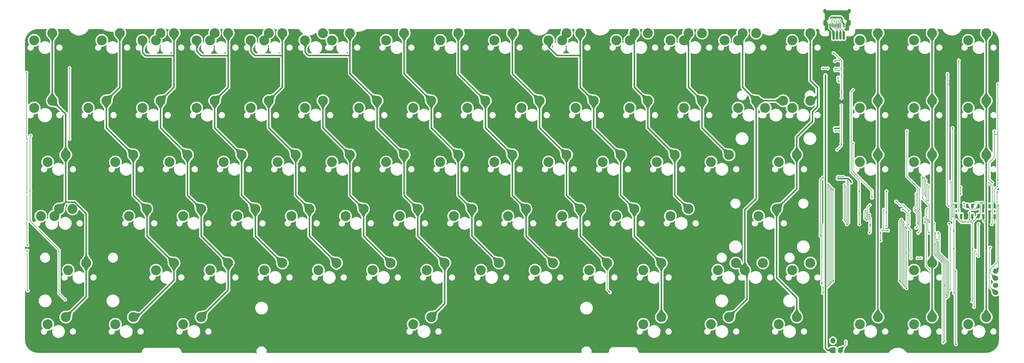
<source format=gbr>
%TF.GenerationSoftware,KiCad,Pcbnew,8.99.0-2209-g89a3b7baa5*%
%TF.CreationDate,2024-09-04T15:50:09+07:00*%
%TF.ProjectId,merisi_ob,6d657269-7369-45f6-9f62-2e6b69636164,rev?*%
%TF.SameCoordinates,Original*%
%TF.FileFunction,Copper,L1,Top*%
%TF.FilePolarity,Positive*%
%FSLAX46Y46*%
G04 Gerber Fmt 4.6, Leading zero omitted, Abs format (unit mm)*
G04 Created by KiCad (PCBNEW 8.99.0-2209-g89a3b7baa5) date 2024-09-04 15:50:09*
%MOMM*%
%LPD*%
G01*
G04 APERTURE LIST*
G04 Aperture macros list*
%AMRoundRect*
0 Rectangle with rounded corners*
0 $1 Rounding radius*
0 $2 $3 $4 $5 $6 $7 $8 $9 X,Y pos of 4 corners*
0 Add a 4 corners polygon primitive as box body*
4,1,4,$2,$3,$4,$5,$6,$7,$8,$9,$2,$3,0*
0 Add four circle primitives for the rounded corners*
1,1,$1+$1,$2,$3*
1,1,$1+$1,$4,$5*
1,1,$1+$1,$6,$7*
1,1,$1+$1,$8,$9*
0 Add four rect primitives between the rounded corners*
20,1,$1+$1,$2,$3,$4,$5,0*
20,1,$1+$1,$4,$5,$6,$7,0*
20,1,$1+$1,$6,$7,$8,$9,0*
20,1,$1+$1,$8,$9,$2,$3,0*%
G04 Aperture macros list end*
%TA.AperFunction,SMDPad,CuDef*%
%ADD10R,0.600000X1.450000*%
%TD*%
%TA.AperFunction,SMDPad,CuDef*%
%ADD11R,0.300000X1.450000*%
%TD*%
%TA.AperFunction,ComponentPad*%
%ADD12O,1.000000X2.100000*%
%TD*%
%TA.AperFunction,ComponentPad*%
%ADD13O,1.000000X1.600000*%
%TD*%
%TA.AperFunction,ComponentPad*%
%ADD14C,3.500000*%
%TD*%
%TA.AperFunction,ComponentPad*%
%ADD15O,0.800000X3.000000*%
%TD*%
%TA.AperFunction,ComponentPad*%
%ADD16C,0.400000*%
%TD*%
%TA.AperFunction,SMDPad,CuDef*%
%ADD17R,0.850000X1.600000*%
%TD*%
%TA.AperFunction,ComponentPad*%
%ADD18RoundRect,0.250000X0.725000X-0.600000X0.725000X0.600000X-0.725000X0.600000X-0.725000X-0.600000X0*%
%TD*%
%TA.AperFunction,ComponentPad*%
%ADD19O,1.950000X1.700000*%
%TD*%
%TA.AperFunction,ComponentPad*%
%ADD20RoundRect,0.250000X-0.600000X-0.750000X0.600000X-0.750000X0.600000X0.750000X-0.600000X0.750000X0*%
%TD*%
%TA.AperFunction,ComponentPad*%
%ADD21O,1.700000X2.000000*%
%TD*%
%TA.AperFunction,ComponentPad*%
%ADD22RoundRect,0.250000X0.600000X0.750000X-0.600000X0.750000X-0.600000X-0.750000X0.600000X-0.750000X0*%
%TD*%
%TA.AperFunction,ViaPad*%
%ADD23C,0.600000*%
%TD*%
%TA.AperFunction,ViaPad*%
%ADD24C,0.400000*%
%TD*%
%TA.AperFunction,Conductor*%
%ADD25C,0.500000*%
%TD*%
%TA.AperFunction,Conductor*%
%ADD26C,0.200000*%
%TD*%
G04 APERTURE END LIST*
D10*
%TO.P,J3,A1,GND*%
%TO.N,GND*%
X506250000Y476555000D03*
%TO.P,J3,A4,VBUS*%
%TO.N,+5V*%
X505450000Y476555000D03*
D11*
%TO.P,J3,A5,CC1*%
%TO.N,Net-(J3-CC1)*%
X504250000Y476555000D03*
%TO.P,J3,A6,D+*%
%TO.N,Net-(J4-Pin_3)*%
X503250000Y476555000D03*
%TO.P,J3,A7,D-*%
%TO.N,Net-(J4-Pin_2)*%
X502750000Y476555000D03*
%TO.P,J3,A8*%
%TO.N,N/C*%
X501750000Y476555000D03*
D10*
%TO.P,J3,A9,VBUS*%
%TO.N,+5V*%
X500550000Y476555000D03*
%TO.P,J3,A12,GND*%
%TO.N,GND*%
X499750000Y476555000D03*
%TO.P,J3,B1,GND*%
X499750000Y476555000D03*
%TO.P,J3,B4,VBUS*%
%TO.N,+5V*%
X500550000Y476555000D03*
D11*
%TO.P,J3,B5,CC2*%
%TO.N,Net-(J3-CC1)*%
X501250000Y476555000D03*
%TO.P,J3,B6,D+*%
%TO.N,Net-(J4-Pin_3)*%
X502250000Y476555000D03*
%TO.P,J3,B7,D-*%
%TO.N,Net-(J4-Pin_2)*%
X503750000Y476555000D03*
D10*
%TO.P,J3,B9,VBUS*%
%TO.N,+5V*%
X505450000Y476555000D03*
%TO.P,J3,B12,GND*%
%TO.N,GND*%
X506250000Y476555000D03*
D12*
%TO.P,J3,S1,SHIELD*%
X507320000Y477470000D03*
D13*
X507320000Y481650000D03*
D12*
X498680000Y477470000D03*
D13*
X498680000Y481650000D03*
%TD*%
D14*
%TO.P,SW35,1,1*%
%TO.N,Net-(D35-A)*%
X530145770Y471303298D03*
%TO.P,SW35,2,2*%
%TO.N,C16*%
X536495770Y473843298D03*
%TD*%
%TO.P,SW47,1,1*%
%TO.N,Net-(D47-A)*%
X439658270Y428440798D03*
%TO.P,SW47,2,2*%
%TO.N,C11*%
X446008270Y430980798D03*
%TD*%
%TO.P,SW71,1,1*%
%TO.N,Net-(D71-A)*%
X339645770Y390340798D03*
%TO.P,SW71,2,2*%
%TO.N,C5*%
X345995770Y392880798D03*
%TD*%
%TO.P,SW2002,1,1*%
%TO.N,C3*%
X277733270Y471303298D03*
%TO.P,SW2002,2,2*%
%TO.N,Net-(D22-A)*%
X284083270Y473843298D03*
%TD*%
%TO.P,SW61,1,1*%
%TO.N,Net-(D61-A)*%
X387270770Y409390798D03*
%TO.P,SW61,2,2*%
%TO.N,C8*%
X393620770Y411930798D03*
%TD*%
%TO.P,SW3,1,1*%
%TO.N,Net-(D3-A)*%
X258683270Y447490798D03*
%TO.P,SW3,2,2*%
%TO.N,C2*%
X265033270Y450030798D03*
%TD*%
D15*
%TO.P,REF\u002A\u002A,2*%
%TO.N,GND*%
X500620000Y473050000D03*
X500620000Y473060000D03*
%TD*%
D14*
%TO.P,SW13,1,1*%
%TO.N,Net-(D13-A)*%
X449183270Y447490798D03*
%TO.P,SW13,2,2*%
%TO.N,C12*%
X455533270Y450030798D03*
%TD*%
%TO.P,SW95,1,1*%
%TO.N,Net-(D95-A)*%
X511095770Y371290798D03*
%TO.P,SW95,2,2*%
%TO.N,C15*%
X517445770Y373830798D03*
%TD*%
%TO.P,SW65,1,1*%
%TO.N,Net-(D65-A)*%
X232563870Y390340798D03*
D16*
%TO.P,SW65,2,2*%
%TO.N,C0*%
X238913870Y394140798D03*
D14*
X238913870Y392880798D03*
%TD*%
%TO.P,SW1000,1,1*%
%TO.N,C13*%
X470614770Y390340798D03*
%TO.P,SW1000,2,2*%
%TO.N,Net-(D79-A)*%
X476964770Y392880798D03*
%TD*%
%TO.P,SW18,1,1*%
%TO.N,Net-(D18-A)*%
X549195770Y447490798D03*
%TO.P,SW18,2,2*%
%TO.N,C17*%
X555545770Y450030798D03*
%TD*%
%TO.P,SW80,1,1*%
%TO.N,Net-(D80-A)*%
X487283270Y390340798D03*
%TO.P,SW80,2,2*%
%TO.N,C14*%
X493633270Y392880798D03*
%TD*%
%TO.P,SW72,1,1*%
%TO.N,Net-(D72-A)*%
X358695770Y390340798D03*
%TO.P,SW72,2,2*%
%TO.N,C6*%
X365045770Y392880798D03*
%TD*%
%TO.P,SW1001,1,1*%
%TO.N,Net-(D14-A)*%
X477758270Y447490798D03*
%TO.P,SW1001,2,2*%
%TO.N,C13*%
X484108270Y450030798D03*
%TD*%
%TO.P,SW4,1,1*%
%TO.N,Net-(D4-A)*%
X277733270Y447490798D03*
%TO.P,SW4,2,2*%
%TO.N,C3*%
X284083270Y450030798D03*
%TD*%
%TO.P,SW29,1,1*%
%TO.N,Net-(D29-A)*%
X406320770Y471303298D03*
%TO.P,SW29,2,2*%
%TO.N,C10*%
X412670770Y473843298D03*
%TD*%
%TO.P,SW77,1,1*%
%TO.N,Net-(D77-A)*%
X225346270Y371290798D03*
%TO.P,SW77,2,2*%
%TO.N,C0*%
X231696270Y373830798D03*
%TD*%
%TO.P,SW76,1,1*%
%TO.N,Net-(D76-A)*%
X434895770Y390340798D03*
%TO.P,SW76,2,2*%
%TO.N,C10*%
X441245770Y392880798D03*
%TD*%
%TO.P,SW66,1,1*%
%TO.N,Net-(D66-A)*%
X263445770Y390340798D03*
%TO.P,SW66,2,2*%
%TO.N,C1*%
X269795770Y392880798D03*
%TD*%
D15*
%TO.P,REF\u002A\u002A,2*%
%TO.N,Net-(J4-Pin_3)*%
X503020000Y473070000D03*
%TO.P,REF\u002A\u002A,B6*%
X503020000Y473060000D03*
%TD*%
D14*
%TO.P,SW46,1,1*%
%TO.N,Net-(D46-A)*%
X420608270Y428440798D03*
%TO.P,SW46,2,2*%
%TO.N,C10*%
X426958270Y430980798D03*
%TD*%
%TO.P,SW50,1,1*%
%TO.N,Net-(D50-A)*%
X482521270Y428440798D03*
%TO.P,SW50,2,2*%
%TO.N,C14*%
X488871270Y430980798D03*
%TD*%
D15*
%TO.P,REF\u002A\u002A,2*%
%TO.N,Net-(J4-Pin_2)*%
X504220000Y473025000D03*
X504220000Y473035000D03*
%TD*%
D14*
%TO.P,SW33,1,1*%
%TO.N,Net-(D33-A)*%
X487283270Y471303298D03*
%TO.P,SW33,2,2*%
%TO.N,C14*%
X493633270Y473843298D03*
%TD*%
%TO.P,SW27,1,1*%
%TO.N,Net-(D27-A)*%
X363458270Y471303298D03*
%TO.P,SW27,2,2*%
%TO.N,C8*%
X369808270Y473843298D03*
%TD*%
%TO.P,SW51,1,1*%
%TO.N,Net-(D51-A)*%
X511095770Y428440798D03*
%TO.P,SW51,2,2*%
%TO.N,C15*%
X517445770Y430980798D03*
%TD*%
%TO.P,SW86,1,1*%
%TO.N,Net-(D86-A)*%
X353933270Y371290798D03*
%TO.P,SW86,2,2*%
%TO.N,C6*%
X360283270Y373830798D03*
%TD*%
%TO.P,SW1002,1,1*%
%TO.N,Net-(D49-A)*%
X222964270Y409390798D03*
%TO.P,SW1002,2,2*%
%TO.N,C0*%
X229314270Y411930798D03*
%TD*%
%TO.P,SW8,1,1*%
%TO.N,Net-(D8-A)*%
X353933270Y447490798D03*
%TO.P,SW8,2,2*%
%TO.N,C7*%
X360283270Y450030798D03*
%TD*%
%TO.P,SW69,1,1*%
%TO.N,Net-(D69-A)*%
X301545770Y390340798D03*
%TO.P,SW69,2,2*%
%TO.N,C3*%
X307895770Y392880798D03*
%TD*%
%TO.P,SW26,1,1*%
%TO.N,Net-(D26-A)*%
X344408270Y471303298D03*
%TO.P,SW26,2,2*%
%TO.N,C7*%
X350758270Y473843298D03*
%TD*%
%TO.P,SW40,1,1*%
%TO.N,Net-(D40-A)*%
X306308270Y428440798D03*
%TO.P,SW40,2,2*%
%TO.N,C4*%
X312658270Y430980798D03*
%TD*%
%TO.P,SW79,1,1*%
%TO.N,Net-(D79-A)*%
X461089770Y390340798D03*
%TO.P,SW79,2,2*%
%TO.N,C13*%
X467439770Y392880798D03*
%TD*%
%TO.P,SW38,1,1*%
%TO.N,Net-(D38-A)*%
X268208270Y428440798D03*
%TO.P,SW38,2,2*%
%TO.N,C2*%
X274558270Y430980798D03*
%TD*%
%TO.P,SW41,1,1*%
%TO.N,Net-(D41-A)*%
X325358270Y428440798D03*
%TO.P,SW41,2,2*%
%TO.N,C5*%
X331708270Y430980798D03*
%TD*%
%TO.P,SW82,1,1*%
%TO.N,Net-(D82-A)*%
X530145770Y390340798D03*
%TO.P,SW82,2,2*%
%TO.N,C16*%
X536495770Y392880798D03*
%TD*%
%TO.P,SW16,1,1*%
%TO.N,Net-(D16-A)*%
X511095770Y447490798D03*
%TO.P,SW16,2,2*%
%TO.N,C15*%
X517445770Y450030798D03*
%TD*%
%TO.P,SW55,1,1*%
%TO.N,Net-(D55-A)*%
X272970770Y409390798D03*
%TO.P,SW55,2,2*%
%TO.N,C2*%
X279320770Y411930798D03*
%TD*%
%TO.P,SW45,1,1*%
%TO.N,Net-(D45-A)*%
X401558270Y428440798D03*
%TO.P,SW45,2,2*%
%TO.N,C9*%
X407908270Y430980798D03*
%TD*%
%TO.P,SW31,1,1*%
%TO.N,Net-(D31-A)*%
X444420770Y471303298D03*
%TO.P,SW31,2,2*%
%TO.N,C12*%
X450770770Y473843298D03*
%TD*%
%TO.P,SW2004,1,1*%
%TO.N,C6*%
X315833270Y471303298D03*
%TO.P,SW2004,2,2*%
%TO.N,Net-(D25-A)*%
X322183270Y473843298D03*
%TD*%
%TO.P,SW39,1,1*%
%TO.N,Net-(D39-A)*%
X287258270Y428440798D03*
%TO.P,SW39,2,2*%
%TO.N,C3*%
X293608270Y430980798D03*
%TD*%
D15*
%TO.P,REF\u002A\u002A,2*%
%TO.N,+5V*%
X501820000Y473015000D03*
X501820000Y473025000D03*
%TD*%
D14*
%TO.P,SW2001,1,1*%
%TO.N,C2*%
X258683270Y471303298D03*
%TO.P,SW2001,2,2*%
%TO.N,Net-(D21-A)*%
X265033270Y473843298D03*
%TD*%
%TO.P,SW63,1,1*%
%TO.N,Net-(D63-A)*%
X425370770Y409390798D03*
%TO.P,SW63,2,2*%
%TO.N,C10*%
X431720770Y411930798D03*
%TD*%
%TO.P,SW28,1,1*%
%TO.N,Net-(D28-A)*%
X382508270Y471303298D03*
%TO.P,SW28,2,2*%
%TO.N,C9*%
X388858270Y473843298D03*
%TD*%
%TO.P,SW1,1,1*%
%TO.N,Net-(D1-A)*%
X220583270Y447490798D03*
%TO.P,SW1,2,2*%
%TO.N,C0*%
X226933270Y450030798D03*
%TD*%
%TO.P,SW37,1,1*%
%TO.N,Net-(D37-A)*%
X249158270Y428440798D03*
%TO.P,SW37,2,2*%
%TO.N,C1*%
X255508270Y430980798D03*
%TD*%
%TO.P,SW68,1,1*%
%TO.N,Net-(D68-A)*%
X282495770Y390340798D03*
%TO.P,SW68,2,2*%
%TO.N,C2*%
X288845770Y392880798D03*
%TD*%
%TO.P,SW24,1,1*%
%TO.N,Net-(D24-A)*%
X225346270Y428440798D03*
%TO.P,SW24,2,2*%
%TO.N,C0*%
X231696270Y430980798D03*
%TD*%
%TO.P,SW9,1,1*%
%TO.N,Net-(D9-A)*%
X372983270Y447490798D03*
%TO.P,SW9,2,2*%
%TO.N,C8*%
X379333270Y450030798D03*
%TD*%
%TO.P,SW49,1,1*%
%TO.N,C0*%
X227727270Y409390798D03*
%TO.P,SW49,2,2*%
%TO.N,Net-(D49-A)*%
X234077270Y411930798D03*
%TD*%
%TO.P,SW74,1,1*%
%TO.N,Net-(D74-A)*%
X396795770Y390340798D03*
%TO.P,SW74,2,2*%
%TO.N,C8*%
X403145770Y392880798D03*
%TD*%
%TO.P,SW2008,1,1*%
%TO.N,C10*%
X401558270Y471303298D03*
%TO.P,SW2008,2,2*%
%TO.N,Net-(D29-A)*%
X407908270Y473843298D03*
%TD*%
%TO.P,SW64,1,1*%
%TO.N,Net-(D64-A)*%
X444420770Y409390798D03*
%TO.P,SW64,2,2*%
%TO.N,C11*%
X450770770Y411930798D03*
%TD*%
%TO.P,SW23,1,1*%
%TO.N,Net-(D23-A)*%
X301545770Y471303298D03*
%TO.P,SW23,2,2*%
%TO.N,C4*%
X307895770Y473843298D03*
%TD*%
%TO.P,SW10,1,1*%
%TO.N,Net-(D10-A)*%
X392033270Y447490798D03*
%TO.P,SW10,2,2*%
%TO.N,C9*%
X398383270Y450030798D03*
%TD*%
%TO.P,SW17,1,1*%
%TO.N,Net-(D17-A)*%
X530145770Y447490798D03*
%TO.P,SW17,2,2*%
%TO.N,C16*%
X536495770Y450030798D03*
%TD*%
%TO.P,SW97,1,1*%
%TO.N,Net-(D97-A)*%
X549195770Y371290798D03*
%TO.P,SW97,2,2*%
%TO.N,C17*%
X555545770Y373830798D03*
%TD*%
%TO.P,SW48,1,1*%
%TO.N,Net-(D48-A)*%
X458708270Y428440798D03*
%TO.P,SW48,2,2*%
%TO.N,C12*%
X465058270Y430980798D03*
%TD*%
%TO.P,SW42,1,1*%
%TO.N,Net-(D42-A)*%
X344408270Y428440798D03*
%TO.P,SW42,2,2*%
%TO.N,C6*%
X350758270Y430980798D03*
%TD*%
D17*
%TO.P,DRGB3,1,VDD*%
%TO.N,+5V*%
X558465000Y412850000D03*
%TO.P,DRGB3,2,DOUT*%
%TO.N,unconnected-(DRGB3-DOUT-Pad2)*%
X556715000Y412850000D03*
%TO.P,DRGB3,3,VSS*%
%TO.N,GND*%
X556715000Y409350000D03*
%TO.P,DRGB3,4,DIN*%
%TO.N,Net-(DRGB2-DOUT)*%
X558465000Y409350000D03*
%TD*%
%TO.P,DRGB1,1,VDD*%
%TO.N,+5V*%
X550625000Y412920000D03*
%TO.P,DRGB1,2,DOUT*%
%TO.N,Net-(DRGB1-DOUT)*%
X548875000Y412920000D03*
%TO.P,DRGB1,3,VSS*%
%TO.N,GND*%
X548875000Y409420000D03*
%TO.P,DRGB1,4,DIN*%
%TO.N,Net-(DRGB1-DIN)*%
X550625000Y409420000D03*
%TD*%
D14*
%TO.P,SW12,1,1*%
%TO.N,Net-(D12-A)*%
X430133270Y447490798D03*
%TO.P,SW12,2,2*%
%TO.N,C11*%
X436483270Y450030798D03*
%TD*%
%TO.P,SW70,1,1*%
%TO.N,Net-(D70-A)*%
X320595770Y390340798D03*
%TO.P,SW70,2,2*%
%TO.N,C4*%
X326945770Y392880798D03*
%TD*%
%TO.P,SW57,1,1*%
%TO.N,Net-(D57-A)*%
X311070770Y409390798D03*
%TO.P,SW57,2,2*%
%TO.N,C4*%
X317420770Y411930798D03*
%TD*%
%TO.P,SW21,1,1*%
%TO.N,Net-(D21-A)*%
X263445770Y471303298D03*
%TO.P,SW21,2,2*%
%TO.N,C2*%
X269795770Y473843298D03*
%TD*%
%TO.P,SW96,1,1*%
%TO.N,Net-(D96-A)*%
X530145770Y371290798D03*
%TO.P,SW96,2,2*%
%TO.N,C16*%
X536495770Y373830798D03*
%TD*%
%TO.P,SW20,1,1*%
%TO.N,Net-(D20-A)*%
X244395770Y471303298D03*
%TO.P,SW20,2,2*%
%TO.N,C1*%
X250745770Y473843298D03*
%TD*%
%TO.P,SW2009,1,1*%
%TO.N,C11*%
X430133270Y471303298D03*
%TO.P,SW2009,2,2*%
%TO.N,Net-(D30-A)*%
X436483270Y473843298D03*
%TD*%
%TO.P,SW25,1,1*%
%TO.N,Net-(D25-A)*%
X325358270Y471303298D03*
%TO.P,SW25,2,2*%
%TO.N,C6*%
X331708270Y473843298D03*
%TD*%
%TO.P,SW32,1,1*%
%TO.N,Net-(D32-A)*%
X463470770Y471303298D03*
%TO.P,SW32,2,2*%
%TO.N,C13*%
X469820770Y473843298D03*
%TD*%
%TO.P,SW67,1,1*%
%TO.N,Net-(D67-A)*%
X475451370Y409390798D03*
D16*
%TO.P,SW67,2,2*%
%TO.N,C14*%
X481801370Y413190798D03*
D14*
X481801370Y411930798D03*
%TD*%
%TO.P,SW19,1,1*%
%TO.N,Net-(D19-A)*%
X220583270Y471303298D03*
%TO.P,SW19,2,2*%
%TO.N,C0*%
X226933270Y473843298D03*
%TD*%
%TO.P,SW2003,1,1*%
%TO.N,C4*%
X296783270Y471303298D03*
%TO.P,SW2003,2,2*%
%TO.N,Net-(D23-A)*%
X303133270Y473843298D03*
%TD*%
%TO.P,SW73,1,1*%
%TO.N,Net-(D73-A)*%
X377745770Y390340798D03*
%TO.P,SW73,2,2*%
%TO.N,C7*%
X384095770Y392880798D03*
%TD*%
%TO.P,SW62,1,1*%
%TO.N,Net-(D62-A)*%
X406320770Y409390798D03*
%TO.P,SW62,2,2*%
%TO.N,C9*%
X412670770Y411930798D03*
%TD*%
%TO.P,SW75,1,1*%
%TO.N,Net-(D75-A)*%
X415845770Y390340798D03*
%TO.P,SW75,2,2*%
%TO.N,C9*%
X422195770Y392880798D03*
%TD*%
%TO.P,SW59,1,1*%
%TO.N,Net-(D59-A)*%
X349170770Y409390798D03*
%TO.P,SW59,2,2*%
%TO.N,C6*%
X355520770Y411930798D03*
%TD*%
%TO.P,SW52,1,1*%
%TO.N,Net-(D52-A)*%
X530145770Y428440798D03*
%TO.P,SW52,2,2*%
%TO.N,C16*%
X536495770Y430980798D03*
%TD*%
%TO.P,SW56,1,1*%
%TO.N,Net-(D56-A)*%
X292020770Y409390798D03*
%TO.P,SW56,2,2*%
%TO.N,C3*%
X298370770Y411930798D03*
%TD*%
%TO.P,SW81,1,1*%
%TO.N,Net-(D81-A)*%
X272971270Y371290798D03*
%TO.P,SW81,2,2*%
%TO.N,C2*%
X279321270Y373830798D03*
%TD*%
D15*
%TO.P,REF\u002A\u002A,2*%
%TO.N,Net-(J3-CC1)*%
X505410000Y473005000D03*
X505410000Y473015000D03*
%TD*%
D14*
%TO.P,SW44,1,1*%
%TO.N,Net-(D44-A)*%
X382508270Y428440798D03*
%TO.P,SW44,2,2*%
%TO.N,C8*%
X388858270Y430980798D03*
%TD*%
%TO.P,SW11,1,1*%
%TO.N,Net-(D11-A)*%
X411083270Y447490798D03*
%TO.P,SW11,2,2*%
%TO.N,C10*%
X417433270Y450030798D03*
%TD*%
%TO.P,SW58,1,1*%
%TO.N,Net-(D58-A)*%
X330120770Y409390798D03*
%TO.P,SW58,2,2*%
%TO.N,C5*%
X336470770Y411930798D03*
%TD*%
%TO.P,SW22,1,1*%
%TO.N,Net-(D22-A)*%
X282495770Y471303298D03*
%TO.P,SW22,2,2*%
%TO.N,C3*%
X288845770Y473843298D03*
%TD*%
%TO.P,SW2010,1,1*%
%TO.N,C12*%
X449183270Y471303298D03*
%TO.P,SW2010,2,2*%
%TO.N,Net-(D31-A)*%
X455533270Y473843298D03*
%TD*%
%TO.P,SW7,1,1*%
%TO.N,Net-(D7-A)*%
X334883270Y447490798D03*
%TO.P,SW7,2,2*%
%TO.N,C6*%
X341233270Y450030798D03*
%TD*%
%TO.P,SW36,1,1*%
%TO.N,Net-(D36-A)*%
X549195770Y471303298D03*
%TO.P,SW36,2,2*%
%TO.N,C17*%
X555545770Y473843298D03*
%TD*%
%TO.P,SW2,1,1*%
%TO.N,Net-(D2-A)*%
X239633270Y447490798D03*
%TO.P,SW2,2,2*%
%TO.N,C1*%
X245983270Y450030798D03*
%TD*%
D18*
%TO.P,J1,1,Pin_1*%
%TO.N,GND*%
X558800000Y379970000D03*
D19*
%TO.P,J1,2,Pin_2*%
%TO.N,+3.3V*%
X558800000Y382470000D03*
%TO.P,J1,3,Pin_3*%
%TO.N,RST*%
X558800000Y384970000D03*
%TO.P,J1,4,Pin_4*%
%TO.N,SWD*%
X558800000Y387470000D03*
%TO.P,J1,5,Pin_5*%
%TO.N,SWC*%
X558800000Y389970000D03*
%TD*%
D14*
%TO.P,SW5,1,1*%
%TO.N,Net-(D5-A)*%
X296783270Y447490798D03*
%TO.P,SW5,2,2*%
%TO.N,C4*%
X303133270Y450030798D03*
%TD*%
%TO.P,SW94,1,1*%
%TO.N,Net-(D94-A)*%
X482521270Y371290798D03*
%TO.P,SW94,2,2*%
%TO.N,C14*%
X488871270Y373830798D03*
%TD*%
D17*
%TO.P,DRGB2,1,VDD*%
%TO.N,+5V*%
X552805000Y409360000D03*
%TO.P,DRGB2,2,DOUT*%
%TO.N,Net-(DRGB2-DOUT)*%
X554555000Y409360000D03*
%TO.P,DRGB2,3,VSS*%
%TO.N,GND*%
X554555000Y412860000D03*
%TO.P,DRGB2,4,DIN*%
%TO.N,Net-(DRGB1-DOUT)*%
X552805000Y412860000D03*
%TD*%
D14*
%TO.P,SW15,1,1*%
%TO.N,Net-(D15-A)*%
X487283270Y447490798D03*
%TO.P,SW15,2,2*%
%TO.N,C14*%
X493633270Y450030798D03*
%TD*%
%TO.P,SW43,1,1*%
%TO.N,Net-(D43-A)*%
X363458270Y428440798D03*
%TO.P,SW43,2,2*%
%TO.N,C7*%
X369808270Y430980798D03*
%TD*%
%TO.P,SW53,1,1*%
%TO.N,Net-(D53-A)*%
X549195770Y428440798D03*
%TO.P,SW53,2,2*%
%TO.N,C17*%
X555545770Y430980798D03*
%TD*%
%TO.P,SW30,1,1*%
%TO.N,Net-(D30-A)*%
X425370770Y471303298D03*
%TO.P,SW30,2,2*%
%TO.N,C11*%
X431720770Y473843298D03*
%TD*%
%TO.P,SW14,1,1*%
%TO.N,Net-(D14-A)*%
X468233270Y447490798D03*
%TO.P,SW14,2,2*%
%TO.N,C13*%
X474583270Y450030798D03*
%TD*%
%TO.P,SW78,1,1*%
%TO.N,Net-(D78-A)*%
X249158270Y371290798D03*
%TO.P,SW78,2,2*%
%TO.N,C1*%
X255508270Y373830798D03*
%TD*%
%TO.P,SW34,1,1*%
%TO.N,Net-(D34-A)*%
X511095770Y471303298D03*
%TO.P,SW34,2,2*%
%TO.N,C15*%
X517445770Y473843298D03*
%TD*%
%TO.P,SW90,1,1*%
%TO.N,Net-(D90-A)*%
X434896270Y371290798D03*
%TO.P,SW90,2,2*%
%TO.N,C10*%
X441246270Y373830798D03*
%TD*%
%TO.P,SW93,1,1*%
%TO.N,Net-(D93-A)*%
X458708270Y371290798D03*
%TO.P,SW93,2,2*%
%TO.N,C13*%
X465058270Y373830798D03*
%TD*%
%TO.P,SW2011,1,1*%
%TO.N,C13*%
X468233270Y471303298D03*
%TO.P,SW2011,2,2*%
%TO.N,Net-(D32-A)*%
X474583270Y473843298D03*
%TD*%
D17*
%TO.P,DRGB4,1,VDD*%
%TO.N,+5V*%
X544985000Y409420000D03*
%TO.P,DRGB4,2,DOUT*%
%TO.N,Net-(DRGB1-DIN)*%
X546735000Y409420000D03*
%TO.P,DRGB4,3,VSS*%
%TO.N,GND*%
X546735000Y412920000D03*
%TO.P,DRGB4,4,DIN*%
%TO.N,RGB*%
X544985000Y412920000D03*
%TD*%
D14*
%TO.P,SW60,1,1*%
%TO.N,Net-(D60-A)*%
X368220770Y409390798D03*
%TO.P,SW60,2,2*%
%TO.N,C7*%
X374570770Y411930798D03*
%TD*%
%TO.P,SW54,1,1*%
%TO.N,Net-(D54-A)*%
X253920770Y409390798D03*
%TO.P,SW54,2,2*%
%TO.N,C1*%
X260270770Y411930798D03*
%TD*%
%TO.P,SW6,1,1*%
%TO.N,Net-(D6-A)*%
X315833270Y447490798D03*
%TO.P,SW6,2,2*%
%TO.N,C5*%
X322183270Y450030798D03*
%TD*%
D20*
%TO.P,SWboot1,1,1*%
%TO.N,+3.3V*%
X501680000Y362135000D03*
D21*
%TO.P,SWboot1,2,2*%
%TO.N,Net-(U2-BOOT0)*%
X504180000Y362135000D03*
%TD*%
D22*
%TO.P,SWboot2,1,1*%
%TO.N,GND*%
X504100000Y365520000D03*
D21*
%TO.P,SWboot2,2,2*%
%TO.N,RST*%
X501600000Y365520000D03*
%TD*%
D23*
%TO.N,+5V*%
X500800000Y479200000D03*
%TO.N,GND*%
X504380000Y480390000D03*
D24*
X470610000Y377310000D03*
X467940000Y362420000D03*
X231050000Y396335000D03*
X515980000Y461960000D03*
X549240000Y377385000D03*
%TO.N,RGB*%
X541910000Y459500000D03*
X542420000Y412900000D03*
%TO.N,+5V*%
X504620000Y458900000D03*
X504620000Y461420000D03*
X502380000Y461380000D03*
X499790000Y461440000D03*
X498030000Y461450000D03*
X233030000Y461510000D03*
X233010000Y436600000D03*
X219420000Y437730000D03*
X219190000Y418210000D03*
X229290000Y396800000D03*
X231490000Y379990000D03*
X550620000Y379330000D03*
X550740000Y397930000D03*
X559620000Y422140000D03*
X558870000Y438180000D03*
%TO.N,Net-(DRGB28-DOUT)*%
X558370000Y439320000D03*
X557630000Y421200000D03*
%TO.N,Net-(DRGB27-DOUT)*%
X556460000Y421240000D03*
X557500000Y406520000D03*
X552730000Y395360000D03*
X552840000Y406670000D03*
%TO.N,Net-(DRGB26-DOUT)*%
X551280000Y377360000D03*
X551680000Y397150000D03*
%TO.N,Net-(DRGB17-DOUT)*%
X218370000Y383130000D03*
X218150000Y397300000D03*
%TO.N,Net-(DRGB16-DOUT)*%
X218190000Y399120000D03*
X218070000Y416350000D03*
%TO.N,Net-(DRGB15-DOUT)*%
X217940000Y417490000D03*
X218070000Y435440000D03*
%TO.N,Net-(DRGB14-DOUT)*%
X218110000Y436460000D03*
X217880000Y459920000D03*
%TO.N,Net-(DRGB6-DOUT)*%
X502390000Y460750000D03*
X503790000Y460730000D03*
%TO.N,+3.3V*%
X549660000Y410600000D03*
X514675313Y406210000D03*
X527470000Y383950000D03*
X544230000Y382280000D03*
X498990000Y458990000D03*
X510935000Y406460000D03*
X546540000Y419560000D03*
X520360000Y410790000D03*
X498990000Y384000000D03*
X549690000Y408140000D03*
X544150000Y397870000D03*
X498990000Y405600000D03*
X547610000Y413910000D03*
X530850000Y405240000D03*
X530780000Y411710000D03*
X514492098Y403527902D03*
X532060000Y411710000D03*
X510840000Y410400000D03*
X520430000Y418140000D03*
X544160000Y413610000D03*
X514675313Y408532438D03*
X508700000Y453820000D03*
X556930000Y398340000D03*
X544120000Y404210000D03*
X498990000Y382340000D03*
X510840000Y418140000D03*
X527490000Y396460000D03*
X546550000Y417120000D03*
X520350000Y405890000D03*
X527500000Y405250000D03*
X547810000Y412680000D03*
X531980000Y418910000D03*
%TO.N,GND*%
X508400000Y407110000D03*
X540380000Y456210000D03*
X554038946Y408166054D03*
X539590000Y404710000D03*
X508960000Y416820000D03*
X531170000Y404400000D03*
X542520000Y456960000D03*
X508100000Y412640000D03*
X542433730Y455773275D03*
X516170000Y411500000D03*
X519260000Y459780000D03*
X501880000Y425710000D03*
X557160000Y411090000D03*
X512240000Y413920000D03*
X533510000Y400270000D03*
X522870000Y414540000D03*
X540670000Y402790000D03*
X533450000Y451570000D03*
X506250000Y425810000D03*
X519240000Y454470000D03*
X534880000Y454440000D03*
%TO.N,Net-(U2-VCAP_1)*%
X523780000Y414520000D03*
X528400000Y411220000D03*
%TO.N,Net-(U7-XO)*%
X520970000Y404310000D03*
X518820000Y404310000D03*
%TO.N,Net-(U7-XI)*%
X518420000Y400800000D03*
X518340000Y403530000D03*
%TO.N,+5V*%
X504560000Y448400000D03*
X515350000Y415860000D03*
X559620000Y455900000D03*
X501820000Y466790000D03*
X504620000Y451020000D03*
X503060000Y432745000D03*
X558310000Y414030000D03*
X504560000Y434940000D03*
X554270000Y414110000D03*
X504620000Y453060000D03*
X508690000Y435010000D03*
%TO.N,Net-(C23-Pad1)*%
X519460000Y411630000D03*
X519320000Y404880000D03*
%TO.N,R1*%
X543650000Y409210000D03*
X503900798Y440430798D03*
X502230000Y440340000D03*
X543640000Y440430798D03*
%TO.N,R0*%
X502270000Y463960000D03*
X545860000Y411170000D03*
X503890000Y464240000D03*
X545870000Y464243298D03*
%TO.N,R2*%
X507970000Y421260000D03*
X543290000Y408210000D03*
X543080000Y421380798D03*
X503290000Y422600000D03*
%TO.N,SWC*%
X559805714Y413210000D03*
%TO.N,RST*%
X540870000Y365349653D03*
X540870000Y385000000D03*
X537645770Y399770000D03*
%TO.N,SWD*%
X559530000Y417910000D03*
%TO.N,Net-(J4-Pin_2)*%
X503640000Y456750000D03*
X503389999Y458187106D03*
%TO.N,Net-(U2-BOOT0)*%
X540370000Y364880798D03*
X506140000Y365250000D03*
X537145770Y406780000D03*
%TO.N,Net-(U7-VBUS)*%
X514540000Y413230000D03*
X514030000Y408300000D03*
%TO.N,C0*%
X526970000Y405540000D03*
X526870000Y384450000D03*
X499890000Y420610000D03*
X499640000Y384490000D03*
X231696270Y420630000D03*
%TO.N,C1*%
X500270000Y420120000D03*
X255508270Y419880000D03*
X526470000Y385010000D03*
X526610000Y406700000D03*
X500140000Y385024366D03*
%TO.N,C2*%
X500690000Y419680000D03*
X500640000Y385510000D03*
X274558270Y419480000D03*
X525970000Y385510000D03*
X526371143Y407250409D03*
%TO.N,C3*%
X525570000Y386055097D03*
X501140000Y386010000D03*
X293608270Y419050000D03*
X525901062Y407623272D03*
X501140000Y419221382D03*
%TO.N,C4*%
X525070000Y386565041D03*
X501640000Y418781810D03*
X501640000Y386559133D03*
X312658270Y418679999D03*
X525687284Y408183898D03*
%TO.N,C5*%
X331708270Y418280000D03*
X534720000Y414760000D03*
X534720000Y420500000D03*
X505660000Y420390000D03*
X505600000Y408030000D03*
%TO.N,C6*%
X535470000Y419980000D03*
X505980000Y407500000D03*
X350758270Y417750000D03*
X506160000Y419930798D03*
X535293244Y414937185D03*
%TO.N,C7*%
X506550000Y421160000D03*
X534200000Y422030798D03*
X369808270Y417480000D03*
X506351324Y407028703D03*
X534220000Y416500000D03*
%TO.N,C8*%
X506646446Y421963554D03*
X533700000Y417040000D03*
X533630000Y422830798D03*
X388858270Y417010000D03*
X506485550Y406443907D03*
%TO.N,C9*%
X423130000Y382580000D03*
X498140000Y384330000D03*
X498070000Y382310000D03*
%TO.N,C10*%
X532600000Y394640000D03*
X529052271Y394549449D03*
X527870000Y409710000D03*
X441245770Y384580000D03*
X531320000Y394600000D03*
%TO.N,C11*%
X497669289Y406180000D03*
X446415784Y416280000D03*
X497669289Y385530285D03*
%TO.N,C12*%
X503890000Y439350000D03*
X531590000Y403490000D03*
X456304534Y439734534D03*
X502380000Y439410000D03*
X527620000Y439370000D03*
%TO.N,C13*%
X541370000Y381830798D03*
X537700000Y403450000D03*
X471329770Y381750000D03*
%TO.N,C14*%
X541501056Y381245284D03*
X481840000Y392730000D03*
X538210000Y401170000D03*
%TO.N,C15*%
X538600000Y403520000D03*
X517445770Y380745284D03*
X541370000Y380659771D03*
%TO.N,C16*%
X536495770Y405250000D03*
%TO.N,C17*%
X555545770Y405740000D03*
%TO.N,DIR*%
X533945770Y408610000D03*
X533945770Y407190000D03*
%TO.N,STP*%
X535550000Y403520000D03*
X534991758Y408210000D03*
%TO.N,NXT*%
X531360000Y406850000D03*
X530980000Y417310000D03*
%TO.N,CLK*%
X528230000Y406310000D03*
X525997131Y411710000D03*
%TO.N,D+_FS*%
X513200000Y411410000D03*
X512940000Y408530000D03*
%TO.N,D-_FS*%
X513340000Y410790000D03*
X513450000Y408080000D03*
%TO.N,Net-(U6-1D-)*%
X514350000Y410030000D03*
X514340000Y409030000D03*
%TO.N,R3*%
X505160000Y423270000D03*
X533136669Y423230798D03*
X535491758Y407210000D03*
X498240000Y423150000D03*
X497239004Y402350000D03*
X503410000Y423290000D03*
%TO.N,R4*%
X542440000Y406790000D03*
X542790000Y383380000D03*
%TO.N,R5*%
X535670000Y390500000D03*
X544700000Y390070000D03*
X534690000Y411920000D03*
X544820000Y364230798D03*
%TO.N,RGB*%
X544985000Y412920000D03*
%TO.N,Net-(DRGB2-DOUT)*%
X554863554Y407576446D03*
X558490000Y407560000D03*
D23*
%TO.N,GND*%
X506190000Y475170000D03*
%TO.N,+5V*%
X500875000Y475345000D03*
%TD*%
D25*
%TO.N,GND*%
X506060000Y480390000D02*
X507049979Y481379979D01*
X506250000Y476555000D02*
X506405000Y476555000D01*
X499354670Y478815330D02*
X500929339Y480390000D01*
X506405000Y476555000D02*
X507049979Y477199979D01*
X507049979Y481379979D02*
X507049979Y481650000D01*
X500929339Y480390000D02*
X503570000Y480390000D01*
X507049979Y479400021D02*
X507049979Y477740021D01*
X499750000Y476555000D02*
X499595000Y476555000D01*
X498949988Y477200012D02*
X498949988Y478410649D01*
X498949988Y479220012D02*
X498949988Y481650000D01*
X499354670Y478815330D02*
X498949988Y479220012D01*
X506060000Y480390000D02*
X507049979Y479400021D01*
X503570000Y480390000D02*
X506060000Y480390000D01*
X507049979Y477199979D02*
X507049979Y477470000D01*
X499595000Y476555000D02*
X498949988Y477200012D01*
X503570000Y480390000D02*
X504380000Y480390000D01*
X498949988Y478410649D02*
X499354670Y478815330D01*
%TO.N,+5V*%
X501030000Y479430000D02*
X500800000Y479200000D01*
X505450000Y476555000D02*
X505450000Y477230000D01*
X504277818Y479430000D02*
X501030000Y479430000D01*
X505450000Y477230000D02*
X504800000Y477880000D01*
X504800000Y478907818D02*
X504277818Y479430000D01*
X504800000Y477880000D02*
X504800000Y478907818D01*
D26*
%TO.N,Net-(J4-Pin_3)*%
X503250000Y476555000D02*
X503250000Y475580000D01*
X502250000Y475750000D02*
X502250000Y476555000D01*
%TO.N,Net-(J4-Pin_2)*%
X502880000Y478180000D02*
X502750000Y478050000D01*
X503750000Y476555000D02*
X503750000Y478040000D01*
%TO.N,Net-(J3-CC1)*%
X504250000Y478680000D02*
X504250000Y476555000D01*
%TO.N,Net-(J4-Pin_2)*%
X503750000Y478040000D02*
X503610000Y478180000D01*
X503610000Y478180000D02*
X502880000Y478180000D01*
X502750000Y478050000D02*
X502750000Y476555000D01*
%TO.N,Net-(J3-CC1)*%
X501250000Y478530000D02*
X501600000Y478880000D01*
X501250000Y476555000D02*
X501250000Y478530000D01*
X504050000Y478880000D02*
X504250000Y478680000D01*
X504250000Y476555000D02*
X504250000Y475580000D01*
X501600000Y478880000D02*
X504050000Y478880000D01*
%TO.N,RGB*%
X541933730Y459476270D02*
X541910000Y459500000D01*
X541933730Y413386270D02*
X541933730Y459476270D01*
X542420000Y412900000D02*
X541933730Y413386270D01*
%TO.N,+5V*%
X504620000Y458900000D02*
X504620000Y461420000D01*
X504620000Y453060000D02*
X504620000Y458900000D01*
X502400000Y461400000D02*
X504600000Y461400000D01*
X504620000Y461420000D02*
X504620000Y464217107D01*
X502380000Y461380000D02*
X502400000Y461400000D01*
X498030000Y461450000D02*
X499780000Y461450000D01*
X499780000Y461450000D02*
X499790000Y461440000D01*
X504600000Y461400000D02*
X504620000Y461420000D01*
X233010000Y436600000D02*
X233010000Y461490000D01*
X233010000Y461490000D02*
X233030000Y461510000D01*
X219190000Y437500000D02*
X219420000Y437730000D01*
X219190000Y417360000D02*
X219190000Y437500000D01*
X219190000Y417360000D02*
X219190000Y418210000D01*
X219190000Y407658012D02*
X219190000Y417360000D01*
X229290000Y397558012D02*
X224589006Y402259006D01*
X224589006Y402259006D02*
X219190000Y407658012D01*
X224858012Y401990000D02*
X224589006Y402259006D01*
X229290000Y396800000D02*
X229290000Y397558012D01*
X229290000Y396200000D02*
X229290000Y396800000D01*
X229290000Y382190000D02*
X229290000Y396200000D01*
X231490000Y379990000D02*
X229290000Y382190000D01*
X550675000Y398600000D02*
X550675000Y379385000D01*
X550675000Y379385000D02*
X550620000Y379330000D01*
X550675000Y407230000D02*
X550675000Y398600000D01*
X550675000Y398600000D02*
X550675000Y397995000D01*
X550675000Y397995000D02*
X550740000Y397930000D01*
X559620000Y422140000D02*
X559620000Y419940000D01*
X559620000Y438220000D02*
X559620000Y422140000D01*
X559580000Y438180000D02*
X559620000Y438220000D01*
X559620000Y455900000D02*
X559620000Y438220000D01*
X558870000Y438180000D02*
X559580000Y438180000D01*
%TO.N,Net-(DRGB28-DOUT)*%
X558370000Y430060000D02*
X558370000Y439320000D01*
X557900000Y429590000D02*
X558370000Y430060000D01*
X556500000Y428190000D02*
X557900000Y429590000D01*
X556500000Y427530000D02*
X556500000Y428190000D01*
X557630000Y421200000D02*
X556500000Y422330000D01*
X556500000Y422330000D02*
X556500000Y427530000D01*
%TO.N,Net-(DRGB27-DOUT)*%
X557660000Y420040000D02*
X556460000Y421240000D01*
X557660000Y406680000D02*
X557660000Y420040000D01*
X552730000Y406560000D02*
X552840000Y406670000D01*
X552730000Y395360000D02*
X552730000Y406560000D01*
X557500000Y406520000D02*
X557660000Y406680000D01*
%TO.N,Net-(DRGB26-DOUT)*%
X551280000Y396750000D02*
X551680000Y397150000D01*
X551280000Y377360000D02*
X551280000Y396750000D01*
%TO.N,Net-(DRGB17-DOUT)*%
X218150000Y397300000D02*
X218150000Y383350000D01*
X218150000Y383350000D02*
X218370000Y383130000D01*
%TO.N,Net-(DRGB16-DOUT)*%
X218070000Y399240000D02*
X218190000Y399120000D01*
X218070000Y416350000D02*
X218070000Y399240000D01*
%TO.N,Net-(DRGB15-DOUT)*%
X218070000Y417620000D02*
X217940000Y417490000D01*
X218070000Y435440000D02*
X218070000Y417620000D01*
%TO.N,Net-(DRGB14-DOUT)*%
X217880000Y436690000D02*
X218110000Y436460000D01*
X217880000Y459920000D02*
X217880000Y436690000D01*
%TO.N,Net-(DRGB6-DOUT)*%
X503790000Y460730000D02*
X502410000Y460730000D01*
X502410000Y460730000D02*
X502390000Y460750000D01*
%TO.N,+3.3V*%
X544150000Y403070000D02*
X544150000Y413600000D01*
X520360000Y405900000D02*
X520350000Y405890000D01*
X547810000Y413710000D02*
X547610000Y413910000D01*
X520360000Y406170000D02*
X520360000Y405900000D01*
X532060000Y411710000D02*
X532060000Y418830000D01*
X549690000Y408140000D02*
X549690000Y410570000D01*
X514675313Y406210000D02*
X514675313Y403711117D01*
X527490000Y397110000D02*
X527490000Y383970000D01*
X531080000Y411304315D02*
X531080000Y411304314D01*
X510840000Y410400000D02*
X510840000Y406555000D01*
X531080000Y411304314D02*
X531394315Y410990000D01*
D25*
X498990000Y458990000D02*
X498990000Y405600000D01*
D26*
X544150000Y404180000D02*
X544120000Y404210000D01*
X531394315Y410990000D02*
X531860000Y410524315D01*
X508060000Y424710000D02*
X508060000Y453180000D01*
X556660000Y398070000D02*
X556660000Y384610000D01*
X510840000Y410400000D02*
X510840000Y418140000D01*
X556930000Y398340000D02*
X556660000Y398070000D01*
X544150000Y397870000D02*
X544150000Y399620000D01*
D25*
X498990000Y384000000D02*
X498990000Y382340000D01*
X499755000Y362135000D02*
X501680000Y362135000D01*
D26*
X544150000Y403070000D02*
X544150000Y404180000D01*
X514675313Y408532438D02*
X514675313Y406210000D01*
X527490000Y383970000D02*
X527470000Y383950000D01*
X530780000Y411604315D02*
X531080000Y411304315D01*
X544150000Y413600000D02*
X544160000Y413610000D01*
X508060000Y453180000D02*
X508700000Y453820000D01*
X544150000Y399620000D02*
X544150000Y403070000D01*
D25*
X498990000Y362900000D02*
X499755000Y362135000D01*
D26*
X546540000Y419310000D02*
X546550000Y419300000D01*
X510840000Y406555000D02*
X510935000Y406460000D01*
X527490000Y396460000D02*
X527490000Y397110000D01*
X510840000Y418140000D02*
X510840000Y421930000D01*
X527490000Y397110000D02*
X527490000Y405240000D01*
D25*
X498990000Y382340000D02*
X498990000Y362900000D01*
D26*
X514675313Y403711117D02*
X514492098Y403527902D01*
X531860000Y406250000D02*
X530850000Y405240000D01*
X549690000Y410570000D02*
X549660000Y410600000D01*
X510840000Y421930000D02*
X508060000Y424710000D01*
X547810000Y412680000D02*
X547810000Y413710000D01*
X531860000Y410524315D02*
X531860000Y406250000D01*
X520360000Y410790000D02*
X520360000Y406170000D01*
X520360000Y418070000D02*
X520430000Y418140000D01*
X530780000Y411710000D02*
X530780000Y411604315D01*
X532060000Y418830000D02*
X531980000Y418910000D01*
X544150000Y399620000D02*
X544150000Y382360000D01*
X546550000Y419300000D02*
X546550000Y417120000D01*
X546540000Y419560000D02*
X546540000Y419310000D01*
X544150000Y382360000D02*
X544230000Y382280000D01*
X520360000Y406170000D02*
X520360000Y418070000D01*
D25*
X498990000Y405600000D02*
X498990000Y384000000D01*
D26*
X556660000Y384610000D02*
X558800000Y382470000D01*
X527490000Y405240000D02*
X527500000Y405250000D01*
%TO.N,GND*%
X553670000Y407797108D02*
X553670000Y407270000D01*
X554038946Y408166054D02*
X553670000Y407797108D01*
X546735000Y411560000D02*
X548875000Y409420000D01*
X554770000Y414760000D02*
X554210000Y415320000D01*
X546735000Y412920000D02*
X546735000Y411560000D01*
X554770000Y413075000D02*
X554770000Y414760000D01*
X554555000Y412860000D02*
X554770000Y413075000D01*
%TO.N,Net-(U2-VCAP_1)*%
X528400000Y411220000D02*
X526310000Y413310000D01*
X523940000Y414520000D02*
X525150000Y413310000D01*
X523780000Y414520000D02*
X523940000Y414520000D01*
X526310000Y413310000D02*
X525150000Y413310000D01*
%TO.N,Net-(U7-XO)*%
X518820000Y404310000D02*
X520970000Y404310000D01*
%TO.N,Net-(U7-XI)*%
X518340000Y400880000D02*
X518420000Y400800000D01*
X518340000Y403530000D02*
X518340000Y400880000D01*
%TO.N,+5V*%
X504560000Y434940000D02*
X504560000Y448400000D01*
X558510000Y418830000D02*
X558510000Y418670000D01*
X553530000Y413560000D02*
X554080000Y414110000D01*
X553530000Y410085000D02*
X553530000Y413560000D01*
X503060000Y432745000D02*
X504560000Y434245000D01*
X546800000Y407230000D02*
X550675000Y407230000D01*
X558310000Y418470000D02*
X558310000Y413800000D01*
X508625770Y434945770D02*
X508690000Y435010000D01*
X515350000Y415860000D02*
X515350000Y418380000D01*
X554080000Y414110000D02*
X554270000Y414110000D01*
X558310000Y413005000D02*
X558465000Y412850000D01*
X550675000Y407230000D02*
X552805000Y409360000D01*
X504620000Y451020000D02*
X504620000Y453060000D01*
X559620000Y419940000D02*
X558510000Y418830000D01*
X558310000Y414030000D02*
X558310000Y413800000D01*
X502047107Y466790000D02*
X501820000Y466790000D01*
X544985000Y409420000D02*
X544985000Y409045000D01*
X544985000Y409045000D02*
X546800000Y407230000D01*
X551815000Y414110000D02*
X554270000Y414110000D01*
X552805000Y409360000D02*
X553530000Y410085000D01*
X508625770Y425104230D02*
X508625770Y434945770D01*
X550625000Y412920000D02*
X551815000Y414110000D01*
X504620000Y464217107D02*
X502047107Y466790000D01*
X558510000Y418670000D02*
X558310000Y418470000D01*
X504560000Y434245000D02*
X504560000Y434940000D01*
X558310000Y413800000D02*
X558310000Y413005000D01*
X515350000Y418380000D02*
X508625770Y425104230D01*
%TO.N,Net-(C23-Pad1)*%
X519460000Y411630000D02*
X519460000Y405020000D01*
X519460000Y405020000D02*
X519320000Y404880000D01*
%TO.N,R1*%
X543650000Y409210000D02*
X543650000Y440420798D01*
D25*
X502230000Y440340000D02*
X503810000Y440340000D01*
D26*
X543650000Y440420798D02*
X543640000Y440430798D01*
D25*
X503810000Y440340000D02*
X503900798Y440430798D01*
D26*
%TO.N,R0*%
X503890000Y464240000D02*
X502550000Y464240000D01*
X545860000Y411170000D02*
X545860000Y464233298D01*
X545860000Y464233298D02*
X545870000Y464243298D01*
X502550000Y464240000D02*
X502270000Y463960000D01*
%TO.N,R2*%
X543150000Y408350000D02*
X543150000Y421310798D01*
D25*
X507970000Y421570000D02*
X506926446Y422613554D01*
X503303554Y422613554D02*
X503290000Y422600000D01*
D26*
X543150000Y421310798D02*
X543080000Y421380798D01*
D25*
X506926446Y422613554D02*
X503303554Y422613554D01*
D26*
X543290000Y408210000D02*
X543150000Y408350000D01*
D25*
X507970000Y421260000D02*
X507970000Y421570000D01*
D26*
%TO.N,SWC*%
X559805714Y390755714D02*
X559020000Y389970000D01*
X559805714Y413210000D02*
X559805714Y390755714D01*
X559020000Y389970000D02*
X558800000Y389970000D01*
%TO.N,RST*%
X537645770Y396109916D02*
X539847843Y393907843D01*
X537645770Y399770000D02*
X537645770Y396109916D01*
X540870000Y385000000D02*
X540870000Y365349653D01*
X540870000Y392885686D02*
X540870000Y385000000D01*
X539847843Y393907843D02*
X540870000Y392885686D01*
%TO.N,SWD*%
X559530000Y417910000D02*
X559305714Y417685714D01*
X559305714Y393035714D02*
X557060000Y390790000D01*
X559305714Y417685714D02*
X559305714Y393035714D01*
X557060000Y389210000D02*
X558800000Y387470000D01*
X557060000Y390790000D02*
X557060000Y389210000D01*
%TO.N,Net-(J4-Pin_3)*%
X503250000Y475580000D02*
X503200000Y475530000D01*
%TO.N,Net-(J4-Pin_2)*%
X503389999Y457000001D02*
X503640000Y456750000D01*
X503389999Y458187106D02*
X503389999Y457000001D01*
%TO.N,Net-(U2-BOOT0)*%
X537145770Y406780000D02*
X537145770Y396044230D01*
X506140000Y365250000D02*
X506140000Y364095000D01*
X538890000Y394300000D02*
X540370000Y392820000D01*
X540370000Y392820000D02*
X540370000Y364880798D01*
X537145770Y396044230D02*
X538890000Y394300000D01*
X506140000Y364095000D02*
X504180000Y362135000D01*
%TO.N,Net-(J3-CC1)*%
X505410000Y474420000D02*
X505410000Y474071710D01*
X505410000Y474071710D02*
X505401832Y474057563D01*
%TO.N,Net-(U7-VBUS)*%
X513840000Y412530000D02*
X514540000Y413230000D01*
X513840000Y408490000D02*
X513840000Y412530000D01*
X514030000Y408300000D02*
X513840000Y408490000D01*
D25*
%TO.N,C0*%
X231696270Y420630000D02*
X231696270Y414312798D01*
X234806540Y414312798D02*
X231696270Y414312798D01*
X238913870Y392880798D02*
X238913870Y381048398D01*
X226933270Y473843298D02*
X226933270Y450030798D01*
X231696270Y445267798D02*
X231696270Y430980798D01*
D26*
X499640000Y420360000D02*
X499890000Y420610000D01*
X526970000Y405540000D02*
X526970000Y384550000D01*
D25*
X238913870Y410205468D02*
X234806540Y414312798D01*
X238913870Y392880798D02*
X238913870Y410205468D01*
D26*
X526970000Y384550000D02*
X526870000Y384450000D01*
D25*
X229314270Y410977798D02*
X227727270Y409390798D01*
X226933270Y450030798D02*
X231696270Y445267798D01*
X231696270Y430980798D02*
X231696270Y420630000D01*
X231696270Y414312798D02*
X229314270Y411930798D01*
X238913870Y381048398D02*
X231696270Y373830798D01*
X229314270Y411930798D02*
X229314270Y410977798D01*
D26*
X499640000Y384490000D02*
X499640000Y420360000D01*
D25*
%TO.N,C1*%
X245983270Y450030798D02*
X245983270Y440505798D01*
X260270770Y402405798D02*
X269795770Y392880798D01*
X255508270Y416693298D02*
X260270770Y411930798D01*
X255508270Y430980798D02*
X255508270Y416693298D01*
X245983270Y440505798D02*
X255508270Y430980798D01*
X256821304Y373830798D02*
X255508270Y373830798D01*
D26*
X526470000Y406560000D02*
X526470000Y385010000D01*
X500140000Y385024366D02*
X500140000Y419990000D01*
D25*
X250745770Y454793298D02*
X245983270Y450030798D01*
X269795770Y392880798D02*
X269795770Y386805264D01*
X260270770Y411930798D02*
X260270770Y402405798D01*
D26*
X526610000Y406700000D02*
X526470000Y406560000D01*
X500140000Y419990000D02*
X500270000Y420120000D01*
D25*
X269795770Y386805264D02*
X256821304Y373830798D01*
X250745770Y473843298D02*
X250745770Y454793298D01*
D26*
%TO.N,C2*%
X526070000Y385610000D02*
X525970000Y385510000D01*
D25*
X269795770Y454793298D02*
X265033270Y450030798D01*
X279320770Y411930798D02*
X279320770Y402405798D01*
D26*
X526070000Y406394314D02*
X526070000Y385610000D01*
X526070000Y406949266D02*
X526070000Y406394314D01*
D25*
X258683270Y471303298D02*
X258763270Y471223298D01*
X274558270Y430980798D02*
X274558270Y416693298D01*
D26*
X500640000Y385510000D02*
X500640000Y419630000D01*
D25*
X288845770Y392880798D02*
X288845770Y383355298D01*
X269755770Y465910000D02*
X269795770Y465950000D01*
X265033270Y450030798D02*
X265033270Y440505798D01*
X269795770Y465950000D02*
X269795770Y454793298D01*
X274558270Y416693298D02*
X279320770Y411930798D01*
X258763270Y471223298D02*
X258763270Y466916730D01*
D26*
X500640000Y419630000D02*
X500690000Y419680000D01*
D25*
X288845770Y383355298D02*
X279321270Y373830798D01*
X265033270Y440505798D02*
X274558270Y430980798D01*
D26*
X526371143Y407250409D02*
X526070000Y406949266D01*
D25*
X279320770Y402405798D02*
X288845770Y392880798D01*
X258763270Y466916730D02*
X259770000Y465910000D01*
X259770000Y465910000D02*
X269755770Y465910000D01*
X269795770Y473843298D02*
X269795770Y465950000D01*
D26*
%TO.N,C3*%
X525901062Y407623272D02*
X525570000Y407292210D01*
D25*
X277813270Y471223298D02*
X277813270Y467466730D01*
D26*
X501140000Y386010000D02*
X501140000Y419221382D01*
D25*
X277813270Y467466730D02*
X279370000Y465910000D01*
X284083270Y450030798D02*
X284083270Y440505798D01*
X293608270Y416693298D02*
X298370770Y411930798D01*
X284083270Y440505798D02*
X293608270Y430980798D01*
X288845770Y465800000D02*
X288845770Y454793298D01*
X288845770Y454793298D02*
X284083270Y450030798D01*
X288735770Y465910000D02*
X288845770Y465800000D01*
X277733270Y471303298D02*
X277813270Y471223298D01*
D26*
X525570000Y407292210D02*
X525570000Y386055097D01*
D25*
X279370000Y465910000D02*
X288735770Y465910000D01*
X298370770Y411930798D02*
X298370770Y402405798D01*
X288845770Y473843298D02*
X288845770Y465800000D01*
X293608270Y419050000D02*
X293608270Y416693298D01*
X298370770Y402405798D02*
X307895770Y392880798D01*
X293608270Y430980798D02*
X293608270Y419050000D01*
%TO.N,C4*%
X312658270Y416693298D02*
X317420770Y411930798D01*
X296863270Y467276730D02*
X298190000Y465950000D01*
D26*
X525170000Y386665041D02*
X525070000Y386565041D01*
D25*
X303133270Y440505798D02*
X312658270Y430980798D01*
X317420770Y402405798D02*
X326945770Y392880798D01*
D26*
X525170000Y390900000D02*
X525170000Y386665041D01*
D25*
X326810000Y392745028D02*
X326810000Y391060000D01*
X312658270Y430980798D02*
X312658270Y416693298D01*
X307895770Y465950000D02*
X307895770Y454793298D01*
D26*
X525170000Y407599317D02*
X525170000Y390900000D01*
D25*
X307895770Y454793298D02*
X303133270Y450030798D01*
X298190000Y465950000D02*
X307895770Y465950000D01*
D26*
X525693955Y408123272D02*
X525170000Y407599317D01*
D25*
X296783270Y471303298D02*
X296863270Y471223298D01*
X307895770Y473843298D02*
X307895770Y465950000D01*
X303133270Y450030798D02*
X303133270Y440505798D01*
D26*
X501640000Y386559133D02*
X501640000Y418781810D01*
D25*
X296863270Y471223298D02*
X296863270Y467276730D01*
X326945770Y392880798D02*
X326810000Y392745028D01*
X317420770Y411930798D02*
X317420770Y402405798D01*
D26*
%TO.N,C5*%
X505660000Y408090000D02*
X505600000Y408030000D01*
D25*
X322183270Y440505798D02*
X331708270Y430980798D01*
D26*
X505660000Y420390000D02*
X505660000Y408090000D01*
D25*
X331708270Y430980798D02*
X331708270Y416693298D01*
X331708270Y416693298D02*
X336470770Y411930798D01*
X336470770Y411930798D02*
X336470770Y402405798D01*
X322183270Y450030798D02*
X322183270Y440505798D01*
X336470770Y402405798D02*
X345995770Y392880798D01*
D26*
X534720000Y414760000D02*
X534720000Y420500000D01*
D25*
%TO.N,C6*%
X317040000Y465980000D02*
X331708270Y465980000D01*
D26*
X535310000Y419820000D02*
X535470000Y419980000D01*
D25*
X315913270Y467106730D02*
X317040000Y465980000D01*
D26*
X535293244Y414937185D02*
X535310000Y414953941D01*
D25*
X350758270Y416693298D02*
X355520770Y411930798D01*
D26*
X535310000Y414953941D02*
X535310000Y419820000D01*
X506160000Y407680000D02*
X505980000Y407500000D01*
X506160000Y419930798D02*
X506160000Y407680000D01*
D25*
X365045770Y378593298D02*
X360283270Y373830798D01*
X331708270Y459555798D02*
X341233270Y450030798D01*
X350758270Y430980798D02*
X350758270Y417750000D01*
X341233270Y440505798D02*
X350758270Y430980798D01*
X315913270Y471223298D02*
X315913270Y467106730D01*
X355520770Y402405798D02*
X365045770Y392880798D01*
X355520770Y411930798D02*
X355520770Y402405798D01*
X341233270Y450030798D02*
X341233270Y440505798D01*
X365045770Y392880798D02*
X365045770Y378593298D01*
X350758270Y417750000D02*
X350758270Y416693298D01*
X331708270Y465980000D02*
X331708270Y459555798D01*
X315833270Y471303298D02*
X315913270Y471223298D01*
X331708270Y473843298D02*
X331708270Y465980000D01*
%TO.N,C7*%
X350758270Y473843298D02*
X350758270Y459555798D01*
X350758270Y459555798D02*
X360283270Y450030798D01*
D26*
X506660000Y407337379D02*
X506351324Y407028703D01*
X534220000Y416500000D02*
X534200000Y416520000D01*
X506550000Y421160000D02*
X506660000Y421050000D01*
X506660000Y421050000D02*
X506660000Y407337379D01*
D25*
X360283270Y450030798D02*
X360283270Y440505798D01*
D26*
X534200000Y416520000D02*
X534200000Y422030798D01*
D25*
X374570770Y411930798D02*
X374570770Y402405798D01*
X369808270Y430980798D02*
X369808270Y416693298D01*
X374570770Y402405798D02*
X384095770Y392880798D01*
X369808270Y416693298D02*
X374570770Y411930798D01*
X360283270Y440505798D02*
X369808270Y430980798D01*
D26*
%TO.N,C8*%
X507060000Y421550000D02*
X507060000Y407018357D01*
D25*
X388858270Y416693298D02*
X393620770Y411930798D01*
D26*
X506646446Y421963554D02*
X507060000Y421550000D01*
D25*
X369808270Y459555798D02*
X379333270Y450030798D01*
X393620770Y411930798D02*
X393620770Y402405798D01*
D26*
X533700000Y417040000D02*
X533700000Y422760798D01*
D25*
X379333270Y440505798D02*
X388858270Y430980798D01*
X393620770Y402405798D02*
X403145770Y392880798D01*
X388858270Y417010000D02*
X388858270Y416693298D01*
X388858270Y430980798D02*
X388858270Y417010000D01*
X369808270Y473843298D02*
X369808270Y459555798D01*
D26*
X507060000Y407018357D02*
X506485550Y406443907D01*
D25*
X379333270Y450030798D02*
X379333270Y440505798D01*
D26*
X533700000Y422760798D02*
X533630000Y422830798D01*
D25*
%TO.N,C9*%
X398383270Y450030798D02*
X398383270Y440505798D01*
X407908270Y416693298D02*
X412670770Y411930798D01*
X407908270Y430980798D02*
X407908270Y416693298D01*
D26*
X498140000Y382380000D02*
X498070000Y382310000D01*
X423130000Y382580000D02*
X422195770Y383514230D01*
X422195770Y383514230D02*
X422195770Y392880798D01*
D25*
X412670770Y402405798D02*
X422195770Y392880798D01*
X398383270Y440505798D02*
X407908270Y430980798D01*
X412670770Y411930798D02*
X412670770Y402405798D01*
D26*
X498140000Y384330000D02*
X498140000Y382380000D01*
D25*
X388858270Y459555798D02*
X398383270Y450030798D01*
X388858270Y473843298D02*
X388858270Y459555798D01*
D26*
%TO.N,C10*%
X527730000Y405727107D02*
X529052271Y404404836D01*
D25*
X417433270Y440505798D02*
X426958270Y430980798D01*
D26*
X531320000Y394600000D02*
X532560000Y394600000D01*
X529052271Y404404836D02*
X529052271Y394549449D01*
D25*
X426958270Y416693298D02*
X431720770Y411930798D01*
X441245770Y373831298D02*
X441246270Y373830798D01*
X401638270Y468957764D02*
X404606034Y465990000D01*
D26*
X527870000Y409710000D02*
X527730000Y409570000D01*
D25*
X431720770Y411930798D02*
X431720770Y402405798D01*
X441245770Y392880798D02*
X441245770Y384580000D01*
X441245770Y384580000D02*
X441245770Y373831298D01*
D26*
X527730000Y409570000D02*
X527730000Y405727107D01*
X532560000Y394600000D02*
X532600000Y394640000D01*
D25*
X412670770Y473843298D02*
X412670770Y465990000D01*
X426958270Y430980798D02*
X426958270Y416693298D01*
X417433270Y450030798D02*
X417433270Y440505798D01*
X431720770Y402405798D02*
X441245770Y392880798D01*
X412670770Y454793298D02*
X417433270Y450030798D01*
X412670770Y465990000D02*
X412670770Y454793298D01*
X401558270Y471303298D02*
X401638270Y471223298D01*
X401638270Y471223298D02*
X401638270Y468957764D01*
X404606034Y465990000D02*
X412670770Y465990000D01*
%TO.N,C11*%
X436483270Y440505798D02*
X446008270Y430980798D01*
X431720770Y473843298D02*
X431720770Y454793298D01*
X431720770Y454793298D02*
X436483270Y450030798D01*
D26*
X497739004Y406110285D02*
X497669289Y406180000D01*
D25*
X446008270Y416693298D02*
X450770770Y411930798D01*
X436483270Y450030798D02*
X436483270Y440505798D01*
D26*
X497739004Y385600000D02*
X497739004Y406110285D01*
X497669289Y385530285D02*
X497739004Y385600000D01*
D25*
X446008270Y430980798D02*
X446008270Y416693298D01*
%TO.N,C12*%
X450770770Y454793298D02*
X455533270Y450030798D01*
X450770770Y470010000D02*
X450770770Y454793298D01*
X449183270Y471303298D02*
X449477472Y471303298D01*
X450770770Y473843298D02*
X450770770Y472890798D01*
D26*
X503890000Y439350000D02*
X502440000Y439350000D01*
D25*
X449477472Y471303298D02*
X450770770Y470010000D01*
D26*
X531480000Y419500000D02*
X531480000Y411470000D01*
D25*
X455533270Y450030798D02*
X455533270Y440505798D01*
D26*
X527620000Y439370000D02*
X527620000Y423360000D01*
X531480000Y411470000D02*
X532260000Y410690000D01*
D25*
X456304534Y439734534D02*
X465058270Y430980798D01*
X450770770Y473843298D02*
X450770770Y470010000D01*
X455533270Y440505798D02*
X456304534Y439734534D01*
D26*
X532260000Y410690000D02*
X532260000Y404160000D01*
X502440000Y439350000D02*
X502380000Y439410000D01*
X532260000Y404160000D02*
X531590000Y403490000D01*
X527620000Y423360000D02*
X531480000Y419500000D01*
D25*
X450770770Y472890798D02*
X449183270Y471303298D01*
D26*
%TO.N,C13*%
X538145770Y400180000D02*
X538145770Y396175602D01*
X537700000Y400625770D02*
X538145770Y400180000D01*
D25*
X471329770Y389625798D02*
X471329770Y381750000D01*
D26*
X538145770Y396175602D02*
X541370000Y392951372D01*
D25*
X468507472Y471303298D02*
X469820770Y469990000D01*
X471329770Y380102298D02*
X465058270Y373830798D01*
X474583270Y415533270D02*
X474583270Y450030798D01*
X469820770Y469990000D02*
X469820770Y454793298D01*
X467439770Y392880798D02*
X468074770Y392880798D01*
X470614770Y390340798D02*
X471329770Y389625798D01*
X471329770Y381750000D02*
X471329770Y380102298D01*
X468233270Y471303298D02*
X468507472Y471303298D01*
X469820770Y473843298D02*
X469820770Y469990000D01*
D26*
X537700000Y403450000D02*
X537700000Y400625770D01*
X541370000Y392951372D02*
X541370000Y381830798D01*
D25*
X469820770Y454793298D02*
X474583270Y450030798D01*
X470614770Y411564770D02*
X474583270Y415533270D01*
X468074770Y392880798D02*
X470614770Y390340798D01*
X484108270Y450030798D02*
X474583270Y450030798D01*
X470614770Y390340798D02*
X470614770Y411564770D01*
%TO.N,C14*%
X493633270Y457166730D02*
X496160000Y454640000D01*
D26*
X538545770Y400345686D02*
X538545770Y400014314D01*
X540288529Y394598529D02*
X541870000Y393017058D01*
D25*
X493633270Y473843298D02*
X493633270Y457166730D01*
X481801370Y394650000D02*
X481801370Y392768630D01*
D26*
X538210000Y401170000D02*
X538180000Y401140000D01*
D25*
X488871270Y419000698D02*
X481801370Y411930798D01*
X494370000Y442730000D02*
X488871270Y437231270D01*
X496160000Y451727160D02*
X494344638Y449911798D01*
X496160000Y452300000D02*
X496160000Y451727160D01*
D26*
X541870000Y381614228D02*
X541501056Y381245284D01*
X538180000Y401140000D02*
X538180000Y400711456D01*
X538280728Y400610728D02*
X538545770Y400345686D01*
D25*
X481801370Y392768630D02*
X481840000Y392730000D01*
X496160000Y447930000D02*
X494370000Y446140000D01*
X488871270Y430980798D02*
X488871270Y419000698D01*
X488871270Y380564205D02*
X488871270Y373830798D01*
X496160000Y454640000D02*
X496160000Y452300000D01*
X494370000Y446140000D02*
X494370000Y442730000D01*
D26*
X541870000Y393017058D02*
X541870000Y381614228D01*
D25*
X481801370Y394650000D02*
X481801370Y387634105D01*
X481801370Y387634105D02*
X488871270Y380564205D01*
D26*
X538180000Y400711456D02*
X538280728Y400610728D01*
X538545770Y400014314D02*
X538545770Y396341288D01*
D25*
X488871270Y437231270D02*
X488871270Y430980798D01*
X496160000Y452300000D02*
X496160000Y447930000D01*
D26*
X538545770Y396341288D02*
X540288529Y394598529D01*
D25*
X481801370Y411930798D02*
X481801370Y394650000D01*
D26*
%TO.N,C15*%
X538600000Y403520000D02*
X538945770Y403174230D01*
D25*
X517445770Y473843298D02*
X517445770Y450030798D01*
X517445770Y473843298D02*
X517445770Y373830798D01*
D26*
X541622650Y380659771D02*
X541370000Y380659771D01*
X542270000Y382330000D02*
X542270000Y381307121D01*
X542270000Y381307121D02*
X541622650Y380659771D01*
D25*
X517445770Y430980798D02*
X517445770Y373830798D01*
D26*
X538945770Y403174230D02*
X538945770Y400511372D01*
X539591372Y395861372D02*
X542270000Y393182744D01*
X538945770Y396506974D02*
X539591372Y395861372D01*
X542270000Y393182744D02*
X542270000Y382330000D01*
X538945770Y400511372D02*
X538945770Y396506974D01*
D25*
X517445770Y450030798D02*
X517445770Y430980798D01*
%TO.N,C16*%
X536495770Y473843298D02*
X536495770Y373830798D01*
X536495770Y450030798D02*
X536495770Y430980798D01*
X536495770Y430980798D02*
X536495770Y405250000D01*
X536495770Y473843298D02*
X536495770Y450030798D01*
X536495770Y405250000D02*
X536495770Y392880798D01*
%TO.N,C17*%
X555545770Y430980798D02*
X555545770Y405740000D01*
X555545770Y405740000D02*
X555545770Y373830798D01*
X555545770Y473843298D02*
X555545770Y450030798D01*
X555545770Y450030798D02*
X555545770Y430980798D01*
D26*
%TO.N,DIR*%
X533945770Y407190000D02*
X533945770Y408610000D01*
%TO.N,STP*%
X534991758Y408210000D02*
X534991758Y404078242D01*
X534991758Y404078242D02*
X535550000Y403520000D01*
%TO.N,NXT*%
X531360000Y410290000D02*
X531360000Y406850000D01*
X530280000Y412110000D02*
X530280000Y411370000D01*
X530980000Y412810000D02*
X530550000Y412380000D01*
X530980000Y417310000D02*
X530980000Y412810000D01*
X530280000Y411370000D02*
X531220000Y410430000D01*
X530550000Y412380000D02*
X530280000Y412110000D01*
X531220000Y410430000D02*
X531360000Y410290000D01*
%TO.N,CLK*%
X525997131Y411710000D02*
X526577107Y411710000D01*
X528370000Y409917107D02*
X528370000Y406450000D01*
X526577107Y411710000D02*
X528370000Y409917107D01*
X528370000Y406450000D02*
X528230000Y406310000D01*
%TO.N,D+_FS*%
X513200000Y411410000D02*
X512840000Y411050000D01*
X512840000Y411050000D02*
X512840000Y408630000D01*
X512840000Y408630000D02*
X512940000Y408530000D01*
%TO.N,D-_FS*%
X513440000Y410690000D02*
X513340000Y410790000D01*
X513440000Y408090000D02*
X513440000Y409900000D01*
X513440000Y409900000D02*
X513440000Y410690000D01*
X513450000Y408080000D02*
X513440000Y408090000D01*
%TO.N,Net-(U6-1D-)*%
X514340000Y410020000D02*
X514350000Y410030000D01*
X514340000Y409030000D02*
X514340000Y410020000D01*
%TO.N,R3*%
X497169289Y422079289D02*
X497169289Y402419715D01*
X505160000Y423270000D02*
X503430000Y423270000D01*
X535491758Y413281135D02*
X533130000Y415642893D01*
X535491758Y407210000D02*
X535491758Y413281135D01*
X503430000Y423270000D02*
X503410000Y423290000D01*
X533130000Y415642893D02*
X533130000Y423224129D01*
X497169289Y402419715D02*
X497239004Y402350000D01*
X533130000Y423224129D02*
X533136669Y423230798D01*
X498240000Y423150000D02*
X497169289Y422079289D01*
%TO.N,R4*%
X542790000Y406440000D02*
X542790000Y383380000D01*
X542440000Y406790000D02*
X542790000Y406440000D01*
%TO.N,R5*%
X534690000Y411700000D02*
X534445770Y411455770D01*
X544730000Y364320798D02*
X544820000Y364230798D01*
X534445770Y391724230D02*
X535670000Y390500000D01*
X544730000Y390040000D02*
X544730000Y364320798D01*
X534690000Y411920000D02*
X534690000Y411700000D01*
X544700000Y390070000D02*
X544730000Y390040000D01*
X534445770Y411455770D02*
X534445770Y391724230D01*
%TO.N,Net-(DRGB1-DIN)*%
X550625000Y409420000D02*
X550625000Y408035000D01*
X550220000Y407630000D02*
X547150000Y407630000D01*
X550625000Y408035000D02*
X550220000Y407630000D01*
X546735000Y408045000D02*
X546735000Y409420000D01*
X547150000Y407630000D02*
X546735000Y408045000D01*
%TO.N,Net-(DRGB1-DOUT)*%
X552805000Y412860000D02*
X551765000Y411820000D01*
X551765000Y411820000D02*
X549975000Y411820000D01*
X549975000Y411820000D02*
X548875000Y412920000D01*
%TO.N,Net-(DRGB2-DOUT)*%
X558490000Y409325000D02*
X558465000Y409350000D01*
X554555000Y407885000D02*
X554863554Y407576446D01*
X558490000Y407560000D02*
X558490000Y409325000D01*
X554555000Y409360000D02*
X554555000Y407885000D01*
%TO.N,Net-(J4-Pin_3)*%
X502470000Y475530000D02*
X502250000Y475750000D01*
X503200000Y475530000D02*
X502470000Y475530000D01*
D25*
%TO.N,GND*%
X506250000Y476555000D02*
X506250000Y475230000D01*
X506250000Y475230000D02*
X506190000Y475170000D01*
D26*
%TO.N,Net-(J3-CC1)*%
X504250000Y475580000D02*
X505410000Y474420000D01*
%TO.N,Net-(J4-Pin_2)*%
X503750000Y476555000D02*
X503750000Y475350000D01*
X504220000Y474880000D02*
X504220000Y472335000D01*
X503750000Y475350000D02*
X504220000Y474880000D01*
%TO.N,Net-(J4-Pin_3)*%
X503020000Y475350000D02*
X503200000Y475530000D01*
X503020000Y473760000D02*
X503020000Y475350000D01*
D25*
%TO.N,GND*%
X500749311Y474330689D02*
X500749311Y474093866D01*
%TO.N,+5V*%
X501820000Y474400000D02*
X501820000Y472325000D01*
X500875000Y475345000D02*
X501820000Y474400000D01*
X500550000Y475670000D02*
X500875000Y475345000D01*
X500550000Y476555000D02*
X500550000Y475670000D01*
%TO.N,GND*%
X499750000Y476555000D02*
X499750000Y475330000D01*
X499750000Y475330000D02*
X500749311Y474330689D01*
%TD*%
%TA.AperFunction,Conductor*%
%TO.N,GND*%
G36*
X507242518Y481893096D02*
G01*
X507288273Y481840292D01*
X507299479Y481788781D01*
X507299479Y474887788D01*
X507279794Y474820749D01*
X507226990Y474774994D01*
X507175479Y474763788D01*
X506551446Y474763788D01*
X506551374Y474763809D01*
X506500058Y474763811D01*
X506500058Y474763812D01*
X506407344Y474763817D01*
X506291354Y474742141D01*
X506225074Y474729755D01*
X506225072Y474729754D01*
X506225070Y474729754D01*
X506187728Y474715289D01*
X506118110Y474709430D01*
X506056370Y474742141D01*
X506055345Y474743153D01*
X505984035Y474814464D01*
X505836547Y474913013D01*
X505835284Y474913535D01*
X505833333Y474914730D01*
X505831170Y474915887D01*
X505831237Y474916013D01*
X505802246Y474933766D01*
X505795218Y474939762D01*
X505594300Y475111166D01*
X505556076Y475169650D01*
X505555537Y475239517D01*
X505592858Y475298585D01*
X505656188Y475328098D01*
X505674779Y475329500D01*
X505797869Y475329500D01*
X505797876Y475329501D01*
X505857483Y475335908D01*
X505992328Y475386202D01*
X505992335Y475386206D01*
X506107544Y475472452D01*
X506107547Y475472455D01*
X506193793Y475587664D01*
X506193797Y475587671D01*
X506244091Y475722517D01*
X506244239Y475723890D01*
X506250500Y475782127D01*
X506250499Y477327872D01*
X506244091Y477387483D01*
X506230450Y477424057D01*
X506225464Y477493744D01*
X506258948Y477555068D01*
X506350512Y477646632D01*
X506350515Y477646635D01*
X506426281Y477777865D01*
X506465500Y477924234D01*
X506465500Y478075766D01*
X506426281Y478222135D01*
X506350515Y478353365D01*
X506243365Y478460515D01*
X506112135Y478536281D01*
X505965766Y478575500D01*
X505814234Y478575500D01*
X505706589Y478546657D01*
X505636744Y478548320D01*
X505578881Y478587482D01*
X505551377Y478651711D01*
X505550500Y478666432D01*
X505550500Y478981738D01*
X505521659Y479126725D01*
X505521658Y479126731D01*
X505465084Y479263313D01*
X505403098Y479356082D01*
X505382952Y479386234D01*
X504756234Y480012952D01*
X504682547Y480062186D01*
X504633313Y480095084D01*
X504496731Y480151658D01*
X504449280Y480161096D01*
X504351738Y480180500D01*
X504351736Y480180500D01*
X500956082Y480180500D01*
X500956080Y480180500D01*
X500811092Y480151659D01*
X500811087Y480151658D01*
X500811082Y480151656D01*
X500674508Y480095086D01*
X500674505Y480095084D01*
X500625264Y480062182D01*
X500551584Y480012951D01*
X500491940Y479953307D01*
X500455867Y479930646D01*
X500456752Y479928810D01*
X500450485Y479925791D01*
X500450478Y479925789D01*
X500297738Y479829816D01*
X500297737Y479829815D01*
X500170184Y479702262D01*
X500074211Y479549523D01*
X500014631Y479379254D01*
X500014630Y479379249D01*
X499994435Y479200003D01*
X499994435Y479199996D01*
X500014630Y479020750D01*
X500014631Y479020745D01*
X500074211Y478850476D01*
X500127889Y478765049D01*
X500146889Y478697812D01*
X500126521Y478630977D01*
X500073253Y478585763D01*
X500039082Y478576138D01*
X500034242Y478575500D01*
X500034234Y478575500D01*
X499887865Y478536281D01*
X499756635Y478460515D01*
X499649485Y478353365D01*
X499611602Y478287750D01*
X499573719Y478222136D01*
X499534500Y478075765D01*
X499534500Y477924234D01*
X499573719Y477777863D01*
X499649485Y477646635D01*
X499649488Y477646631D01*
X499741049Y477555069D01*
X499774533Y477493746D01*
X499769550Y477424057D01*
X499755908Y477387480D01*
X499749501Y477327883D01*
X499749501Y477327876D01*
X499749500Y477327864D01*
X499749500Y475782129D01*
X499749501Y475782123D01*
X499755909Y475722514D01*
X499792580Y475624192D01*
X499797737Y475601942D01*
X499798311Y475602057D01*
X499828340Y475451092D01*
X499828343Y475451082D01*
X499884913Y475314509D01*
X499884914Y475314507D01*
X499909530Y475277668D01*
X499909531Y475277666D01*
X499967043Y475191589D01*
X500121694Y475036937D01*
X500144370Y475000873D01*
X500146191Y475001750D01*
X500149212Y474995475D01*
X500245186Y474842734D01*
X500245186Y474842733D01*
X500321514Y474766404D01*
X500346016Y474738791D01*
X500366249Y474721669D01*
X500369889Y474718030D01*
X500369902Y474718019D01*
X500372739Y474715182D01*
X500377194Y474711629D01*
X500384002Y474706647D01*
X500724123Y474418853D01*
X500762585Y474360522D01*
X500767710Y474333033D01*
X500854566Y473117848D01*
X500884559Y472698208D01*
X500913861Y472288255D01*
X500914955Y472272945D01*
X500918551Y472244056D01*
X500919500Y472228742D01*
X500919500Y471826304D01*
X500954103Y471652341D01*
X500954106Y471652332D01*
X501021983Y471488459D01*
X501021990Y471488446D01*
X501120535Y471340965D01*
X501120538Y471340961D01*
X501245961Y471215538D01*
X501245965Y471215535D01*
X501393446Y471116990D01*
X501393459Y471116983D01*
X501557332Y471049106D01*
X501557341Y471049103D01*
X501731304Y471014500D01*
X501731309Y471014500D01*
X501908695Y471014500D01*
X502082658Y471049103D01*
X502082667Y471049106D01*
X502246540Y471116983D01*
X502246553Y471116990D01*
X502384782Y471209353D01*
X502451459Y471230231D01*
X502518839Y471211747D01*
X502522564Y471209353D01*
X502593446Y471161990D01*
X502593459Y471161983D01*
X502757332Y471094106D01*
X502757341Y471094103D01*
X502931304Y471059500D01*
X502931309Y471059500D01*
X503108695Y471059500D01*
X503282658Y471094103D01*
X503282667Y471094106D01*
X503446540Y471161983D01*
X503446552Y471161990D01*
X503524918Y471214353D01*
X503591595Y471235231D01*
X503658975Y471216747D01*
X503662700Y471214353D01*
X503793446Y471126990D01*
X503793459Y471126983D01*
X503957332Y471059106D01*
X503957341Y471059103D01*
X504131304Y471024500D01*
X504131309Y471024500D01*
X504308695Y471024500D01*
X504482658Y471059103D01*
X504482667Y471059106D01*
X504646540Y471126983D01*
X504646553Y471126990D01*
X504731143Y471183512D01*
X504797820Y471204390D01*
X504865201Y471185906D01*
X504868925Y471183512D01*
X504983446Y471106990D01*
X504983459Y471106983D01*
X505147332Y471039106D01*
X505147341Y471039103D01*
X505321304Y471004500D01*
X505321309Y471004500D01*
X505498695Y471004500D01*
X505672658Y471039103D01*
X505672667Y471039106D01*
X505836540Y471106983D01*
X505836553Y471106990D01*
X505984034Y471205535D01*
X505984038Y471205538D01*
X506109461Y471330961D01*
X506109464Y471330965D01*
X506208009Y471478446D01*
X506208016Y471478459D01*
X506261368Y471607264D01*
X506275894Y471642334D01*
X506275894Y471642336D01*
X506275896Y471642341D01*
X506310499Y471816304D01*
X506310500Y471816306D01*
X506310500Y472638784D01*
X506313049Y472647466D01*
X506311761Y472656424D01*
X506322739Y472680468D01*
X506330185Y472705823D01*
X506337022Y472711747D01*
X506340782Y472719981D01*
X506363018Y472734273D01*
X506382989Y472751578D01*
X506393499Y472753864D01*
X506399558Y472757759D01*
X506434492Y472762784D01*
X506500049Y472762787D01*
X506500058Y472762788D01*
X507792505Y472762788D01*
X507792521Y472762787D01*
X507800114Y472762787D01*
X507800115Y472762787D01*
X507866008Y472762788D01*
X507931897Y472762788D01*
X507940009Y472762788D01*
X507940115Y472762795D01*
X507973323Y472762795D01*
X507973324Y472762795D01*
X507994760Y472765877D01*
X508185768Y472793339D01*
X508185774Y472793341D01*
X508391712Y472853811D01*
X508450639Y472880722D01*
X508586949Y472942972D01*
X508586952Y472942974D01*
X508586960Y472942978D01*
X508767499Y473059004D01*
X508767510Y473059011D01*
X508767512Y473059013D01*
X508767521Y473059019D01*
X508908465Y473181148D01*
X508929720Y473199565D01*
X509070276Y473361773D01*
X509186318Y473542333D01*
X509275482Y473737569D01*
X509335954Y473943507D01*
X509366503Y474155955D01*
X509366503Y474197384D01*
X509366505Y474197389D01*
X509366505Y474292275D01*
X509366506Y474329164D01*
X509366505Y474329167D01*
X509366505Y474697394D01*
X509366506Y474697398D01*
X509366505Y474756357D01*
X509367279Y474770186D01*
X509373897Y474829154D01*
X509377382Y474860205D01*
X509383513Y474887175D01*
X509411029Y474966128D01*
X509422990Y474991071D01*
X509467321Y475061951D01*
X509484515Y475083623D01*
X509543459Y475142912D01*
X509565028Y475160231D01*
X509635659Y475204980D01*
X509660522Y475217081D01*
X509733814Y475243103D01*
X509739312Y475245055D01*
X509766251Y475251345D01*
X509819989Y475257693D01*
X509855867Y475261932D01*
X509870410Y475262788D01*
X515455602Y475262788D01*
X515522641Y475243103D01*
X515568396Y475190299D01*
X515578340Y475121141D01*
X515558704Y475069897D01*
X515492598Y474970962D01*
X515362119Y474706378D01*
X515267291Y474427028D01*
X515267289Y474427022D01*
X515267289Y474427020D01*
X515209736Y474137678D01*
X515209736Y474137677D01*
X515209734Y474137661D01*
X515190441Y473843305D01*
X515190441Y473843290D01*
X515209734Y473548934D01*
X515209738Y473548907D01*
X515267288Y473259581D01*
X515267291Y473259567D01*
X515362119Y472980217D01*
X515492595Y472715637D01*
X515492599Y472715630D01*
X515656495Y472470342D01*
X515851011Y472248539D01*
X516064441Y472061366D01*
X516090410Y472029543D01*
X516581976Y471167145D01*
X516581977Y471167146D01*
X516672174Y471008907D01*
X516678998Y470996935D01*
X516695270Y470935529D01*
X516695270Y470455849D01*
X516675585Y470388810D01*
X516622781Y470343055D01*
X516553623Y470333111D01*
X516490067Y470362136D01*
X516483589Y470368168D01*
X516392817Y470458939D01*
X516392812Y470458944D01*
X516158764Y470638536D01*
X515903277Y470786041D01*
X515630722Y470898937D01*
X515345763Y470975291D01*
X515053276Y471013798D01*
X514758264Y471013798D01*
X514465777Y470975291D01*
X514180818Y470898937D01*
X513908263Y470786041D01*
X513908260Y470786039D01*
X513908259Y470786039D01*
X513652780Y470638539D01*
X513652779Y470638538D01*
X513652776Y470638536D01*
X513428029Y470466081D01*
X513362861Y470440888D01*
X513294417Y470454926D01*
X513244427Y470503740D01*
X513228763Y470571831D01*
X513235124Y470604313D01*
X513274251Y470719576D01*
X513331804Y471008918D01*
X513335185Y471060507D01*
X513351099Y471303290D01*
X513351099Y471303305D01*
X513331805Y471597661D01*
X513331804Y471597678D01*
X513274251Y471887020D01*
X513179422Y472166375D01*
X513048942Y472430962D01*
X512885043Y472676255D01*
X512690528Y472898056D01*
X512468727Y473092571D01*
X512223435Y473256470D01*
X511958847Y473386950D01*
X511679492Y473481779D01*
X511390150Y473539332D01*
X511331445Y473543179D01*
X511095777Y473558627D01*
X511095763Y473558627D01*
X510846840Y473542311D01*
X510801390Y473539332D01*
X510512048Y473481779D01*
X510232693Y473386950D01*
X509974404Y473259576D01*
X509968104Y473256469D01*
X509921265Y473225172D01*
X509722813Y473092571D01*
X509722811Y473092569D01*
X509501011Y472898056D01*
X509344844Y472719981D01*
X509306497Y472676255D01*
X509287261Y472647466D01*
X509142598Y472430963D01*
X509012119Y472166378D01*
X508917291Y471887028D01*
X508917289Y471887022D01*
X508917289Y471887020D01*
X508859736Y471597678D01*
X508859735Y471597671D01*
X508859734Y471597661D01*
X508840441Y471303305D01*
X508840441Y471303290D01*
X508859734Y471008934D01*
X508859738Y471008907D01*
X508917288Y470719581D01*
X508917291Y470719567D01*
X509012119Y470440217D01*
X509142595Y470175637D01*
X509142599Y470175630D01*
X509306495Y469930341D01*
X509306500Y469930335D01*
X509320488Y469914385D01*
X509349889Y469851003D01*
X509340355Y469781786D01*
X509294914Y469728712D01*
X509283560Y469722148D01*
X509248982Y469704530D01*
X509108842Y469602712D01*
X508986356Y469480226D01*
X508884538Y469340086D01*
X508805897Y469185743D01*
X508753714Y469025140D01*
X508752367Y469020995D01*
X508725270Y468849908D01*
X508725270Y468676687D01*
X508752367Y468505600D01*
X508805898Y468340850D01*
X508884538Y468186509D01*
X508920872Y468136501D01*
X508986356Y468046370D01*
X508986358Y468046368D01*
X508986358Y468046367D01*
X509108839Y467923886D01*
X509248981Y467822066D01*
X509403322Y467743426D01*
X509568072Y467689895D01*
X509568071Y467689895D01*
X509706962Y467667897D01*
X509739159Y467662798D01*
X509739160Y467662798D01*
X509912380Y467662798D01*
X509912381Y467662798D01*
X509965448Y467671203D01*
X510083467Y467689895D01*
X510083469Y467689895D01*
X510083471Y467689896D01*
X510248215Y467743425D01*
X510402558Y467822066D01*
X510542698Y467923884D01*
X510665184Y468046370D01*
X510767002Y468186510D01*
X510845643Y468340853D01*
X510899172Y468505597D01*
X510926270Y468676687D01*
X510926270Y468849909D01*
X510917070Y468907992D01*
X510926024Y468977282D01*
X510971020Y469030735D01*
X511037771Y469051375D01*
X511047647Y469051123D01*
X511095770Y469047969D01*
X511095773Y469047969D01*
X511095777Y469047969D01*
X511390133Y469067262D01*
X511390143Y469067263D01*
X511390150Y469067264D01*
X511679492Y469124817D01*
X511679494Y469124817D01*
X511679500Y469124819D01*
X511958850Y469219647D01*
X512223430Y469350123D01*
X512223437Y469350127D01*
X512468725Y469514023D01*
X512564407Y469597934D01*
X512627789Y469627337D01*
X512697005Y469617805D01*
X512750081Y469572365D01*
X512770164Y469505444D01*
X512765941Y469472613D01*
X512693777Y469203291D01*
X512693776Y469203282D01*
X512655270Y468910811D01*
X512655270Y468615784D01*
X512678936Y468436031D01*
X512693777Y468323305D01*
X512743831Y468136501D01*
X512770131Y468038346D01*
X512770134Y468038336D01*
X512883024Y467765797D01*
X512883028Y467765787D01*
X513030531Y467510304D01*
X513210122Y467276257D01*
X513210128Y467276250D01*
X513418722Y467067656D01*
X513418729Y467067650D01*
X513652776Y466888059D01*
X513908259Y466740556D01*
X513908269Y466740552D01*
X514180808Y466627662D01*
X514180818Y466627659D01*
X514465777Y466551305D01*
X514465785Y466551304D01*
X514758256Y466512798D01*
X514758264Y466512798D01*
X515053283Y466512798D01*
X515296883Y466544869D01*
X515345763Y466551305D01*
X515630722Y466627659D01*
X515630724Y466627660D01*
X515630731Y466627662D01*
X515903270Y466740552D01*
X515903280Y466740556D01*
X516158763Y466888059D01*
X516392810Y467067650D01*
X516392817Y467067656D01*
X516483589Y467158428D01*
X516544912Y467191913D01*
X516614604Y467186929D01*
X516670537Y467145057D01*
X516694954Y467079593D01*
X516695270Y467070747D01*
X516695270Y452938565D01*
X516678998Y452877161D01*
X516266507Y452153490D01*
X516090414Y451844555D01*
X516064445Y451812732D01*
X515851011Y451625556D01*
X515656498Y451403756D01*
X515492598Y451158463D01*
X515362119Y450893878D01*
X515267291Y450614528D01*
X515267289Y450614522D01*
X515267289Y450614520D01*
X515209736Y450325178D01*
X515209735Y450325171D01*
X515209734Y450325161D01*
X515190441Y450030805D01*
X515190441Y450030790D01*
X515209734Y449736434D01*
X515209738Y449736407D01*
X515267288Y449447081D01*
X515267291Y449447067D01*
X515362119Y449167717D01*
X515492595Y448903137D01*
X515492599Y448903130D01*
X515656495Y448657842D01*
X515851011Y448436039D01*
X516064441Y448248866D01*
X516090410Y448217043D01*
X516581976Y447354645D01*
X516581977Y447354646D01*
X516597277Y447327803D01*
X516672167Y447196418D01*
X516678998Y447184435D01*
X516695270Y447123029D01*
X516695270Y446643349D01*
X516675585Y446576310D01*
X516622781Y446530555D01*
X516553623Y446520611D01*
X516490067Y446549636D01*
X516483589Y446555668D01*
X516392817Y446646439D01*
X516392812Y446646444D01*
X516158764Y446826036D01*
X515903277Y446973541D01*
X515630722Y447086437D01*
X515345763Y447162791D01*
X515053276Y447201298D01*
X514758264Y447201298D01*
X514465777Y447162791D01*
X514180818Y447086437D01*
X513908263Y446973541D01*
X513908260Y446973539D01*
X513908259Y446973539D01*
X513652780Y446826039D01*
X513652776Y446826036D01*
X513428029Y446653581D01*
X513362861Y446628388D01*
X513294417Y446642426D01*
X513244427Y446691240D01*
X513228763Y446759331D01*
X513235124Y446791813D01*
X513274251Y446907076D01*
X513331804Y447196418D01*
X513342175Y447354646D01*
X513351099Y447490790D01*
X513351099Y447490805D01*
X513331805Y447785161D01*
X513331804Y447785178D01*
X513274251Y448074520D01*
X513179422Y448353875D01*
X513048942Y448618462D01*
X512885043Y448863755D01*
X512690528Y449085556D01*
X512468727Y449280071D01*
X512223435Y449443970D01*
X511958847Y449574450D01*
X511679492Y449669279D01*
X511390150Y449726832D01*
X511331445Y449730679D01*
X511095777Y449746127D01*
X511095763Y449746127D01*
X510830622Y449728748D01*
X510801390Y449726832D01*
X510512048Y449669279D01*
X510232693Y449574450D01*
X509974404Y449447076D01*
X509968104Y449443969D01*
X509968103Y449443968D01*
X509722813Y449280071D01*
X509674217Y449237453D01*
X509501011Y449085556D01*
X509306498Y448863756D01*
X509142598Y448618463D01*
X509012119Y448353878D01*
X508917291Y448074528D01*
X508917288Y448074514D01*
X508906117Y448018353D01*
X508873733Y447956442D01*
X508813017Y447921868D01*
X508743247Y447925607D01*
X508686575Y447966473D01*
X508660994Y448031491D01*
X508660500Y448042544D01*
X508660500Y452879901D01*
X508669143Y452909337D01*
X508675667Y452939327D01*
X508679422Y452944344D01*
X508680185Y452946940D01*
X508696818Y452967582D01*
X508770922Y453041687D01*
X508796017Y453061052D01*
X509022895Y453193701D01*
X509032691Y453199672D01*
X509038674Y453203318D01*
X509038676Y453203319D01*
X509042718Y453206254D01*
X509042869Y453206045D01*
X509061064Y453218383D01*
X509100850Y453239265D01*
X509100852Y453239266D01*
X509228183Y453352071D01*
X509324818Y453492070D01*
X509373232Y453619729D01*
X509385139Y453651125D01*
X509385140Y453651130D01*
X509386280Y453660520D01*
X509405645Y453820000D01*
X509385140Y453988872D01*
X509324818Y454147930D01*
X509228183Y454287929D01*
X509100852Y454400734D01*
X509100850Y454400734D01*
X509100849Y454400736D01*
X509029692Y454438081D01*
X508950225Y454479790D01*
X508785056Y454520500D01*
X508614944Y454520500D01*
X508449775Y454479790D01*
X508449773Y454479789D01*
X508299150Y454400736D01*
X508285415Y454388568D01*
X508171817Y454287929D01*
X508171816Y454287927D01*
X508075181Y454147929D01*
X508072374Y454142581D01*
X508067253Y454131864D01*
X507941052Y453916017D01*
X507921687Y453890923D01*
X507698355Y453667590D01*
X507698349Y453667585D01*
X507579481Y453548717D01*
X507579479Y453548714D01*
X507529360Y453461904D01*
X507529359Y453461904D01*
X507529358Y453461900D01*
X507500423Y453411785D01*
X507459499Y453259057D01*
X507459499Y453259054D01*
X507459499Y453093348D01*
X507459500Y453093330D01*
X507459500Y424799059D01*
X507459499Y424799046D01*
X507459499Y424630945D01*
X507459498Y424630945D01*
X507500424Y424478210D01*
X507500425Y424478209D01*
X507529359Y424428096D01*
X507529361Y424428094D01*
X507579479Y424341285D01*
X507579481Y424341282D01*
X510203181Y421717583D01*
X510236666Y421656260D01*
X510239500Y421629902D01*
X510239500Y418640201D01*
X510235449Y418608764D01*
X510230074Y418588257D01*
X510168810Y418354506D01*
X510164674Y418337456D01*
X510160114Y418322727D01*
X510154859Y418308871D01*
X510134355Y418140000D01*
X510154859Y417971128D01*
X510161870Y417952642D01*
X510167432Y417929724D01*
X510168000Y417929831D01*
X510168813Y417925481D01*
X510235449Y417671231D01*
X510239500Y417639794D01*
X510239500Y410900201D01*
X510235449Y410868764D01*
X510168810Y410614506D01*
X510164674Y410597456D01*
X510160114Y410582727D01*
X510154859Y410568871D01*
X510134355Y410400000D01*
X510154859Y410231128D01*
X510161870Y410212642D01*
X510167432Y410189724D01*
X510168000Y410189831D01*
X510168813Y410185481D01*
X510235449Y409931231D01*
X510239500Y409899794D01*
X510239500Y406869823D01*
X510237990Y406850531D01*
X510237025Y406844402D01*
X510234391Y406827684D01*
X510234391Y406827683D01*
X510231484Y406611130D01*
X510230514Y406538864D01*
X510229704Y406478591D01*
X510229684Y406476956D01*
X510229683Y406476858D01*
X510229839Y406473462D01*
X510229803Y406469967D01*
X510229364Y406468528D01*
X510229326Y406467498D01*
X510229355Y406467498D01*
X510229355Y406459994D01*
X510230572Y406449964D01*
X510231344Y406440734D01*
X510232291Y406420167D01*
X510232291Y406420166D01*
X510232290Y406420166D01*
X510234121Y406412840D01*
X510236915Y406397731D01*
X510249859Y406291129D01*
X510249860Y406291124D01*
X510310182Y406132069D01*
X510310182Y406132068D01*
X510406816Y405992072D01*
X510534150Y405879263D01*
X510684773Y405800210D01*
X510849944Y405759500D01*
X511020056Y405759500D01*
X511185226Y405800210D01*
X511335849Y405879263D01*
X511370054Y405909566D01*
X511463183Y405992071D01*
X511546571Y406112878D01*
X511559817Y406132068D01*
X511560500Y406133867D01*
X511614038Y406275037D01*
X511620139Y406291125D01*
X511620140Y406291130D01*
X511620704Y406295777D01*
X511640645Y406460000D01*
X511620140Y406628872D01*
X511559818Y406787930D01*
X511550996Y406800709D01*
X511547080Y406806752D01*
X511544760Y406810570D01*
X511544740Y406810618D01*
X511458522Y406952527D01*
X511458486Y406952663D01*
X511440500Y407016906D01*
X511440500Y408530000D01*
X512234355Y408530000D01*
X512235629Y408519496D01*
X512235857Y408515642D01*
X512235902Y408514838D01*
X512237263Y408488854D01*
X512237265Y408488836D01*
X512239359Y408480548D01*
X512242230Y408465134D01*
X512254859Y408361129D01*
X512254860Y408361124D01*
X512315182Y408202069D01*
X512315182Y408202068D01*
X512411816Y408062072D01*
X512539150Y407949263D01*
X512689772Y407870210D01*
X512726532Y407861150D01*
X512786912Y407825993D01*
X512812798Y407784725D01*
X512825183Y407752067D01*
X512921816Y407612072D01*
X513049150Y407499263D01*
X513199773Y407420210D01*
X513364944Y407379500D01*
X513535056Y407379500D01*
X513700226Y407420210D01*
X513850850Y407499264D01*
X513850852Y407499266D01*
X513868587Y407514977D01*
X513931820Y407544698D01*
X514001084Y407535514D01*
X514054387Y407490341D01*
X514074806Y407423522D01*
X514074813Y407422161D01*
X514074813Y406710201D01*
X514070762Y406678764D01*
X514067297Y406665544D01*
X514004123Y406424506D01*
X513999987Y406407456D01*
X513995427Y406392727D01*
X513990172Y406378871D01*
X513969668Y406210000D01*
X513990172Y406041128D01*
X513997183Y406022642D01*
X514002745Y405999724D01*
X514003313Y405999831D01*
X514004126Y405995481D01*
X514070762Y405741231D01*
X514074813Y405709794D01*
X514074813Y404155040D01*
X514066114Y404125416D01*
X514059452Y404095260D01*
X514056022Y404091045D01*
X514055128Y404088001D01*
X514038209Y404067075D01*
X514034922Y404063809D01*
X514022732Y404053384D01*
X514021870Y404052609D01*
X513991556Y404020724D01*
X513990301Y404019477D01*
X513989971Y404019298D01*
X513985143Y404014636D01*
X513963915Y403995831D01*
X513963914Y403995829D01*
X513963911Y403995827D01*
X513867281Y403855833D01*
X513867280Y403855833D01*
X513806958Y403696776D01*
X513806957Y403696771D01*
X513786453Y403527902D01*
X513806957Y403359032D01*
X513806958Y403359027D01*
X513867280Y403199970D01*
X513963914Y403059974D01*
X514091248Y402947165D01*
X514241871Y402868112D01*
X514407042Y402827402D01*
X514577154Y402827402D01*
X514742324Y402868112D01*
X514892947Y402947165D01*
X514977499Y403022072D01*
X515020281Y403059973D01*
X515116916Y403199972D01*
X515177238Y403359030D01*
X515177330Y403359787D01*
X515177691Y403360869D01*
X515179033Y403366313D01*
X515179472Y403366204D01*
X515180193Y403368363D01*
X515179921Y403374078D01*
X515193039Y403406844D01*
X515233089Y403476213D01*
X515233092Y403476219D01*
X515233093Y403476220D01*
X515234890Y403479332D01*
X515275813Y403632060D01*
X515275813Y403790174D01*
X515275813Y405709796D01*
X515279864Y405741233D01*
X515306292Y405842071D01*
X515346499Y405995480D01*
X515350639Y406012546D01*
X515355196Y406027266D01*
X515360453Y406041128D01*
X515380958Y406210000D01*
X515360453Y406378872D01*
X515353443Y406397353D01*
X515347886Y406420273D01*
X515347312Y406420166D01*
X515346500Y406424506D01*
X515346499Y406424518D01*
X515279863Y406678764D01*
X515275813Y406710201D01*
X515275813Y408032234D01*
X515279864Y408063671D01*
X515346497Y408317910D01*
X515349581Y408330622D01*
X515350639Y408334985D01*
X515355198Y408349710D01*
X515360453Y408363566D01*
X515380958Y408532438D01*
X515360453Y408701310D01*
X515300131Y408860368D01*
X515203496Y409000367D01*
X515108604Y409084434D01*
X515070550Y409118147D01*
X515071746Y409119497D01*
X515033776Y409166337D01*
X515029405Y409178569D01*
X515026376Y409188688D01*
X515025140Y409198872D01*
X515016553Y409221510D01*
X515015279Y409225770D01*
X515015261Y409229186D01*
X515012573Y409240273D01*
X515011999Y409240166D01*
X515011187Y409244503D01*
X515011186Y409244518D01*
X514945388Y409495570D01*
X514946398Y409562071D01*
X514966685Y409630883D01*
X515016682Y409800471D01*
X515023423Y409825729D01*
X515023423Y409825731D01*
X515024772Y409830785D01*
X515025080Y409830702D01*
X515029038Y409845038D01*
X515035140Y409861128D01*
X515055645Y410030000D01*
X515035140Y410198872D01*
X514974818Y410357930D01*
X514878183Y410497929D01*
X514750852Y410610734D01*
X514600225Y410689790D01*
X514534825Y410705909D01*
X514474445Y410741064D01*
X514442656Y410803284D01*
X514440500Y410826306D01*
X514440500Y412229903D01*
X514449144Y412259343D01*
X514455668Y412289330D01*
X514459422Y412294345D01*
X514460185Y412296942D01*
X514476819Y412317584D01*
X514610920Y412451685D01*
X514636014Y412471050D01*
X514862894Y412603701D01*
X514864022Y412604388D01*
X514878674Y412613318D01*
X514878676Y412613319D01*
X514882718Y412616254D01*
X514882869Y412616045D01*
X514901064Y412628383D01*
X514940850Y412649265D01*
X514940852Y412649266D01*
X515068183Y412762071D01*
X515164818Y412902070D01*
X515224129Y413058463D01*
X515225139Y413061125D01*
X515225140Y413061130D01*
X515245645Y413230000D01*
X515225140Y413398872D01*
X515164818Y413557930D01*
X515068183Y413697929D01*
X514940852Y413810734D01*
X514940850Y413810734D01*
X514940849Y413810736D01*
X514860268Y413853028D01*
X514790225Y413889790D01*
X514625056Y413930500D01*
X514454944Y413930500D01*
X514289775Y413889790D01*
X514289773Y413889789D01*
X514139150Y413810736D01*
X514129420Y413802116D01*
X514011817Y413697929D01*
X514011816Y413697927D01*
X513915181Y413557929D01*
X513912374Y413552581D01*
X513907253Y413541866D01*
X513868352Y413475329D01*
X513781052Y413326016D01*
X513761687Y413300922D01*
X513478355Y413017590D01*
X513478349Y413017585D01*
X513471284Y413010520D01*
X513359480Y412898716D01*
X513347206Y412877456D01*
X513314579Y412820944D01*
X513314578Y412820943D01*
X513280589Y412762072D01*
X513280423Y412761785D01*
X513239499Y412609057D01*
X513239499Y412609054D01*
X513239499Y412443348D01*
X513239500Y412443330D01*
X513239500Y412234500D01*
X513219815Y412167461D01*
X513167011Y412121706D01*
X513122318Y412111983D01*
X513122389Y412111404D01*
X513116202Y412110652D01*
X513115500Y412110500D01*
X513114944Y412110500D01*
X512949775Y412069790D01*
X512949773Y412069789D01*
X512799150Y411990736D01*
X512795592Y411987584D01*
X512671817Y411877929D01*
X512634928Y411824486D01*
X512575181Y411737929D01*
X512572374Y411732581D01*
X512567254Y411721866D01*
X512537047Y411670201D01*
X512441053Y411506018D01*
X512432632Y411493445D01*
X512427580Y411486816D01*
X512359480Y411418716D01*
X512312802Y411337867D01*
X512280423Y411281785D01*
X512239499Y411129057D01*
X512239499Y411129054D01*
X512239499Y410963348D01*
X512239500Y410963330D01*
X512239500Y408931043D01*
X512238238Y408913397D01*
X512234500Y408887399D01*
X512234500Y408540020D01*
X512234421Y408540020D01*
X512234796Y408533639D01*
X512234355Y408530000D01*
X511440500Y408530000D01*
X511440500Y409899796D01*
X511444551Y409931233D01*
X511470436Y410029999D01*
X511511186Y410185480D01*
X511515326Y410202546D01*
X511519883Y410217266D01*
X511525140Y410231128D01*
X511545645Y410400000D01*
X511525140Y410568872D01*
X511518130Y410587353D01*
X511512573Y410610273D01*
X511511999Y410610166D01*
X511511187Y410614506D01*
X511511186Y410614518D01*
X511444550Y410868764D01*
X511440500Y410900201D01*
X511440500Y417639796D01*
X511444551Y417671233D01*
X511480672Y417809053D01*
X511511186Y417925480D01*
X511515326Y417942546D01*
X511519883Y417957266D01*
X511525140Y417971128D01*
X511545645Y418140000D01*
X511525140Y418308872D01*
X511518130Y418327353D01*
X511512573Y418350273D01*
X511511999Y418350166D01*
X511511187Y418354506D01*
X511511186Y418354518D01*
X511444550Y418608764D01*
X511440500Y418640201D01*
X511440500Y421140903D01*
X511460185Y421207942D01*
X511512989Y421253697D01*
X511582147Y421263641D01*
X511645703Y421234616D01*
X511652181Y421228584D01*
X514713181Y418167584D01*
X514746666Y418106261D01*
X514749500Y418079903D01*
X514749500Y416360201D01*
X514745449Y416328764D01*
X514678810Y416074506D01*
X514674674Y416057456D01*
X514670114Y416042727D01*
X514664859Y416028871D01*
X514644355Y415860000D01*
X514664859Y415691130D01*
X514664860Y415691125D01*
X514725182Y415532068D01*
X514821816Y415392072D01*
X514949150Y415279263D01*
X515099773Y415200210D01*
X515264944Y415159500D01*
X515435056Y415159500D01*
X515600226Y415200210D01*
X515750849Y415279263D01*
X515790517Y415314406D01*
X515878183Y415392071D01*
X515966300Y415519729D01*
X515974817Y415532068D01*
X515992971Y415579935D01*
X516035140Y415691128D01*
X516055645Y415860000D01*
X516035140Y416028872D01*
X516028130Y416047353D01*
X516022573Y416070273D01*
X516021999Y416070166D01*
X516021187Y416074506D01*
X516021186Y416074518D01*
X515954550Y416328764D01*
X515950500Y416360201D01*
X515950500Y418459057D01*
X515950397Y418459442D01*
X515950374Y418459530D01*
X515909577Y418611785D01*
X515875678Y418670500D01*
X515830520Y418748716D01*
X515718716Y418860520D01*
X515718714Y418860520D01*
X515708511Y418870724D01*
X515708506Y418870727D01*
X509969264Y424609970D01*
X509935781Y424671291D01*
X509940765Y424740983D01*
X509982637Y424796916D01*
X510037548Y424820122D01*
X510083468Y424827395D01*
X510094542Y424830993D01*
X510248215Y424880925D01*
X510402558Y424959566D01*
X510542698Y425061384D01*
X510665184Y425183870D01*
X510767002Y425324010D01*
X510845643Y425478353D01*
X510899172Y425643097D01*
X510926270Y425814187D01*
X510926270Y425987409D01*
X510917070Y426045492D01*
X510926024Y426114782D01*
X510971020Y426168235D01*
X511037771Y426188875D01*
X511047647Y426188623D01*
X511095770Y426185469D01*
X511095773Y426185469D01*
X511095777Y426185469D01*
X511390133Y426204762D01*
X511390143Y426204763D01*
X511390150Y426204764D01*
X511679492Y426262317D01*
X511679494Y426262317D01*
X511679500Y426262319D01*
X511958850Y426357147D01*
X512223430Y426487623D01*
X512223437Y426487627D01*
X512468725Y426651523D01*
X512564407Y426735434D01*
X512627789Y426764837D01*
X512697005Y426755305D01*
X512750081Y426709865D01*
X512770164Y426642944D01*
X512765941Y426610113D01*
X512693777Y426340791D01*
X512693776Y426340782D01*
X512655270Y426048311D01*
X512655270Y425753284D01*
X512693776Y425460813D01*
X512693778Y425460802D01*
X512770131Y425175846D01*
X512770134Y425175836D01*
X512883024Y424903297D01*
X512883028Y424903287D01*
X513030531Y424647804D01*
X513210122Y424413757D01*
X513210128Y424413750D01*
X513418722Y424205156D01*
X513418729Y424205150D01*
X513652776Y424025559D01*
X513908259Y423878056D01*
X513908269Y423878052D01*
X514180808Y423765162D01*
X514180818Y423765159D01*
X514465777Y423688805D01*
X514465785Y423688804D01*
X514758256Y423650298D01*
X514758264Y423650298D01*
X515053283Y423650298D01*
X515296883Y423682369D01*
X515345763Y423688805D01*
X515630722Y423765159D01*
X515630724Y423765160D01*
X515630731Y423765162D01*
X515903270Y423878052D01*
X515903280Y423878056D01*
X516158763Y424025559D01*
X516392810Y424205150D01*
X516392817Y424205156D01*
X516483589Y424295928D01*
X516544912Y424329413D01*
X516614604Y424324429D01*
X516670537Y424282557D01*
X516694954Y424217093D01*
X516695270Y424208247D01*
X516695270Y376738565D01*
X516678998Y376677161D01*
X516331110Y376066829D01*
X516090414Y375644555D01*
X516064445Y375612732D01*
X515851011Y375425556D01*
X515656498Y375203756D01*
X515492598Y374958463D01*
X515362119Y374693878D01*
X515267291Y374414528D01*
X515267289Y374414522D01*
X515267289Y374414520D01*
X515209736Y374125178D01*
X515209735Y374125171D01*
X515209734Y374125161D01*
X515190441Y373830805D01*
X515190441Y373830790D01*
X515209734Y373536434D01*
X515209738Y373536407D01*
X515267288Y373247081D01*
X515267291Y373247067D01*
X515362119Y372967717D01*
X515492595Y372703137D01*
X515492599Y372703130D01*
X515656495Y372457842D01*
X515851011Y372236039D01*
X516072814Y372041523D01*
X516318102Y371877627D01*
X516318109Y371877623D01*
X516582689Y371747147D01*
X516862039Y371652319D01*
X516862053Y371652316D01*
X517151379Y371594766D01*
X517151382Y371594765D01*
X517151390Y371594764D01*
X517151394Y371594763D01*
X517151406Y371594762D01*
X517445763Y371575469D01*
X517445770Y371575469D01*
X517445777Y371575469D01*
X517740133Y371594762D01*
X517740143Y371594763D01*
X517740150Y371594764D01*
X518029492Y371652317D01*
X518029494Y371652317D01*
X518029500Y371652319D01*
X518308850Y371747147D01*
X518573430Y371877623D01*
X518573437Y371877627D01*
X518818725Y372041523D01*
X519040528Y372236039D01*
X519235044Y372457842D01*
X519398940Y372703130D01*
X519398944Y372703137D01*
X519529420Y372967717D01*
X519529422Y372967721D01*
X519624251Y373247076D01*
X519681804Y373536418D01*
X519683445Y373561455D01*
X519701099Y373830790D01*
X519701099Y373830805D01*
X519685651Y374066473D01*
X519681804Y374125178D01*
X519624251Y374414520D01*
X519529422Y374693875D01*
X519398942Y374958462D01*
X519235043Y375203755D01*
X519040528Y375425556D01*
X518827087Y375612738D01*
X518801127Y375644549D01*
X518212539Y376677164D01*
X518196270Y376738565D01*
X518196270Y399976370D01*
X518215955Y400043409D01*
X518268759Y400089164D01*
X518327444Y400098265D01*
X518327444Y400099500D01*
X518505056Y400099500D01*
X518670226Y400140210D01*
X518820849Y400219263D01*
X518853316Y400248026D01*
X518948183Y400332071D01*
X519040596Y400465953D01*
X519044817Y400472068D01*
X519105139Y400631125D01*
X519105140Y400631130D01*
X519125645Y400800000D01*
X519105140Y400968872D01*
X519044818Y401127930D01*
X519042847Y401130784D01*
X519035724Y401142425D01*
X518955328Y401291690D01*
X518940500Y401350491D01*
X518940500Y403029796D01*
X518944551Y403061233D01*
X518967568Y403149057D01*
X519011186Y403315480D01*
X519015551Y403333473D01*
X519015780Y403336447D01*
X519025140Y403361128D01*
X519045645Y403530000D01*
X519043625Y403546631D01*
X519045760Y403562405D01*
X519053779Y403580356D01*
X519057004Y403599752D01*
X519067736Y403611602D01*
X519074257Y403626199D01*
X519090707Y403636965D01*
X519103907Y403651539D01*
X519129896Y403662612D01*
X519132719Y403664460D01*
X519134261Y403664472D01*
X519137203Y403665726D01*
X519288766Y403705449D01*
X519320203Y403709500D01*
X520469797Y403709500D01*
X520501234Y403705449D01*
X520755512Y403638805D01*
X520773487Y403634445D01*
X520773485Y403634445D01*
X520778198Y403634082D01*
X520798332Y403630846D01*
X520884941Y403609500D01*
X520884944Y403609500D01*
X521055056Y403609500D01*
X521220226Y403650210D01*
X521370849Y403729263D01*
X521470934Y403817931D01*
X521498183Y403842071D01*
X521594818Y403982070D01*
X521649181Y404125416D01*
X521655139Y404141125D01*
X521655140Y404141130D01*
X521656545Y404152700D01*
X521675645Y404310000D01*
X521655140Y404478872D01*
X521594818Y404637930D01*
X521498183Y404777929D01*
X521370852Y404890734D01*
X521370850Y404890734D01*
X521370849Y404890736D01*
X521295685Y404930185D01*
X521220225Y404969790D01*
X521055056Y405010500D01*
X520884944Y405010500D01*
X520782792Y404985321D01*
X520767169Y404982518D01*
X520755480Y404981186D01*
X520518966Y404919198D01*
X520501235Y404914551D01*
X520469798Y404910500D01*
X520184501Y404910500D01*
X520117462Y404930185D01*
X520071707Y404982989D01*
X520060501Y405034500D01*
X520060501Y405081616D01*
X520080186Y405148655D01*
X520132990Y405194410D01*
X520202148Y405204354D01*
X520214176Y405202013D01*
X520264944Y405189500D01*
X520435056Y405189500D01*
X520600226Y405230210D01*
X520750849Y405309263D01*
X520812352Y405363750D01*
X520878183Y405422071D01*
X520974818Y405562070D01*
X521030842Y405709794D01*
X521035139Y405721125D01*
X521035140Y405721130D01*
X521037581Y405741233D01*
X521055645Y405890000D01*
X521035140Y406058872D01*
X521030724Y406070517D01*
X521025888Y406086400D01*
X521024894Y406090671D01*
X521024894Y406090677D01*
X520966420Y406342070D01*
X520963724Y406353661D01*
X520960500Y406381753D01*
X520960500Y410289796D01*
X520964551Y410321233D01*
X521010861Y410497929D01*
X521031186Y410575480D01*
X521035326Y410592546D01*
X521039883Y410607266D01*
X521045140Y410621128D01*
X521065645Y410790000D01*
X521045140Y410958872D01*
X520984818Y411117930D01*
X520982450Y411121360D01*
X520981490Y411124269D01*
X520981332Y411124572D01*
X520981382Y411124598D01*
X520960567Y411187713D01*
X520960500Y411191800D01*
X520960500Y417595316D01*
X520963472Y417607907D01*
X520962461Y417617280D01*
X520973592Y417650773D01*
X520976094Y417655775D01*
X521048839Y417801259D01*
X521051562Y417805868D01*
X521054814Y417812064D01*
X521054818Y417812070D01*
X521054820Y417812076D01*
X521055227Y417812851D01*
X521059433Y417822447D01*
X521061308Y417826197D01*
X521068620Y417841451D01*
X521068937Y417842142D01*
X521093873Y417908347D01*
X521095531Y417914739D01*
X521095773Y417914676D01*
X521100257Y417931884D01*
X521115138Y417971120D01*
X521115140Y417971129D01*
X521116635Y417983444D01*
X521135645Y418140000D01*
X521115140Y418308872D01*
X521054818Y418467930D01*
X520958183Y418607929D01*
X520830852Y418720734D01*
X520830850Y418720734D01*
X520830849Y418720736D01*
X520759692Y418758081D01*
X520680225Y418799790D01*
X520515056Y418840500D01*
X520344944Y418840500D01*
X520179775Y418799790D01*
X520179773Y418799789D01*
X520029150Y418720736D01*
X520029148Y418720734D01*
X519901817Y418607929D01*
X519885539Y418584346D01*
X519805182Y418467931D01*
X519744860Y418308874D01*
X519744859Y418308869D01*
X519724355Y418140000D01*
X519726872Y418119263D01*
X519727596Y418110975D01*
X519727992Y418103595D01*
X519726993Y418088294D01*
X519732780Y418013822D01*
X519732893Y418012361D01*
X519732894Y418012352D01*
X519755179Y417725567D01*
X519758727Y417693943D01*
X519759500Y417680118D01*
X519759500Y412435918D01*
X519739815Y412368879D01*
X519687011Y412323124D01*
X519617853Y412313180D01*
X519605847Y412315516D01*
X519545056Y412330500D01*
X519374944Y412330500D01*
X519209775Y412289790D01*
X519209773Y412289789D01*
X519059150Y412210736D01*
X519059148Y412210734D01*
X518931817Y412097929D01*
X518925563Y412088868D01*
X518835182Y411957931D01*
X518774860Y411798874D01*
X518774859Y411798869D01*
X518754355Y411630000D01*
X518774859Y411461128D01*
X518781870Y411442642D01*
X518787432Y411419724D01*
X518788000Y411419831D01*
X518788813Y411415481D01*
X518855449Y411161231D01*
X518859500Y411129794D01*
X518859500Y405470031D01*
X518851906Y405444169D01*
X518847834Y405417523D01*
X518841103Y405407379D01*
X518839815Y405402992D01*
X518828490Y405388002D01*
X518828026Y405387477D01*
X518810793Y405368388D01*
X518804104Y405360357D01*
X518802926Y405359022D01*
X518802153Y405358535D01*
X518792164Y405348237D01*
X518791821Y405347933D01*
X518791820Y405347931D01*
X518791817Y405347929D01*
X518712181Y405232557D01*
X518695181Y405207928D01*
X518632200Y405041859D01*
X518630325Y405042570D01*
X518619435Y405023874D01*
X518604794Y404995514D01*
X518601447Y404992990D01*
X518600326Y404991066D01*
X518577039Y404973712D01*
X518570581Y404969988D01*
X518569775Y404969790D01*
X518419148Y404890734D01*
X518393090Y404867649D01*
X518382209Y404861375D01*
X518359969Y404855993D01*
X518339264Y404846261D01*
X518326657Y404847932D01*
X518314299Y404844942D01*
X518292682Y404852437D01*
X518270000Y404855445D01*
X518260298Y404863666D01*
X518248285Y404867832D01*
X518234152Y404885824D01*
X518216697Y404900617D01*
X518212980Y404912778D01*
X518205126Y404922778D01*
X518202964Y404945553D01*
X518196277Y404967436D01*
X518196270Y404968798D01*
X518196270Y425987408D01*
X518885270Y425987408D01*
X518885270Y425814187D01*
X518912367Y425643100D01*
X518965898Y425478350D01*
X519044538Y425324009D01*
X519052040Y425313684D01*
X519146356Y425183870D01*
X519146358Y425183868D01*
X519146358Y425183867D01*
X519268839Y425061386D01*
X519408981Y424959566D01*
X519563322Y424880926D01*
X519728072Y424827395D01*
X519728071Y424827395D01*
X519866962Y424805397D01*
X519899159Y424800298D01*
X519899160Y424800298D01*
X520072380Y424800298D01*
X520072381Y424800298D01*
X520124009Y424808475D01*
X520243467Y424827395D01*
X520243469Y424827395D01*
X520243471Y424827396D01*
X520408215Y424880925D01*
X520562558Y424959566D01*
X520702698Y425061384D01*
X520825184Y425183870D01*
X520927002Y425324010D01*
X521005643Y425478353D01*
X521059172Y425643097D01*
X521086270Y425814187D01*
X521086270Y425987409D01*
X521059172Y426158499D01*
X521005643Y426323243D01*
X520927002Y426477586D01*
X520825184Y426617726D01*
X520702698Y426740212D01*
X520562558Y426842030D01*
X520408215Y426920671D01*
X520243471Y426974200D01*
X520072381Y427001298D01*
X519899159Y427001298D01*
X519728069Y426974200D01*
X519563325Y426920671D01*
X519408982Y426842030D01*
X519268842Y426740212D01*
X519146356Y426617726D01*
X519044538Y426477586D01*
X518965897Y426323243D01*
X518912368Y426158499D01*
X518912367Y426158495D01*
X518885270Y425987408D01*
X518196270Y425987408D01*
X518196270Y428073029D01*
X518212542Y428134434D01*
X518801127Y429167042D01*
X518827094Y429198863D01*
X518946841Y429303878D01*
X519040528Y429386039D01*
X519235044Y429607842D01*
X519398940Y429853130D01*
X519398944Y429853137D01*
X519529420Y430117717D01*
X519529422Y430117721D01*
X519624251Y430397076D01*
X519681804Y430686418D01*
X519683445Y430711455D01*
X519701099Y430980790D01*
X519701099Y430980805D01*
X519681805Y431275161D01*
X519681804Y431275178D01*
X519624251Y431564520D01*
X519529422Y431843875D01*
X519398942Y432108462D01*
X519235043Y432353755D01*
X519040528Y432575556D01*
X518827087Y432762738D01*
X518801127Y432794549D01*
X518212539Y433827164D01*
X518196270Y433888565D01*
X518196270Y445037408D01*
X518885270Y445037408D01*
X518885270Y444864187D01*
X518912367Y444693100D01*
X518965898Y444528350D01*
X519044538Y444374009D01*
X519097773Y444300738D01*
X519146356Y444233870D01*
X519146358Y444233868D01*
X519146358Y444233867D01*
X519268839Y444111386D01*
X519408981Y444009566D01*
X519563322Y443930926D01*
X519728072Y443877395D01*
X519728071Y443877395D01*
X519866962Y443855397D01*
X519899159Y443850298D01*
X519899160Y443850298D01*
X520072380Y443850298D01*
X520072381Y443850298D01*
X520124009Y443858475D01*
X520243467Y443877395D01*
X520243469Y443877395D01*
X520243471Y443877396D01*
X520408215Y443930925D01*
X520562558Y444009566D01*
X520702698Y444111384D01*
X520825184Y444233870D01*
X520927002Y444374010D01*
X521005643Y444528353D01*
X521059172Y444693097D01*
X521086270Y444864187D01*
X521086270Y445037409D01*
X521059172Y445208499D01*
X521005643Y445373243D01*
X520927002Y445527586D01*
X520825184Y445667726D01*
X520702698Y445790212D01*
X520562558Y445892030D01*
X520408215Y445970671D01*
X520243471Y446024200D01*
X520072381Y446051298D01*
X519899159Y446051298D01*
X519728069Y446024200D01*
X519563325Y445970671D01*
X519408982Y445892030D01*
X519268842Y445790212D01*
X519146356Y445667726D01*
X519044538Y445527586D01*
X518965897Y445373243D01*
X518912368Y445208499D01*
X518912367Y445208495D01*
X518885270Y445037408D01*
X518196270Y445037408D01*
X518196270Y447123029D01*
X518212542Y447184434D01*
X518783137Y448185481D01*
X518801128Y448217043D01*
X518827094Y448248863D01*
X518949770Y448356447D01*
X519040528Y448436039D01*
X519235044Y448657842D01*
X519398940Y448903130D01*
X519398944Y448903137D01*
X519529420Y449167717D01*
X519529422Y449167721D01*
X519624251Y449447076D01*
X519681804Y449736418D01*
X519683445Y449761455D01*
X519701099Y450030790D01*
X519701099Y450030805D01*
X519682475Y450314938D01*
X519681804Y450325178D01*
X519624251Y450614520D01*
X519529422Y450893875D01*
X519398942Y451158462D01*
X519235043Y451403755D01*
X519040528Y451625556D01*
X518827087Y451812738D01*
X518801127Y451844549D01*
X518212539Y452877164D01*
X518196270Y452938565D01*
X518196270Y468849908D01*
X518885270Y468849908D01*
X518885270Y468676687D01*
X518912367Y468505600D01*
X518965898Y468340850D01*
X519044538Y468186509D01*
X519080872Y468136501D01*
X519146356Y468046370D01*
X519146358Y468046368D01*
X519146358Y468046367D01*
X519268839Y467923886D01*
X519408981Y467822066D01*
X519563322Y467743426D01*
X519728072Y467689895D01*
X519728071Y467689895D01*
X519866962Y467667897D01*
X519899159Y467662798D01*
X519899160Y467662798D01*
X520072380Y467662798D01*
X520072381Y467662798D01*
X520125448Y467671203D01*
X520243467Y467689895D01*
X520243469Y467689895D01*
X520243471Y467689896D01*
X520408215Y467743425D01*
X520562558Y467822066D01*
X520702698Y467923884D01*
X520825184Y468046370D01*
X520927002Y468186510D01*
X521005643Y468340853D01*
X521059172Y468505597D01*
X521086270Y468676687D01*
X521086270Y468849909D01*
X521059172Y469020999D01*
X521005643Y469185743D01*
X520927002Y469340086D01*
X520825184Y469480226D01*
X520702698Y469602712D01*
X520562558Y469704530D01*
X520408215Y469783171D01*
X520243471Y469836700D01*
X520072381Y469863798D01*
X519899159Y469863798D01*
X519728069Y469836700D01*
X519563325Y469783171D01*
X519408982Y469704530D01*
X519268842Y469602712D01*
X519146356Y469480226D01*
X519044538Y469340086D01*
X518965897Y469185743D01*
X518913714Y469025140D01*
X518912367Y469020995D01*
X518885270Y468849908D01*
X518196270Y468849908D01*
X518196270Y470935529D01*
X518212542Y470996934D01*
X518685282Y471826304D01*
X518801128Y472029543D01*
X518827094Y472061363D01*
X518946841Y472166378D01*
X519040528Y472248539D01*
X519235044Y472470342D01*
X519398940Y472715630D01*
X519398944Y472715637D01*
X519511043Y472942951D01*
X519529422Y472980221D01*
X519624251Y473259576D01*
X519681804Y473548918D01*
X519688509Y473651215D01*
X519701099Y473843290D01*
X519701099Y473843305D01*
X519685651Y474078973D01*
X519681804Y474137678D01*
X519624251Y474427020D01*
X519529422Y474706375D01*
X519398942Y474970962D01*
X519332836Y475069897D01*
X519311958Y475136575D01*
X519330443Y475203955D01*
X519382421Y475250645D01*
X519435938Y475262788D01*
X534505602Y475262788D01*
X534572641Y475243103D01*
X534618396Y475190299D01*
X534628340Y475121141D01*
X534608704Y475069897D01*
X534542598Y474970962D01*
X534412119Y474706378D01*
X534317291Y474427028D01*
X534317289Y474427022D01*
X534317289Y474427020D01*
X534259736Y474137678D01*
X534259736Y474137677D01*
X534259734Y474137661D01*
X534240441Y473843305D01*
X534240441Y473843290D01*
X534259734Y473548934D01*
X534259738Y473548907D01*
X534317288Y473259581D01*
X534317291Y473259567D01*
X534412119Y472980217D01*
X534542595Y472715637D01*
X534542599Y472715630D01*
X534706495Y472470342D01*
X534901011Y472248539D01*
X535114441Y472061366D01*
X535140410Y472029543D01*
X535631976Y471167145D01*
X535631977Y471167146D01*
X535722174Y471008907D01*
X535728998Y470996935D01*
X535745270Y470935529D01*
X535745270Y470455849D01*
X535725585Y470388810D01*
X535672781Y470343055D01*
X535603623Y470333111D01*
X535540067Y470362136D01*
X535533589Y470368168D01*
X535442817Y470458939D01*
X535442812Y470458944D01*
X535208764Y470638536D01*
X534953277Y470786041D01*
X534680722Y470898937D01*
X534395763Y470975291D01*
X534103276Y471013798D01*
X533808264Y471013798D01*
X533515777Y470975291D01*
X533230818Y470898937D01*
X532958263Y470786041D01*
X532958260Y470786039D01*
X532958259Y470786039D01*
X532702780Y470638539D01*
X532702779Y470638538D01*
X532702776Y470638536D01*
X532478029Y470466081D01*
X532412861Y470440888D01*
X532344417Y470454926D01*
X532294427Y470503740D01*
X532278763Y470571831D01*
X532285124Y470604313D01*
X532324251Y470719576D01*
X532381804Y471008918D01*
X532385185Y471060507D01*
X532401099Y471303290D01*
X532401099Y471303305D01*
X532381805Y471597661D01*
X532381804Y471597678D01*
X532324251Y471887020D01*
X532229422Y472166375D01*
X532098942Y472430962D01*
X531935043Y472676255D01*
X531740528Y472898056D01*
X531518727Y473092571D01*
X531273435Y473256470D01*
X531008847Y473386950D01*
X530729492Y473481779D01*
X530440150Y473539332D01*
X530381445Y473543179D01*
X530145777Y473558627D01*
X530145763Y473558627D01*
X529896840Y473542311D01*
X529851390Y473539332D01*
X529562048Y473481779D01*
X529282693Y473386950D01*
X529024404Y473259576D01*
X529018104Y473256469D01*
X528971265Y473225172D01*
X528772813Y473092571D01*
X528772811Y473092569D01*
X528551011Y472898056D01*
X528394844Y472719981D01*
X528356497Y472676255D01*
X528337261Y472647466D01*
X528192598Y472430963D01*
X528062119Y472166378D01*
X527967291Y471887028D01*
X527967289Y471887022D01*
X527967289Y471887020D01*
X527909736Y471597678D01*
X527909735Y471597671D01*
X527909734Y471597661D01*
X527890441Y471303305D01*
X527890441Y471303290D01*
X527909734Y471008934D01*
X527909738Y471008907D01*
X527967288Y470719581D01*
X527967291Y470719567D01*
X528062119Y470440217D01*
X528192595Y470175637D01*
X528192599Y470175630D01*
X528356495Y469930341D01*
X528356500Y469930335D01*
X528370488Y469914385D01*
X528399889Y469851003D01*
X528390355Y469781786D01*
X528344914Y469728712D01*
X528333560Y469722148D01*
X528298982Y469704530D01*
X528158842Y469602712D01*
X528036356Y469480226D01*
X527934538Y469340086D01*
X527855897Y469185743D01*
X527803714Y469025140D01*
X527802367Y469020995D01*
X527775270Y468849908D01*
X527775270Y468676687D01*
X527802367Y468505600D01*
X527855898Y468340850D01*
X527934538Y468186509D01*
X527970872Y468136501D01*
X528036356Y468046370D01*
X528036358Y468046368D01*
X528036358Y468046367D01*
X528158839Y467923886D01*
X528298981Y467822066D01*
X528453322Y467743426D01*
X528618072Y467689895D01*
X528618071Y467689895D01*
X528756962Y467667897D01*
X528789159Y467662798D01*
X528789160Y467662798D01*
X528962380Y467662798D01*
X528962381Y467662798D01*
X529015448Y467671203D01*
X529133467Y467689895D01*
X529133469Y467689895D01*
X529133471Y467689896D01*
X529298215Y467743425D01*
X529452558Y467822066D01*
X529592698Y467923884D01*
X529715184Y468046370D01*
X529817002Y468186510D01*
X529895643Y468340853D01*
X529949172Y468505597D01*
X529976270Y468676687D01*
X529976270Y468849909D01*
X529967070Y468907992D01*
X529976024Y468977282D01*
X530021020Y469030735D01*
X530087771Y469051375D01*
X530097647Y469051123D01*
X530145770Y469047969D01*
X530145773Y469047969D01*
X530145777Y469047969D01*
X530440133Y469067262D01*
X530440143Y469067263D01*
X530440150Y469067264D01*
X530729492Y469124817D01*
X530729494Y469124817D01*
X530729500Y469124819D01*
X531008850Y469219647D01*
X531273430Y469350123D01*
X531273437Y469350127D01*
X531518725Y469514023D01*
X531614407Y469597934D01*
X531677789Y469627337D01*
X531747005Y469617805D01*
X531800081Y469572365D01*
X531820164Y469505444D01*
X531815941Y469472613D01*
X531743777Y469203291D01*
X531743776Y469203282D01*
X531705270Y468910811D01*
X531705270Y468615784D01*
X531728936Y468436031D01*
X531743777Y468323305D01*
X531793831Y468136501D01*
X531820131Y468038346D01*
X531820134Y468038336D01*
X531933024Y467765797D01*
X531933028Y467765787D01*
X532080531Y467510304D01*
X532260122Y467276257D01*
X532260128Y467276250D01*
X532468722Y467067656D01*
X532468729Y467067650D01*
X532702776Y466888059D01*
X532958259Y466740556D01*
X532958269Y466740552D01*
X533230808Y466627662D01*
X533230818Y466627659D01*
X533515777Y466551305D01*
X533515785Y466551304D01*
X533808256Y466512798D01*
X533808264Y466512798D01*
X534103283Y466512798D01*
X534346883Y466544869D01*
X534395763Y466551305D01*
X534680722Y466627659D01*
X534680724Y466627660D01*
X534680731Y466627662D01*
X534953270Y466740552D01*
X534953280Y466740556D01*
X535208763Y466888059D01*
X535442810Y467067650D01*
X535442817Y467067656D01*
X535533589Y467158428D01*
X535594912Y467191913D01*
X535664604Y467186929D01*
X535720537Y467145057D01*
X535744954Y467079593D01*
X535745270Y467070747D01*
X535745270Y452938565D01*
X535728998Y452877161D01*
X535316507Y452153490D01*
X535140414Y451844555D01*
X535114445Y451812732D01*
X534901011Y451625556D01*
X534706498Y451403756D01*
X534542598Y451158463D01*
X534412119Y450893878D01*
X534317291Y450614528D01*
X534317289Y450614522D01*
X534317289Y450614520D01*
X534259736Y450325178D01*
X534259735Y450325171D01*
X534259734Y450325161D01*
X534240441Y450030805D01*
X534240441Y450030790D01*
X534259734Y449736434D01*
X534259738Y449736407D01*
X534317288Y449447081D01*
X534317291Y449447067D01*
X534412119Y449167717D01*
X534542595Y448903137D01*
X534542599Y448903130D01*
X534706495Y448657842D01*
X534901011Y448436039D01*
X535114441Y448248866D01*
X535140410Y448217043D01*
X535631976Y447354645D01*
X535631977Y447354646D01*
X535647277Y447327803D01*
X535722167Y447196418D01*
X535728998Y447184435D01*
X535745270Y447123029D01*
X535745270Y446643349D01*
X535725585Y446576310D01*
X535672781Y446530555D01*
X535603623Y446520611D01*
X535540067Y446549636D01*
X535533589Y446555668D01*
X535442817Y446646439D01*
X535442812Y446646444D01*
X535208764Y446826036D01*
X534953277Y446973541D01*
X534680722Y447086437D01*
X534395763Y447162791D01*
X534103276Y447201298D01*
X533808264Y447201298D01*
X533515777Y447162791D01*
X533230818Y447086437D01*
X532958263Y446973541D01*
X532958260Y446973539D01*
X532958259Y446973539D01*
X532702780Y446826039D01*
X532702776Y446826036D01*
X532478029Y446653581D01*
X532412861Y446628388D01*
X532344417Y446642426D01*
X532294427Y446691240D01*
X532278763Y446759331D01*
X532285124Y446791813D01*
X532324251Y446907076D01*
X532381804Y447196418D01*
X532392175Y447354646D01*
X532401099Y447490790D01*
X532401099Y447490805D01*
X532381805Y447785161D01*
X532381804Y447785178D01*
X532324251Y448074520D01*
X532229422Y448353875D01*
X532098942Y448618462D01*
X531935043Y448863755D01*
X531740528Y449085556D01*
X531518727Y449280071D01*
X531273435Y449443970D01*
X531008847Y449574450D01*
X530729492Y449669279D01*
X530440150Y449726832D01*
X530381445Y449730679D01*
X530145777Y449746127D01*
X530145763Y449746127D01*
X529880622Y449728748D01*
X529851390Y449726832D01*
X529562048Y449669279D01*
X529282693Y449574450D01*
X529024404Y449447076D01*
X529018104Y449443969D01*
X529018103Y449443968D01*
X528772813Y449280071D01*
X528724217Y449237453D01*
X528551011Y449085556D01*
X528356498Y448863756D01*
X528192598Y448618463D01*
X528062119Y448353878D01*
X527967291Y448074528D01*
X527967289Y448074522D01*
X527967289Y448074520D01*
X527909736Y447785178D01*
X527909735Y447785171D01*
X527909734Y447785161D01*
X527890441Y447490805D01*
X527890441Y447490790D01*
X527909734Y447196434D01*
X527909738Y447196407D01*
X527967288Y446907081D01*
X527967291Y446907067D01*
X528062119Y446627717D01*
X528192595Y446363137D01*
X528192599Y446363130D01*
X528356495Y446117841D01*
X528356500Y446117835D01*
X528370488Y446101885D01*
X528399889Y446038503D01*
X528390355Y445969286D01*
X528344914Y445916212D01*
X528333560Y445909648D01*
X528298982Y445892030D01*
X528158842Y445790212D01*
X528036356Y445667726D01*
X527934538Y445527586D01*
X527855897Y445373243D01*
X527802368Y445208499D01*
X527802367Y445208495D01*
X527775270Y445037408D01*
X527775270Y444864187D01*
X527802367Y444693100D01*
X527855898Y444528350D01*
X527934538Y444374009D01*
X527987773Y444300738D01*
X528036356Y444233870D01*
X528036358Y444233868D01*
X528036358Y444233867D01*
X528158839Y444111386D01*
X528298981Y444009566D01*
X528453322Y443930926D01*
X528618072Y443877395D01*
X528618071Y443877395D01*
X528756962Y443855397D01*
X528789159Y443850298D01*
X528789160Y443850298D01*
X528962380Y443850298D01*
X528962381Y443850298D01*
X529014009Y443858475D01*
X529133467Y443877395D01*
X529133469Y443877395D01*
X529133471Y443877396D01*
X529298215Y443930925D01*
X529452558Y444009566D01*
X529592698Y444111384D01*
X529715184Y444233870D01*
X529817002Y444374010D01*
X529895643Y444528353D01*
X529949172Y444693097D01*
X529976270Y444864187D01*
X529976270Y445037409D01*
X529967070Y445095492D01*
X529976024Y445164782D01*
X530021020Y445218235D01*
X530087771Y445238875D01*
X530097647Y445238623D01*
X530145770Y445235469D01*
X530145773Y445235469D01*
X530145777Y445235469D01*
X530440133Y445254762D01*
X530440143Y445254763D01*
X530440150Y445254764D01*
X530729492Y445312317D01*
X530729494Y445312317D01*
X530729500Y445312319D01*
X531008850Y445407147D01*
X531273430Y445537623D01*
X531273437Y445537627D01*
X531518725Y445701523D01*
X531614407Y445785434D01*
X531677789Y445814837D01*
X531747005Y445805305D01*
X531800081Y445759865D01*
X531820164Y445692944D01*
X531815941Y445660113D01*
X531809895Y445637550D01*
X531743777Y445390791D01*
X531743776Y445390782D01*
X531705270Y445098311D01*
X531705270Y444803284D01*
X531728137Y444629598D01*
X531743777Y444510805D01*
X531800064Y444300738D01*
X531820131Y444225846D01*
X531820134Y444225836D01*
X531933024Y443953297D01*
X531933028Y443953287D01*
X532080531Y443697804D01*
X532260122Y443463757D01*
X532260128Y443463750D01*
X532468722Y443255156D01*
X532468729Y443255150D01*
X532702776Y443075559D01*
X532958259Y442928056D01*
X532958269Y442928052D01*
X533230808Y442815162D01*
X533230818Y442815159D01*
X533515777Y442738805D01*
X533515785Y442738804D01*
X533808256Y442700298D01*
X533808264Y442700298D01*
X534103283Y442700298D01*
X534346883Y442732369D01*
X534395763Y442738805D01*
X534680722Y442815159D01*
X534680724Y442815160D01*
X534680731Y442815162D01*
X534953270Y442928052D01*
X534953280Y442928056D01*
X535208763Y443075559D01*
X535442810Y443255150D01*
X535442817Y443255156D01*
X535533589Y443345928D01*
X535594912Y443379413D01*
X535664604Y443374429D01*
X535720537Y443332557D01*
X535744954Y443267093D01*
X535745270Y443258247D01*
X535745270Y433888565D01*
X535728998Y433827161D01*
X535294254Y433064450D01*
X535140414Y432794555D01*
X535114445Y432762732D01*
X534901011Y432575556D01*
X534706498Y432353756D01*
X534542598Y432108463D01*
X534412119Y431843878D01*
X534317291Y431564528D01*
X534317289Y431564522D01*
X534317289Y431564520D01*
X534259736Y431275178D01*
X534259735Y431275171D01*
X534259734Y431275161D01*
X534240441Y430980805D01*
X534240441Y430980790D01*
X534259734Y430686434D01*
X534259738Y430686407D01*
X534317288Y430397081D01*
X534317291Y430397067D01*
X534412119Y430117717D01*
X534542595Y429853137D01*
X534542599Y429853130D01*
X534706495Y429607842D01*
X534901011Y429386039D01*
X535114441Y429198866D01*
X535140410Y429167043D01*
X535631976Y428304645D01*
X535631977Y428304646D01*
X535722167Y428146418D01*
X535728998Y428134435D01*
X535745270Y428073029D01*
X535745270Y427593349D01*
X535725585Y427526310D01*
X535672781Y427480555D01*
X535603623Y427470611D01*
X535540067Y427499636D01*
X535533589Y427505668D01*
X535442817Y427596439D01*
X535442812Y427596444D01*
X535208764Y427776036D01*
X534953277Y427923541D01*
X534680722Y428036437D01*
X534395763Y428112791D01*
X534103276Y428151298D01*
X533808264Y428151298D01*
X533515777Y428112791D01*
X533230818Y428036437D01*
X532958263Y427923541D01*
X532958260Y427923539D01*
X532958259Y427923539D01*
X532702780Y427776039D01*
X532702776Y427776036D01*
X532478029Y427603581D01*
X532412861Y427578388D01*
X532344417Y427592426D01*
X532294427Y427641240D01*
X532278763Y427709331D01*
X532285124Y427741813D01*
X532324251Y427857076D01*
X532381804Y428146418D01*
X532392175Y428304646D01*
X532401099Y428440790D01*
X532401099Y428440805D01*
X532381805Y428735161D01*
X532381804Y428735178D01*
X532324251Y429024520D01*
X532229422Y429303875D01*
X532098942Y429568462D01*
X531935043Y429813755D01*
X531740528Y430035556D01*
X531518727Y430230071D01*
X531273435Y430393970D01*
X531008847Y430524450D01*
X530729492Y430619279D01*
X530440150Y430676832D01*
X530381445Y430680679D01*
X530145777Y430696127D01*
X530145763Y430696127D01*
X529879658Y430678684D01*
X529851390Y430676832D01*
X529562048Y430619279D01*
X529282693Y430524450D01*
X529024404Y430397076D01*
X529018104Y430393969D01*
X529018103Y430393968D01*
X528772813Y430230071D01*
X528772811Y430230069D01*
X528551011Y430035556D01*
X528437728Y429906381D01*
X528378726Y429868957D01*
X528308858Y429869373D01*
X528250306Y429907496D01*
X528221659Y429971224D01*
X528220500Y429988140D01*
X528220500Y438869796D01*
X528224551Y438901233D01*
X528265415Y439057151D01*
X528291186Y439155480D01*
X528295326Y439172546D01*
X528299883Y439187266D01*
X528305140Y439201128D01*
X528325645Y439370000D01*
X528305140Y439538872D01*
X528244818Y439697930D01*
X528148183Y439837929D01*
X528020852Y439950734D01*
X528020850Y439950734D01*
X528020849Y439950736D01*
X527874824Y440027376D01*
X527870225Y440029790D01*
X527705056Y440070500D01*
X527534944Y440070500D01*
X527369775Y440029790D01*
X527369773Y440029789D01*
X527219150Y439950736D01*
X527219148Y439950734D01*
X527091817Y439837929D01*
X527057475Y439788177D01*
X526995182Y439697931D01*
X526934860Y439538874D01*
X526934859Y439538869D01*
X526914355Y439370000D01*
X526934859Y439201128D01*
X526941870Y439182642D01*
X526947432Y439159724D01*
X526948000Y439159831D01*
X526948813Y439155481D01*
X527015449Y438901231D01*
X527019500Y438869794D01*
X527019500Y423449059D01*
X527019499Y423449046D01*
X527019499Y423280945D01*
X527019498Y423280945D01*
X527035582Y423220922D01*
X527060423Y423128215D01*
X527082558Y423089876D01*
X527139477Y422991287D01*
X527139481Y422991282D01*
X530843181Y419287583D01*
X530876666Y419226260D01*
X530879500Y419199902D01*
X530879500Y418103841D01*
X530859815Y418036802D01*
X530807011Y417991047D01*
X530785176Y417983445D01*
X530729775Y417969790D01*
X530579148Y417890734D01*
X530451817Y417777929D01*
X530451816Y417777927D01*
X530355182Y417637931D01*
X530294860Y417478874D01*
X530294859Y417478869D01*
X530274355Y417310000D01*
X530294859Y417141128D01*
X530301870Y417122642D01*
X530307432Y417099724D01*
X530308000Y417099831D01*
X530308813Y417095481D01*
X530375449Y416841231D01*
X530379500Y416809794D01*
X530379500Y413110097D01*
X530370855Y413080656D01*
X530364332Y413050670D01*
X530360577Y413045654D01*
X530359815Y413043058D01*
X530343181Y413022416D01*
X530188355Y412867590D01*
X530188349Y412867585D01*
X530181284Y412860520D01*
X530047729Y412726964D01*
X529928726Y412607961D01*
X529928723Y412607959D01*
X529799481Y412478717D01*
X529799475Y412478709D01*
X529759296Y412409116D01*
X529759296Y412409115D01*
X529720423Y412341785D01*
X529679499Y412189057D01*
X529679499Y412189054D01*
X529679499Y412023348D01*
X529679500Y412023330D01*
X529679500Y411459059D01*
X529679499Y411459046D01*
X529679499Y411290945D01*
X529679498Y411290945D01*
X529720423Y411138212D01*
X529720424Y411138211D01*
X529742198Y411100499D01*
X529799477Y411001287D01*
X529799481Y411001282D01*
X530723181Y410077583D01*
X530756666Y410016260D01*
X530759500Y409989902D01*
X530759500Y407350201D01*
X530755449Y407318764D01*
X530688810Y407064506D01*
X530684674Y407047456D01*
X530680114Y407032727D01*
X530674859Y407018871D01*
X530654355Y406850000D01*
X530674859Y406681130D01*
X530674860Y406681125D01*
X530735182Y406522068D01*
X530831816Y406382071D01*
X530898134Y406323319D01*
X530904932Y406312480D01*
X530915173Y406304814D01*
X530923141Y406283449D01*
X530935260Y406264129D01*
X530935119Y406251336D01*
X530939590Y406239350D01*
X530934742Y406217067D01*
X530934492Y406194264D01*
X530927108Y406181974D01*
X530924738Y406171077D01*
X530903587Y406142823D01*
X530779077Y406018313D01*
X530753984Y405998948D01*
X530651908Y405939266D01*
X530647625Y405936762D01*
X530647624Y405936762D01*
X530647623Y405936761D01*
X530527109Y405866300D01*
X530527096Y405866292D01*
X530527089Y405866288D01*
X530511325Y405856681D01*
X530511319Y405856676D01*
X530507281Y405853746D01*
X530507129Y405853954D01*
X530488934Y405841615D01*
X530449148Y405820734D01*
X530321817Y405707929D01*
X530321816Y405707927D01*
X530225182Y405567931D01*
X530164860Y405408874D01*
X530164859Y405408869D01*
X530144355Y405240000D01*
X530164859Y405071130D01*
X530164860Y405071125D01*
X530225182Y404912068D01*
X530321816Y404772072D01*
X530449150Y404659263D01*
X530599773Y404580210D01*
X530764944Y404539500D01*
X530935056Y404539500D01*
X531100226Y404580210D01*
X531250849Y404659263D01*
X531378183Y404772071D01*
X531382225Y404777927D01*
X531433450Y404852139D01*
X531487733Y404896129D01*
X531557182Y404903789D01*
X531619746Y404872686D01*
X531655564Y404812695D01*
X531659500Y404781699D01*
X531659500Y404460097D01*
X531650855Y404430656D01*
X531644332Y404400670D01*
X531640577Y404395654D01*
X531639815Y404393058D01*
X531623181Y404372416D01*
X531519076Y404268311D01*
X531493984Y404248947D01*
X531387625Y404186762D01*
X531267089Y404116288D01*
X531251325Y404106681D01*
X531251319Y404106676D01*
X531247281Y404103746D01*
X531247129Y404103954D01*
X531228934Y404091615D01*
X531189148Y404070734D01*
X531061817Y403957929D01*
X531041307Y403928215D01*
X530965182Y403817931D01*
X530904860Y403658874D01*
X530904859Y403658869D01*
X530884355Y403490000D01*
X530904859Y403321130D01*
X530904860Y403321125D01*
X530965182Y403162068D01*
X531061816Y403022072D01*
X531189150Y402909263D01*
X531339773Y402830210D01*
X531504944Y402789500D01*
X531675056Y402789500D01*
X531840226Y402830210D01*
X531990849Y402909263D01*
X532118183Y403022071D01*
X532163399Y403087577D01*
X532214818Y403162070D01*
X532214819Y403162073D01*
X532217633Y403167435D01*
X532222748Y403178138D01*
X532226874Y403185195D01*
X532286762Y403287625D01*
X532286761Y403287625D01*
X532348948Y403393985D01*
X532368313Y403419078D01*
X532624374Y403675139D01*
X532624385Y403675149D01*
X532681576Y403732340D01*
X532740520Y403791284D01*
X532801334Y403896618D01*
X532819577Y403928215D01*
X532860500Y404080943D01*
X532860500Y404239057D01*
X532860500Y410603329D01*
X532860501Y410603347D01*
X532860501Y410769055D01*
X532860501Y410769057D01*
X532819577Y410921784D01*
X532740520Y411058716D01*
X532648587Y411150648D01*
X532615104Y411211968D01*
X532620088Y411281660D01*
X532634217Y411308762D01*
X532684818Y411382070D01*
X532745140Y411541128D01*
X532765645Y411710000D01*
X532745140Y411878872D01*
X532738130Y411897353D01*
X532732573Y411920273D01*
X532731999Y411920166D01*
X532731187Y411924503D01*
X532731186Y411924518D01*
X532664550Y412178764D01*
X532660500Y412210201D01*
X532660500Y414963795D01*
X532680185Y415030834D01*
X532732989Y415076589D01*
X532802147Y415086533D01*
X532865703Y415057508D01*
X532872181Y415051476D01*
X534854939Y413068718D01*
X534869642Y413041790D01*
X534886235Y413015972D01*
X534887126Y413009771D01*
X534888424Y413007395D01*
X534891258Y412981037D01*
X534891258Y412744500D01*
X534871573Y412677461D01*
X534818769Y412631706D01*
X534767258Y412620500D01*
X534604944Y412620500D01*
X534439775Y412579790D01*
X534439773Y412579789D01*
X534289150Y412500736D01*
X534289148Y412500734D01*
X534161817Y412387929D01*
X534140599Y412357190D01*
X534065182Y412247931D01*
X534004860Y412088874D01*
X534004859Y412088868D01*
X533984355Y411920001D01*
X533984355Y411915254D01*
X533984679Y411909904D01*
X533984681Y411905195D01*
X533984598Y411904580D01*
X533984689Y411891953D01*
X533984690Y411891457D01*
X533982456Y411883832D01*
X533968077Y411829384D01*
X533925084Y411754917D01*
X533925084Y411754916D01*
X533906002Y411721864D01*
X533886193Y411687555D01*
X533845269Y411534827D01*
X533845269Y411534824D01*
X533845269Y411369118D01*
X533845270Y411369100D01*
X533845270Y409403841D01*
X533825585Y409336802D01*
X533772781Y409291047D01*
X533750946Y409283445D01*
X533695545Y409269790D01*
X533544918Y409190734D01*
X533417587Y409077929D01*
X533383245Y409028177D01*
X533320952Y408937931D01*
X533260630Y408778874D01*
X533260629Y408778869D01*
X533240125Y408610000D01*
X533260629Y408441128D01*
X533267640Y408422642D01*
X533273202Y408399724D01*
X533273770Y408399831D01*
X533274583Y408395481D01*
X533341219Y408141231D01*
X533345270Y408109794D01*
X533345270Y407690201D01*
X533341219Y407658764D01*
X533274580Y407404506D01*
X533270444Y407387456D01*
X533265884Y407372727D01*
X533260629Y407358871D01*
X533240125Y407190000D01*
X533260629Y407021130D01*
X533260630Y407021125D01*
X533320952Y406862068D01*
X533417586Y406722072D01*
X533544920Y406609263D01*
X533695543Y406530210D01*
X533750945Y406516555D01*
X533811326Y406481399D01*
X533843114Y406419179D01*
X533845270Y406396158D01*
X533845270Y391813289D01*
X533845269Y391813276D01*
X533845269Y391645175D01*
X533845268Y391645175D01*
X533886193Y391492444D01*
X533905098Y391459701D01*
X533905098Y391459700D01*
X533965247Y391355517D01*
X533965251Y391355512D01*
X534077056Y391243708D01*
X534891684Y390429078D01*
X534911049Y390403984D01*
X535037259Y390188121D01*
X535042376Y390177415D01*
X535045183Y390172067D01*
X535141816Y390032071D01*
X535251715Y389934709D01*
X535282805Y389885141D01*
X535341804Y389880216D01*
X535354716Y389874355D01*
X535419774Y389840209D01*
X535584944Y389799500D01*
X535621270Y389799500D01*
X535629955Y389796949D01*
X535638917Y389798238D01*
X535662957Y389787259D01*
X535688309Y389779815D01*
X535694236Y389772974D01*
X535702473Y389769213D01*
X535716762Y389746978D01*
X535734064Y389727011D01*
X535736351Y389716496D01*
X535740247Y389710435D01*
X535745270Y389675500D01*
X535745270Y389493349D01*
X535725585Y389426310D01*
X535672781Y389380555D01*
X535603623Y389370611D01*
X535540067Y389399636D01*
X535533589Y389405668D01*
X535442817Y389496439D01*
X535442812Y389496444D01*
X535221603Y389666183D01*
X535182712Y389719446D01*
X535116739Y389729673D01*
X535107507Y389734496D01*
X534953277Y389823541D01*
X534680722Y389936437D01*
X534395763Y390012791D01*
X534103276Y390051298D01*
X533808264Y390051298D01*
X533515777Y390012791D01*
X533230818Y389936437D01*
X533230809Y389936433D01*
X533230808Y389936433D01*
X533169066Y389910858D01*
X532958263Y389823541D01*
X532958260Y389823539D01*
X532958259Y389823539D01*
X532702780Y389676039D01*
X532702776Y389676036D01*
X532478029Y389503581D01*
X532412861Y389478388D01*
X532344417Y389492426D01*
X532294427Y389541240D01*
X532278763Y389609331D01*
X532285124Y389641813D01*
X532324251Y389757076D01*
X532381804Y390046418D01*
X532392175Y390204646D01*
X532401099Y390340790D01*
X532401099Y390340805D01*
X532381805Y390635161D01*
X532381804Y390635178D01*
X532324251Y390924520D01*
X532229422Y391203875D01*
X532098942Y391468462D01*
X531935043Y391713755D01*
X531740528Y391935556D01*
X531518727Y392130071D01*
X531273435Y392293970D01*
X531008847Y392424450D01*
X530729492Y392519279D01*
X530440150Y392576832D01*
X530381445Y392580679D01*
X530145777Y392596127D01*
X530145763Y392596127D01*
X529879658Y392578684D01*
X529851390Y392576832D01*
X529562048Y392519279D01*
X529282693Y392424450D01*
X529024404Y392297076D01*
X529018104Y392293969D01*
X529018103Y392293968D01*
X528772813Y392130071D01*
X528772811Y392130069D01*
X528551011Y391935556D01*
X528356499Y391713758D01*
X528356498Y391713756D01*
X528356497Y391713755D01*
X528317601Y391655543D01*
X528263991Y391610739D01*
X528194666Y391602032D01*
X528131638Y391632186D01*
X528094918Y391691629D01*
X528090500Y391724435D01*
X528090500Y396058199D01*
X528110185Y396125238D01*
X528112449Y396128638D01*
X528114817Y396132069D01*
X528114818Y396132070D01*
X528175140Y396291128D01*
X528195645Y396460000D01*
X528175140Y396628872D01*
X528168130Y396647353D01*
X528162573Y396670273D01*
X528161999Y396670166D01*
X528161187Y396674503D01*
X528161186Y396674518D01*
X528094550Y396928764D01*
X528090500Y396960201D01*
X528090500Y404218009D01*
X528110185Y404285048D01*
X528162989Y404330803D01*
X528232147Y404340747D01*
X528295703Y404311722D01*
X528302181Y404305690D01*
X528415452Y404192419D01*
X528448937Y404131096D01*
X528451771Y404104738D01*
X528451771Y394951249D01*
X528432086Y394884210D01*
X528429841Y394880838D01*
X528427453Y394877379D01*
X528427452Y394877377D01*
X528367131Y394718323D01*
X528367130Y394718318D01*
X528346626Y394549449D01*
X528367130Y394380579D01*
X528367131Y394380574D01*
X528427453Y394221517D01*
X528524087Y394081521D01*
X528651421Y393968712D01*
X528802044Y393889659D01*
X528967215Y393848949D01*
X529137327Y393848949D01*
X529302497Y393889659D01*
X529453120Y393968712D01*
X529510183Y394019266D01*
X529580454Y394081520D01*
X529672021Y394214177D01*
X529677088Y394221517D01*
X529713728Y394318128D01*
X529716015Y394324160D01*
X529737410Y394380574D01*
X529737411Y394380579D01*
X529741207Y394411841D01*
X529757916Y394549449D01*
X529751778Y394600000D01*
X530614355Y394600000D01*
X530634859Y394431130D01*
X530634860Y394431125D01*
X530695182Y394272068D01*
X530791816Y394132072D01*
X530919150Y394019263D01*
X531069773Y393940210D01*
X531234944Y393899500D01*
X531405056Y393899500D01*
X531570224Y393940209D01*
X531624536Y393968715D01*
X531656128Y393985296D01*
X531713754Y393999500D01*
X532282458Y393999500D01*
X532340082Y393985297D01*
X532343359Y393983577D01*
X532349776Y393980209D01*
X532514944Y393939500D01*
X532685056Y393939500D01*
X532850226Y393980210D01*
X533000849Y394059263D01*
X533083033Y394132072D01*
X533128183Y394172071D01*
X533224818Y394312070D01*
X533285140Y394471128D01*
X533305645Y394640000D01*
X533285140Y394808872D01*
X533224818Y394967930D01*
X533128183Y395107929D01*
X533000852Y395220734D01*
X533000850Y395220734D01*
X533000849Y395220736D01*
X532926438Y395259790D01*
X532850225Y395299790D01*
X532685056Y395340500D01*
X532514944Y395340500D01*
X532349775Y395299790D01*
X532349773Y395299789D01*
X532192507Y395217249D01*
X532191526Y395219117D01*
X532135281Y395200567D01*
X532131194Y395200500D01*
X531713754Y395200500D01*
X531656128Y395214703D01*
X531570225Y395259790D01*
X531405056Y395300500D01*
X531234944Y395300500D01*
X531069775Y395259790D01*
X531069773Y395259789D01*
X530919150Y395180736D01*
X530919148Y395180734D01*
X530791817Y395067929D01*
X530767065Y395032070D01*
X530695182Y394927931D01*
X530634860Y394768874D01*
X530634859Y394768869D01*
X530614355Y394600000D01*
X529751778Y394600000D01*
X529737411Y394718321D01*
X529677089Y394877379D01*
X529674721Y394880809D01*
X529673761Y394883718D01*
X529673603Y394884021D01*
X529673653Y394884047D01*
X529652838Y394947162D01*
X529652771Y394951249D01*
X529652771Y404318165D01*
X529652772Y404318183D01*
X529652772Y404483891D01*
X529652772Y404483893D01*
X529611848Y404636620D01*
X529532791Y404773552D01*
X528695480Y405610860D01*
X528661997Y405672181D01*
X528666981Y405741872D01*
X528700936Y405791354D01*
X528758181Y405842069D01*
X528758183Y405842071D01*
X528854818Y405982070D01*
X528910527Y406128965D01*
X528915139Y406141125D01*
X528915140Y406141128D01*
X528920350Y406184039D01*
X528928885Y406216544D01*
X528929575Y406218210D01*
X528929575Y406218212D01*
X528929577Y406218215D01*
X528970501Y406370943D01*
X528970501Y406529057D01*
X528970501Y406539046D01*
X528970500Y406539059D01*
X528970500Y406574564D01*
X528970971Y406585363D01*
X528973122Y406609968D01*
X528973200Y406611311D01*
X528973200Y406611315D01*
X528972959Y406621130D01*
X528971155Y406694717D01*
X528971154Y406694719D01*
X528971012Y406700524D01*
X528970500Y406707980D01*
X528970500Y409830436D01*
X528970501Y409830454D01*
X528970501Y409996162D01*
X528970501Y409996164D01*
X528929577Y410148891D01*
X528850520Y410285823D01*
X528720792Y410415549D01*
X528687311Y410476867D01*
X528692295Y410546559D01*
X528734166Y410602493D01*
X528750850Y410613022D01*
X528800850Y410639265D01*
X528800852Y410639266D01*
X528928183Y410752071D01*
X529008731Y410868764D01*
X529024817Y410892068D01*
X529027902Y410900201D01*
X529066178Y411001128D01*
X529085139Y411051125D01*
X529085140Y411051130D01*
X529085804Y411056599D01*
X529105645Y411220000D01*
X529085140Y411388872D01*
X529024818Y411547930D01*
X528928183Y411687929D01*
X528800852Y411800734D01*
X528750475Y411827173D01*
X528730911Y411839925D01*
X528725445Y411844272D01*
X528722913Y411846286D01*
X528496010Y411978950D01*
X528470926Y411998307D01*
X526800728Y413668506D01*
X526800724Y413668511D01*
X526790520Y413678714D01*
X526790520Y413678716D01*
X526678716Y413790520D01*
X526658631Y413802116D01*
X526588210Y413842774D01*
X526588209Y413842774D01*
X526541785Y413869577D01*
X526389057Y413910501D01*
X526230943Y413910501D01*
X526223347Y413910501D01*
X526223331Y413910500D01*
X525450097Y413910500D01*
X525383058Y413930185D01*
X525362416Y413946819D01*
X525199956Y414109279D01*
X524545768Y414763466D01*
X524520790Y414794416D01*
X524435918Y414873316D01*
X524430730Y414878504D01*
X524430728Y414878507D01*
X524420520Y414888714D01*
X524420520Y414888716D01*
X524308716Y415000520D01*
X524295460Y415008172D01*
X524280601Y415018253D01*
X524276688Y415021343D01*
X524273824Y415024007D01*
X524240606Y415052315D01*
X524229261Y415058807D01*
X524222005Y415064539D01*
X524221082Y415065839D01*
X524216645Y415069023D01*
X524180852Y415100734D01*
X524180848Y415100736D01*
X524180845Y415100738D01*
X524114065Y415135787D01*
X524030225Y415179790D01*
X523865056Y415220500D01*
X523694944Y415220500D01*
X523529775Y415179790D01*
X523529773Y415179789D01*
X523379150Y415100736D01*
X523379148Y415100734D01*
X523251817Y414987929D01*
X523228764Y414954531D01*
X523155182Y414847931D01*
X523094860Y414688874D01*
X523094859Y414688869D01*
X523074355Y414520000D01*
X523094859Y414351130D01*
X523094860Y414351125D01*
X523155182Y414192068D01*
X523251816Y414052072D01*
X523379150Y413939263D01*
X523529773Y413860210D01*
X523694944Y413819500D01*
X523697142Y413819500D01*
X523718197Y413817699D01*
X523769857Y413808798D01*
X523832580Y413778017D01*
X523836483Y413774280D01*
X524669478Y412941286D01*
X524781282Y412829481D01*
X524781290Y412829475D01*
X524918209Y412750426D01*
X524918214Y412750423D01*
X525005763Y412726965D01*
X525005762Y412726964D01*
X525070941Y412709500D01*
X525070942Y412709500D01*
X525070943Y412709500D01*
X526009903Y412709500D01*
X526039343Y412700855D01*
X526069330Y412694332D01*
X526074345Y412690577D01*
X526076942Y412689815D01*
X526097584Y412673181D01*
X526148584Y412622181D01*
X526182069Y412560858D01*
X526177085Y412491166D01*
X526135213Y412435233D01*
X526069749Y412410816D01*
X526060903Y412410500D01*
X525912075Y412410500D01*
X525746906Y412369790D01*
X525746904Y412369789D01*
X525596281Y412290736D01*
X525596279Y412290734D01*
X525468948Y412177929D01*
X525450958Y412151866D01*
X525372313Y412037931D01*
X525311991Y411878874D01*
X525311990Y411878869D01*
X525291486Y411710000D01*
X525311990Y411541130D01*
X525311991Y411541125D01*
X525372313Y411382068D01*
X525468947Y411242072D01*
X525596281Y411129263D01*
X525746904Y411050210D01*
X525912075Y411009500D01*
X526082187Y411009500D01*
X526184328Y411034675D01*
X526185731Y411035012D01*
X526192774Y411036661D01*
X526211647Y411038813D01*
X526292877Y411060102D01*
X526294490Y411060480D01*
X526327817Y411058625D01*
X526361165Y411057649D01*
X526362739Y411056683D01*
X526364252Y411056599D01*
X526371856Y411051092D01*
X526410443Y411027427D01*
X527235307Y410202562D01*
X527268792Y410141239D01*
X527263808Y410071547D01*
X527249676Y410044442D01*
X527245185Y410037936D01*
X527245182Y410037930D01*
X527184859Y409878872D01*
X527179648Y409835956D01*
X527171114Y409803455D01*
X527170423Y409801787D01*
X527155417Y409745782D01*
X527131099Y409655026D01*
X527129499Y409649056D01*
X527129499Y409483348D01*
X527129500Y409483330D01*
X527129500Y407782803D01*
X527109815Y407715764D01*
X527057011Y407670009D01*
X526987853Y407660065D01*
X526924297Y407689090D01*
X526903451Y407712361D01*
X526899326Y407718338D01*
X526771995Y407831143D01*
X526621368Y407910199D01*
X526586067Y407918899D01*
X526563225Y407932198D01*
X526538723Y407942116D01*
X526529777Y407951672D01*
X526525691Y407954052D01*
X526514464Y407967752D01*
X526514126Y407968230D01*
X526429245Y408091201D01*
X526423942Y408095898D01*
X526415649Y408107639D01*
X526408823Y408127604D01*
X526397600Y408145469D01*
X526394112Y408170636D01*
X526393048Y408173752D01*
X526393453Y408175396D01*
X526392929Y408179182D01*
X526392929Y408183896D01*
X526391111Y408198872D01*
X526372424Y408352770D01*
X526312102Y408511828D01*
X526215467Y408651827D01*
X526088136Y408764632D01*
X526088134Y408764632D01*
X526088133Y408764634D01*
X526007284Y408807067D01*
X525937509Y408843688D01*
X525772340Y408884398D01*
X525602228Y408884398D01*
X525437059Y408843688D01*
X525437057Y408843687D01*
X525286434Y408764634D01*
X525286432Y408764632D01*
X525159101Y408651827D01*
X525159100Y408651825D01*
X525062942Y408512517D01*
X525062466Y408511828D01*
X525048996Y408476310D01*
X525048889Y408476028D01*
X525039982Y408457394D01*
X525029870Y408440107D01*
X524948963Y408241285D01*
X524944110Y408233974D01*
X524942941Y408228596D01*
X524921790Y408200342D01*
X524808355Y408086907D01*
X524808349Y408086902D01*
X524801284Y408079837D01*
X524689480Y407968033D01*
X524683750Y407958108D01*
X524645288Y407891489D01*
X524645287Y407891488D01*
X524627760Y407861130D01*
X524610423Y407831102D01*
X524569499Y407678374D01*
X524569499Y407678371D01*
X524569499Y407512665D01*
X524569500Y407512647D01*
X524569500Y387124201D01*
X524564639Y387107356D01*
X524564797Y387090376D01*
X524550485Y387058310D01*
X524550435Y387058137D01*
X524465206Y386923192D01*
X524462348Y386918221D01*
X524461018Y386916109D01*
X524460738Y386915862D01*
X524458133Y386911734D01*
X524445182Y386892971D01*
X524424833Y386839314D01*
X524407341Y386796180D01*
X524406611Y386791268D01*
X524402323Y386779962D01*
X524402322Y386779958D01*
X524384860Y386733914D01*
X524384859Y386733910D01*
X524364355Y386565041D01*
X524384859Y386396171D01*
X524384860Y386396166D01*
X524445182Y386237109D01*
X524541816Y386097113D01*
X524669150Y385984304D01*
X524819774Y385905250D01*
X524819779Y385905248D01*
X524820428Y385905089D01*
X524820852Y385904842D01*
X524826790Y385902590D01*
X524826415Y385901602D01*
X524880807Y385869930D01*
X524906689Y385828665D01*
X524945182Y385727166D01*
X524945182Y385727165D01*
X525041816Y385587169D01*
X525169150Y385474361D01*
X525169154Y385474358D01*
X525217831Y385448811D01*
X525268043Y385400227D01*
X525283300Y385353965D01*
X525284858Y385341136D01*
X525284860Y385341124D01*
X525345182Y385182069D01*
X525345182Y385182068D01*
X525441816Y385042072D01*
X525569150Y384929263D01*
X525719774Y384850209D01*
X525719777Y384850208D01*
X525724590Y384849022D01*
X525784968Y384813862D01*
X525810849Y384772599D01*
X525845183Y384682067D01*
X525941816Y384542072D01*
X526069148Y384429266D01*
X526069151Y384429263D01*
X526115900Y384404727D01*
X526166112Y384356141D01*
X526181368Y384309882D01*
X526184860Y384281128D01*
X526184860Y384281124D01*
X526245182Y384122069D01*
X526245182Y384122068D01*
X526341816Y383982072D01*
X526469150Y383869263D01*
X526619773Y383790210D01*
X526734894Y383761836D01*
X526795274Y383726680D01*
X526821161Y383685409D01*
X526845181Y383622071D01*
X526845182Y383622068D01*
X526941816Y383482072D01*
X527069150Y383369263D01*
X527219773Y383290210D01*
X527384944Y383249500D01*
X527555056Y383249500D01*
X527720226Y383290210D01*
X527870849Y383369263D01*
X527905366Y383399843D01*
X527998183Y383482071D01*
X528067064Y383581861D01*
X528094817Y383622068D01*
X528095949Y383625051D01*
X528155140Y383781128D01*
X528175645Y383950000D01*
X528155140Y384118872D01*
X528151626Y384128136D01*
X528146044Y384147448D01*
X528092970Y384409224D01*
X528090500Y384433853D01*
X528090500Y386767673D01*
X528110185Y386834712D01*
X528162989Y386880467D01*
X528232147Y386890411D01*
X528287385Y386867991D01*
X528298978Y386859568D01*
X528453322Y386780926D01*
X528618072Y386727395D01*
X528618071Y386727395D01*
X528756962Y386705397D01*
X528789159Y386700298D01*
X528789160Y386700298D01*
X528962380Y386700298D01*
X528962381Y386700298D01*
X529015448Y386708703D01*
X529133467Y386727395D01*
X529133469Y386727395D01*
X529133471Y386727396D01*
X529298215Y386780925D01*
X529452558Y386859566D01*
X529592698Y386961384D01*
X529715184Y387083870D01*
X529817002Y387224010D01*
X529895643Y387378353D01*
X529949172Y387543097D01*
X529976270Y387714187D01*
X529976270Y387887409D01*
X529967070Y387945492D01*
X529976024Y388014782D01*
X530021020Y388068235D01*
X530087771Y388088875D01*
X530097647Y388088623D01*
X530145770Y388085469D01*
X530145773Y388085469D01*
X530145777Y388085469D01*
X530440133Y388104762D01*
X530440143Y388104763D01*
X530440150Y388104764D01*
X530729492Y388162317D01*
X530729494Y388162317D01*
X530729500Y388162319D01*
X531008850Y388257147D01*
X531273430Y388387623D01*
X531273437Y388387627D01*
X531518725Y388551523D01*
X531614407Y388635434D01*
X531677789Y388664837D01*
X531747005Y388655305D01*
X531800081Y388609865D01*
X531820164Y388542944D01*
X531815941Y388510113D01*
X531743777Y388240791D01*
X531743776Y388240782D01*
X531705270Y387948311D01*
X531705270Y387653284D01*
X531743776Y387360813D01*
X531743778Y387360802D01*
X531820131Y387075846D01*
X531820134Y387075836D01*
X531933021Y386803304D01*
X531933028Y386803287D01*
X532080531Y386547804D01*
X532260122Y386313757D01*
X532260128Y386313750D01*
X532468722Y386105156D01*
X532468729Y386105150D01*
X532702776Y385925559D01*
X532958259Y385778056D01*
X532958269Y385778052D01*
X533230808Y385665162D01*
X533230818Y385665159D01*
X533515777Y385588805D01*
X533515785Y385588804D01*
X533808256Y385550298D01*
X533808264Y385550298D01*
X534103283Y385550298D01*
X534357496Y385583767D01*
X534395763Y385588805D01*
X534680722Y385665159D01*
X534680724Y385665160D01*
X534680731Y385665162D01*
X534953270Y385778052D01*
X534953280Y385778056D01*
X535208763Y385925559D01*
X535442810Y386105150D01*
X535442817Y386105156D01*
X535533589Y386195928D01*
X535594912Y386229413D01*
X535664604Y386224429D01*
X535720537Y386182557D01*
X535744954Y386117093D01*
X535745270Y386108247D01*
X535745270Y376738565D01*
X535728998Y376677161D01*
X535381110Y376066829D01*
X535140414Y375644555D01*
X535114445Y375612732D01*
X534901011Y375425556D01*
X534706498Y375203756D01*
X534542598Y374958463D01*
X534412119Y374693878D01*
X534317291Y374414528D01*
X534317289Y374414522D01*
X534317289Y374414520D01*
X534259736Y374125178D01*
X534259735Y374125171D01*
X534259734Y374125161D01*
X534240441Y373830805D01*
X534240441Y373830790D01*
X534259734Y373536434D01*
X534259738Y373536407D01*
X534317288Y373247081D01*
X534317291Y373247067D01*
X534412119Y372967717D01*
X534542595Y372703137D01*
X534542599Y372703130D01*
X534706495Y372457842D01*
X534901011Y372236039D01*
X535122814Y372041523D01*
X535368102Y371877627D01*
X535368109Y371877623D01*
X535632689Y371747147D01*
X535912039Y371652319D01*
X535912053Y371652316D01*
X536201379Y371594766D01*
X536201382Y371594765D01*
X536201390Y371594764D01*
X536201394Y371594763D01*
X536201406Y371594762D01*
X536495763Y371575469D01*
X536495770Y371575469D01*
X536495777Y371575469D01*
X536790133Y371594762D01*
X536790143Y371594763D01*
X536790150Y371594764D01*
X537079492Y371652317D01*
X537079494Y371652317D01*
X537079500Y371652319D01*
X537358850Y371747147D01*
X537623430Y371877623D01*
X537623437Y371877627D01*
X537868725Y372041523D01*
X538090528Y372236039D01*
X538285044Y372457842D01*
X538448940Y372703130D01*
X538448944Y372703137D01*
X538579420Y372967717D01*
X538579422Y372967721D01*
X538674251Y373247076D01*
X538731804Y373536418D01*
X538733445Y373561455D01*
X538751099Y373830790D01*
X538751099Y373830805D01*
X538735651Y374066473D01*
X538731804Y374125178D01*
X538674251Y374414520D01*
X538579422Y374693875D01*
X538448942Y374958462D01*
X538285043Y375203755D01*
X538090528Y375425556D01*
X537877087Y375612738D01*
X537851127Y375644549D01*
X537262539Y376677164D01*
X537246270Y376738565D01*
X537246270Y390670073D01*
X537265955Y390737112D01*
X537318759Y390782867D01*
X537330407Y390787491D01*
X537349346Y390793921D01*
X537358847Y390797146D01*
X537358849Y390797147D01*
X537358852Y390797148D01*
X537623430Y390927623D01*
X537623437Y390927627D01*
X537868725Y391091523D01*
X538090528Y391286039D01*
X538285044Y391507842D01*
X538448940Y391753130D01*
X538448944Y391753137D01*
X538579420Y392017717D01*
X538579422Y392017721D01*
X538674251Y392297076D01*
X538731804Y392586418D01*
X538746060Y392803919D01*
X538751099Y392880790D01*
X538751099Y392880805D01*
X538731805Y393175161D01*
X538731804Y393175178D01*
X538703842Y393315752D01*
X538710069Y393385342D01*
X538752932Y393440519D01*
X538818822Y393463764D01*
X538886819Y393447696D01*
X538913140Y393427623D01*
X539733181Y392607583D01*
X539766666Y392546260D01*
X539769500Y392519902D01*
X539769500Y388864413D01*
X539749815Y388797374D01*
X539697011Y388751619D01*
X539627853Y388741675D01*
X539589209Y388753926D01*
X539458215Y388820671D01*
X539293471Y388874200D01*
X539122381Y388901298D01*
X538949159Y388901298D01*
X538778069Y388874200D01*
X538613325Y388820671D01*
X538458982Y388742030D01*
X538318842Y388640212D01*
X538196356Y388517726D01*
X538094538Y388377586D01*
X538015897Y388223243D01*
X537962368Y388058499D01*
X537962367Y388058495D01*
X537935270Y387887408D01*
X537935270Y387714187D01*
X537962367Y387543100D01*
X538015898Y387378350D01*
X538094538Y387224009D01*
X538144176Y387155689D01*
X538196356Y387083870D01*
X538196358Y387083868D01*
X538196358Y387083867D01*
X538318839Y386961386D01*
X538458981Y386859566D01*
X538613322Y386780926D01*
X538778072Y386727395D01*
X538778071Y386727395D01*
X538916962Y386705397D01*
X538949159Y386700298D01*
X538949160Y386700298D01*
X539122380Y386700298D01*
X539122381Y386700298D01*
X539175448Y386708703D01*
X539293467Y386727395D01*
X539293469Y386727395D01*
X539293471Y386727396D01*
X539458215Y386780925D01*
X539458217Y386780926D01*
X539458220Y386780927D01*
X539589206Y386847667D01*
X539657875Y386860563D01*
X539722615Y386834286D01*
X539762872Y386777180D01*
X539769500Y386737182D01*
X539769500Y369814413D01*
X539749815Y369747374D01*
X539697011Y369701619D01*
X539627853Y369691675D01*
X539589209Y369703926D01*
X539458215Y369770671D01*
X539293471Y369824200D01*
X539122381Y369851298D01*
X538949159Y369851298D01*
X538778069Y369824200D01*
X538613325Y369770671D01*
X538458982Y369692030D01*
X538318842Y369590212D01*
X538196356Y369467726D01*
X538094538Y369327586D01*
X538015897Y369173243D01*
X537962368Y369008499D01*
X537962367Y369008495D01*
X537935270Y368837408D01*
X537935270Y368664187D01*
X537962367Y368493100D01*
X538015898Y368328350D01*
X538094538Y368174009D01*
X538152629Y368094054D01*
X538196356Y368033870D01*
X538196358Y368033868D01*
X538196358Y368033867D01*
X538318839Y367911386D01*
X538458981Y367809566D01*
X538613322Y367730926D01*
X538778072Y367677395D01*
X538778071Y367677395D01*
X538916962Y367655397D01*
X538949159Y367650298D01*
X538949160Y367650298D01*
X539122380Y367650298D01*
X539122381Y367650298D01*
X539174009Y367658475D01*
X539293467Y367677395D01*
X539293469Y367677395D01*
X539293471Y367677396D01*
X539458215Y367730925D01*
X539458217Y367730926D01*
X539458220Y367730927D01*
X539589206Y367797667D01*
X539657875Y367810563D01*
X539722615Y367784286D01*
X539762872Y367727180D01*
X539769500Y367687182D01*
X539769500Y365380999D01*
X539765449Y365349562D01*
X539698810Y365095304D01*
X539694674Y365078254D01*
X539690114Y365063525D01*
X539684859Y365049669D01*
X539664355Y364880798D01*
X539684859Y364711928D01*
X539684860Y364711923D01*
X539745182Y364552866D01*
X539841816Y364412870D01*
X539969150Y364300061D01*
X540119773Y364221008D01*
X540284944Y364180298D01*
X540455056Y364180298D01*
X540620226Y364221008D01*
X540770849Y364300061D01*
X540815813Y364339896D01*
X540898183Y364412869D01*
X540994818Y364552868D01*
X541016120Y364609040D01*
X541058296Y364664741D01*
X541102386Y364685466D01*
X541120225Y364689863D01*
X541270849Y364768917D01*
X541270850Y364768918D01*
X541270852Y364768919D01*
X541398183Y364881724D01*
X541494818Y365021723D01*
X541555140Y365180781D01*
X541575645Y365349653D01*
X541555140Y365518525D01*
X541548130Y365537006D01*
X541542573Y365559926D01*
X541541999Y365559819D01*
X541541187Y365564156D01*
X541541186Y365564171D01*
X541474550Y365818417D01*
X541470500Y365849854D01*
X541470500Y379865929D01*
X541490185Y379932968D01*
X541542989Y379978723D01*
X541548123Y379980930D01*
X541556282Y379984220D01*
X541620225Y379999981D01*
X541701043Y380042398D01*
X541725114Y380052960D01*
X541725119Y380052963D01*
X541725121Y380052964D01*
X541742630Y380063851D01*
X541750491Y380068350D01*
X541753828Y380070101D01*
X541779349Y380080073D01*
X541854431Y380100192D01*
X541854433Y380100193D01*
X541854435Y380100194D01*
X541904550Y380129129D01*
X541904554Y380129130D01*
X541904554Y380129131D01*
X541991364Y380179250D01*
X541991367Y380179252D01*
X542110238Y380298123D01*
X542110240Y380298126D01*
X542634374Y380822260D01*
X542634385Y380822270D01*
X542641605Y380829490D01*
X542750520Y380938405D01*
X542814659Y381049498D01*
X542814661Y381049500D01*
X542829575Y381075333D01*
X542829577Y381075336D01*
X542870500Y381228064D01*
X542870500Y381386178D01*
X542870500Y382409057D01*
X542870500Y382581228D01*
X542890185Y382648267D01*
X542942989Y382694022D01*
X542964824Y382701625D01*
X543040227Y382720210D01*
X543190849Y382799263D01*
X543283564Y382881401D01*
X543318183Y382912071D01*
X543318185Y382912073D01*
X543323452Y382919703D01*
X543349069Y382940462D01*
X543373989Y382962055D01*
X543376088Y382962356D01*
X543377736Y382963692D01*
X543410502Y382967305D01*
X543443147Y382971999D01*
X543445076Y382971117D01*
X543447184Y382971350D01*
X543476702Y382956674D01*
X543506703Y382942974D01*
X543507849Y382941189D01*
X543509748Y382940246D01*
X543526645Y382911942D01*
X543544477Y382884196D01*
X543544878Y382881401D01*
X543545564Y382880254D01*
X543549500Y382849261D01*
X543549500Y382714654D01*
X543547149Y382690621D01*
X543544609Y382677766D01*
X543534796Y382490096D01*
X543525829Y382318624D01*
X543525342Y382306554D01*
X543525327Y382306025D01*
X543525837Y382292205D01*
X543524355Y382280000D01*
X543527131Y382257132D01*
X543527323Y382251925D01*
X543527323Y382251924D01*
X543527757Y382240164D01*
X543527758Y382240159D01*
X543528681Y382236466D01*
X543531473Y382221365D01*
X543544859Y382111129D01*
X543544860Y382111124D01*
X543605182Y381952069D01*
X543605182Y381952068D01*
X543701816Y381812072D01*
X543829150Y381699263D01*
X543979773Y381620210D01*
X544035175Y381606555D01*
X544095556Y381571399D01*
X544127344Y381509179D01*
X544129500Y381486158D01*
X544129500Y364649122D01*
X544127725Y364628214D01*
X544124376Y364608637D01*
X544114996Y364256182D01*
X544114884Y364250893D01*
X544114878Y364250505D01*
X544114878Y364250485D01*
X544114929Y364249321D01*
X544115368Y364239147D01*
X544114355Y364230798D01*
X544116485Y364213246D01*
X544116693Y364208436D01*
X544116692Y364208433D01*
X544117446Y364190972D01*
X544117448Y364190962D01*
X544118971Y364184869D01*
X544121767Y364169751D01*
X544134859Y364061928D01*
X544134860Y364061922D01*
X544195182Y363902867D01*
X544195182Y363902866D01*
X544291816Y363762870D01*
X544419150Y363650061D01*
X544569773Y363571008D01*
X544734944Y363530298D01*
X544905056Y363530298D01*
X545070226Y363571008D01*
X545220849Y363650061D01*
X545253316Y363678824D01*
X545348183Y363762869D01*
X545444818Y363902868D01*
X545501662Y364052754D01*
X545505139Y364061923D01*
X545505140Y364061928D01*
X545512002Y364118443D01*
X545525645Y364230798D01*
X545505140Y364399670D01*
X545444818Y364558728D01*
X545437932Y364568703D01*
X545432937Y364576559D01*
X545347425Y364722970D01*
X545330500Y364785507D01*
X545330500Y368837408D01*
X546825270Y368837408D01*
X546825270Y368664187D01*
X546852367Y368493100D01*
X546905898Y368328350D01*
X546984538Y368174009D01*
X547042629Y368094054D01*
X547086356Y368033870D01*
X547086358Y368033868D01*
X547086358Y368033867D01*
X547208839Y367911386D01*
X547348981Y367809566D01*
X547503322Y367730926D01*
X547668072Y367677395D01*
X547668071Y367677395D01*
X547806962Y367655397D01*
X547839159Y367650298D01*
X547839160Y367650298D01*
X548012380Y367650298D01*
X548012381Y367650298D01*
X548064009Y367658475D01*
X548183467Y367677395D01*
X548183469Y367677395D01*
X548183471Y367677396D01*
X548348215Y367730925D01*
X548502558Y367809566D01*
X548642698Y367911384D01*
X548765184Y368033870D01*
X548867002Y368174010D01*
X548945643Y368328353D01*
X548999172Y368493097D01*
X549026270Y368664187D01*
X549026270Y368837409D01*
X549017070Y368895492D01*
X549026024Y368964782D01*
X549071020Y369018235D01*
X549137771Y369038875D01*
X549147647Y369038623D01*
X549195770Y369035469D01*
X549195773Y369035469D01*
X549195777Y369035469D01*
X549490133Y369054762D01*
X549490143Y369054763D01*
X549490150Y369054764D01*
X549779492Y369112317D01*
X549779494Y369112317D01*
X549779500Y369112319D01*
X550058850Y369207147D01*
X550323430Y369337623D01*
X550323437Y369337627D01*
X550568725Y369501523D01*
X550664407Y369585434D01*
X550727789Y369614837D01*
X550797005Y369605305D01*
X550850081Y369559865D01*
X550870164Y369492944D01*
X550865941Y369460113D01*
X550793777Y369190791D01*
X550793776Y369190782D01*
X550755270Y368898311D01*
X550755270Y368603284D01*
X550793776Y368310813D01*
X550793778Y368310802D01*
X550870131Y368025846D01*
X550870134Y368025836D01*
X550983024Y367753297D01*
X550983028Y367753287D01*
X551130531Y367497804D01*
X551310122Y367263757D01*
X551310128Y367263750D01*
X551518722Y367055156D01*
X551518729Y367055150D01*
X551752776Y366875559D01*
X552008259Y366728056D01*
X552008269Y366728052D01*
X552280808Y366615162D01*
X552280818Y366615159D01*
X552565777Y366538805D01*
X552565785Y366538804D01*
X552858256Y366500298D01*
X552858264Y366500298D01*
X553153283Y366500298D01*
X553396883Y366532369D01*
X553445763Y366538805D01*
X553730722Y366615159D01*
X553730724Y366615160D01*
X553730731Y366615162D01*
X554003270Y366728052D01*
X554003280Y366728056D01*
X554258763Y366875559D01*
X554492810Y367055150D01*
X554492817Y367055156D01*
X554701411Y367263750D01*
X554701417Y367263757D01*
X554881008Y367497804D01*
X555028511Y367753287D01*
X555028515Y367753297D01*
X555041352Y367784286D01*
X555141409Y368025846D01*
X555217763Y368310805D01*
X555256270Y368603292D01*
X555256270Y368837408D01*
X556985270Y368837408D01*
X556985270Y368664187D01*
X557012367Y368493100D01*
X557065898Y368328350D01*
X557144538Y368174009D01*
X557202629Y368094054D01*
X557246356Y368033870D01*
X557246358Y368033868D01*
X557246358Y368033867D01*
X557368839Y367911386D01*
X557508981Y367809566D01*
X557663322Y367730926D01*
X557828072Y367677395D01*
X557828071Y367677395D01*
X557966962Y367655397D01*
X557999159Y367650298D01*
X557999160Y367650298D01*
X558172380Y367650298D01*
X558172381Y367650298D01*
X558224009Y367658475D01*
X558343467Y367677395D01*
X558343469Y367677395D01*
X558343471Y367677396D01*
X558508215Y367730925D01*
X558662558Y367809566D01*
X558802698Y367911384D01*
X558925184Y368033870D01*
X559027002Y368174010D01*
X559105643Y368328353D01*
X559159172Y368493097D01*
X559186270Y368664187D01*
X559186270Y368837409D01*
X559159172Y369008499D01*
X559105643Y369173243D01*
X559027002Y369327586D01*
X558925184Y369467726D01*
X558802698Y369590212D01*
X558662558Y369692030D01*
X558508215Y369770671D01*
X558343471Y369824200D01*
X558172381Y369851298D01*
X557999159Y369851298D01*
X557828069Y369824200D01*
X557663325Y369770671D01*
X557508982Y369692030D01*
X557368842Y369590212D01*
X557246356Y369467726D01*
X557144538Y369327586D01*
X557065897Y369173243D01*
X557012368Y369008499D01*
X557012367Y369008495D01*
X556985270Y368837408D01*
X555256270Y368837408D01*
X555256270Y368898304D01*
X555217763Y369190791D01*
X555141409Y369475750D01*
X555028513Y369748305D01*
X554881008Y370003792D01*
X554701416Y370237840D01*
X554492812Y370446444D01*
X554258764Y370626036D01*
X554003277Y370773541D01*
X553730722Y370886437D01*
X553445763Y370962791D01*
X553153276Y371001298D01*
X552858264Y371001298D01*
X552565777Y370962791D01*
X552280818Y370886437D01*
X552008263Y370773541D01*
X552008260Y370773539D01*
X552008259Y370773539D01*
X551752780Y370626039D01*
X551752776Y370626036D01*
X551528029Y370453581D01*
X551462861Y370428388D01*
X551394417Y370442426D01*
X551344427Y370491240D01*
X551328763Y370559331D01*
X551335124Y370591813D01*
X551374251Y370707076D01*
X551431804Y370996418D01*
X551433445Y371021455D01*
X551451099Y371290790D01*
X551451099Y371290805D01*
X551431805Y371585161D01*
X551431804Y371585178D01*
X551374251Y371874520D01*
X551279422Y372153875D01*
X551148942Y372418462D01*
X550985043Y372663755D01*
X550790528Y372885556D01*
X550568727Y373080071D01*
X550323435Y373243970D01*
X550058847Y373374450D01*
X549779492Y373469279D01*
X549490150Y373526832D01*
X549431445Y373530679D01*
X549195777Y373546127D01*
X549195763Y373546127D01*
X548929658Y373528684D01*
X548901390Y373526832D01*
X548612048Y373469279D01*
X548332693Y373374450D01*
X548074408Y373247078D01*
X548068104Y373243969D01*
X548068103Y373243968D01*
X547822813Y373080071D01*
X547822811Y373080069D01*
X547601011Y372885556D01*
X547406498Y372663756D01*
X547242598Y372418463D01*
X547112119Y372153878D01*
X547017291Y371874528D01*
X547017289Y371874522D01*
X547017289Y371874520D01*
X546959736Y371585178D01*
X546959735Y371585171D01*
X546959734Y371585161D01*
X546940441Y371290805D01*
X546940441Y371290790D01*
X546959734Y370996434D01*
X546959738Y370996407D01*
X547017288Y370707081D01*
X547017291Y370707067D01*
X547112119Y370427717D01*
X547242595Y370163137D01*
X547242599Y370163130D01*
X547406495Y369917841D01*
X547406500Y369917835D01*
X547420488Y369901885D01*
X547449889Y369838503D01*
X547440355Y369769286D01*
X547394914Y369716212D01*
X547383560Y369709648D01*
X547348982Y369692030D01*
X547208842Y369590212D01*
X547086356Y369467726D01*
X546984538Y369327586D01*
X546905897Y369173243D01*
X546852368Y369008499D01*
X546852367Y369008495D01*
X546825270Y368837408D01*
X545330500Y368837408D01*
X545330500Y389592340D01*
X545332411Y389614028D01*
X545379861Y389881133D01*
X545381892Y389892565D01*
X545385140Y389901128D01*
X545388867Y389931826D01*
X545395277Y389967906D01*
X545395280Y389967923D01*
X545401006Y390010698D01*
X545401009Y390010717D01*
X545401189Y390012704D01*
X545401119Y390024485D01*
X545402021Y390040156D01*
X545402780Y390046407D01*
X545405645Y390070000D01*
X545385140Y390238872D01*
X545324818Y390397930D01*
X545228183Y390537929D01*
X545100852Y390650734D01*
X545100850Y390650734D01*
X545100849Y390650736D01*
X544950225Y390729790D01*
X544950226Y390729790D01*
X544892019Y390744136D01*
X544844825Y390755768D01*
X544784445Y390790924D01*
X544752656Y390853143D01*
X544750500Y390876165D01*
X544750500Y397468199D01*
X544770185Y397535238D01*
X544772449Y397538638D01*
X544774817Y397542069D01*
X544774818Y397542070D01*
X544835140Y397701128D01*
X544855645Y397870000D01*
X544835140Y398038872D01*
X544828130Y398057353D01*
X544822573Y398080273D01*
X544821999Y398080166D01*
X544821187Y398084503D01*
X544821186Y398084518D01*
X544754550Y398338764D01*
X544750500Y398370201D01*
X544750500Y403732340D01*
X544752411Y403754028D01*
X544793962Y403987927D01*
X544801892Y404032565D01*
X544805140Y404041128D01*
X544808867Y404071826D01*
X544815277Y404107906D01*
X544815280Y404107923D01*
X544819725Y404141130D01*
X544821009Y404150717D01*
X544821189Y404152704D01*
X544821119Y404164485D01*
X544822021Y404180156D01*
X544823510Y404192419D01*
X544825645Y404210000D01*
X544805140Y404378872D01*
X544798775Y404395654D01*
X544767215Y404478872D01*
X544758557Y404501700D01*
X544750500Y404545670D01*
X544750500Y407966352D01*
X544770185Y408033391D01*
X544822989Y408079146D01*
X544892147Y408089090D01*
X544936968Y408073468D01*
X545331735Y407843249D01*
X545356948Y407823814D01*
X546431282Y406749481D01*
X546431290Y406749475D01*
X546568209Y406670426D01*
X546568214Y406670423D01*
X546644579Y406649961D01*
X546720943Y406629499D01*
X546720945Y406629499D01*
X546886654Y406629499D01*
X546886670Y406629500D01*
X549950500Y406629500D01*
X550017539Y406609815D01*
X550063294Y406557011D01*
X550074500Y406505500D01*
X550074500Y398173382D01*
X550066442Y398129413D01*
X550060782Y398114488D01*
X550054859Y398098871D01*
X550034355Y397930000D01*
X550054859Y397761130D01*
X550054861Y397761122D01*
X550066442Y397730587D01*
X550074500Y397686617D01*
X550074500Y379811481D01*
X550054815Y379744442D01*
X550052572Y379741073D01*
X549995182Y379657930D01*
X549995181Y379657928D01*
X549934860Y379498874D01*
X549934859Y379498869D01*
X549914355Y379330000D01*
X549934859Y379161130D01*
X549934860Y379161125D01*
X549995182Y379002068D01*
X550091816Y378862072D01*
X550219150Y378749263D01*
X550369773Y378670210D01*
X550534944Y378629500D01*
X550555500Y378629500D01*
X550622539Y378609815D01*
X550668294Y378557011D01*
X550679500Y378505500D01*
X550679500Y377761800D01*
X550659815Y377694761D01*
X550657570Y377691389D01*
X550655182Y377687930D01*
X550655181Y377687928D01*
X550594860Y377528874D01*
X550594859Y377528869D01*
X550574355Y377360000D01*
X550594859Y377191130D01*
X550594860Y377191125D01*
X550655182Y377032068D01*
X550751816Y376892072D01*
X550879150Y376779263D01*
X551029773Y376700210D01*
X551194944Y376659500D01*
X551365056Y376659500D01*
X551530226Y376700210D01*
X551680849Y376779263D01*
X551770493Y376858681D01*
X551808183Y376892071D01*
X551904818Y377032070D01*
X551965140Y377191128D01*
X551985645Y377360000D01*
X551965140Y377528872D01*
X551904818Y377687930D01*
X551902450Y377691360D01*
X551901490Y377694269D01*
X551901332Y377694572D01*
X551901382Y377694598D01*
X551880567Y377757713D01*
X551880500Y377761800D01*
X551880500Y394959648D01*
X551900185Y395026687D01*
X551952989Y395072442D01*
X552022147Y395082386D01*
X552085703Y395053361D01*
X552106550Y395030088D01*
X552201816Y394892072D01*
X552329150Y394779263D01*
X552479773Y394700210D01*
X552644944Y394659500D01*
X552815056Y394659500D01*
X552980226Y394700210D01*
X553130849Y394779263D01*
X553192600Y394833970D01*
X553258183Y394892071D01*
X553330842Y394997335D01*
X553354817Y395032068D01*
X553362893Y395053361D01*
X553415140Y395191128D01*
X553435645Y395360000D01*
X553415140Y395528872D01*
X553354818Y395687930D01*
X553352450Y395691360D01*
X553351490Y395694269D01*
X553351332Y395694572D01*
X553351382Y395694598D01*
X553330567Y395757713D01*
X553330500Y395761800D01*
X553330500Y406112878D01*
X553350185Y406179917D01*
X553363859Y406195880D01*
X553363209Y406196457D01*
X553368179Y406202067D01*
X553368183Y406202071D01*
X553429656Y406291129D01*
X553464817Y406342068D01*
X553468254Y406351129D01*
X553516593Y406478591D01*
X553525139Y406501125D01*
X553525140Y406501130D01*
X553525671Y406505500D01*
X553545645Y406670000D01*
X553525140Y406838872D01*
X553464818Y406997930D01*
X553368183Y407137929D01*
X553240852Y407250734D01*
X553240850Y407250734D01*
X553240849Y407250736D01*
X553133367Y407307147D01*
X553090225Y407329790D01*
X552925056Y407370500D01*
X552754944Y407370500D01*
X552589775Y407329790D01*
X552589773Y407329789D01*
X552439150Y407250736D01*
X552417505Y407231560D01*
X552311817Y407137929D01*
X552298013Y407117930D01*
X552215182Y406997931D01*
X552154860Y406838874D01*
X552154859Y406838869D01*
X552134294Y406669505D01*
X552133959Y406655703D01*
X552129499Y406639057D01*
X552129499Y406480943D01*
X552129500Y406480939D01*
X552129500Y406471807D01*
X552129500Y397910323D01*
X552109815Y397843284D01*
X552057011Y397797529D01*
X551987853Y397787585D01*
X551947872Y397800528D01*
X551930225Y397809790D01*
X551765056Y397850500D01*
X551594944Y397850500D01*
X551587498Y397849596D01*
X551587336Y397850925D01*
X551525462Y397853642D01*
X551468397Y397893958D01*
X551442485Y397956024D01*
X551425140Y398098872D01*
X551364818Y398257930D01*
X551308169Y398340000D01*
X551297450Y398355529D01*
X551275567Y398421883D01*
X551275500Y398425969D01*
X551275500Y406929903D01*
X551295185Y406996942D01*
X551311819Y407017584D01*
X552314705Y408020470D01*
X552338400Y408033409D01*
X552360167Y408049380D01*
X552372237Y408051885D01*
X552376028Y408053955D01*
X552394724Y408056552D01*
X552426771Y408058535D01*
X552438521Y408059263D01*
X552446178Y408059500D01*
X553277870Y408059500D01*
X553277876Y408059501D01*
X553337483Y408065908D01*
X553472328Y408116202D01*
X553472335Y408116206D01*
X553587544Y408202452D01*
X553592319Y408207227D01*
X553592498Y408207325D01*
X553592597Y408207504D01*
X553623130Y408224051D01*
X553653642Y408240712D01*
X553653845Y408240697D01*
X553654026Y408240795D01*
X553688660Y408238207D01*
X553723334Y408235728D01*
X553723567Y408235599D01*
X553723701Y408235590D01*
X553724353Y408235169D01*
X553754624Y408218577D01*
X553767838Y408208619D01*
X553772454Y408202454D01*
X553887669Y408116204D01*
X553893235Y408114127D01*
X553905124Y408105169D01*
X553920782Y408084113D01*
X553939337Y408065556D01*
X553941820Y408055823D01*
X553946818Y408049104D01*
X553948018Y408031535D01*
X553954500Y408006138D01*
X553954500Y407974059D01*
X553954499Y407974046D01*
X553954499Y407805945D01*
X553954498Y407805945D01*
X553995422Y407653216D01*
X554020663Y407609498D01*
X554074480Y407516282D01*
X554085241Y407505522D01*
X554104603Y407480430D01*
X554230813Y407264567D01*
X554235930Y407253861D01*
X554238737Y407248513D01*
X554328875Y407117928D01*
X554335371Y407108517D01*
X554342886Y407101859D01*
X554462704Y406995709D01*
X554613326Y406916656D01*
X554700946Y406895060D01*
X554761326Y406859903D01*
X554793114Y406797684D01*
X554795270Y406774663D01*
X554795270Y376738565D01*
X554778998Y376677161D01*
X554431110Y376066829D01*
X554190414Y375644555D01*
X554164445Y375612732D01*
X553951011Y375425556D01*
X553756498Y375203756D01*
X553592598Y374958463D01*
X553462119Y374693878D01*
X553367291Y374414528D01*
X553367289Y374414522D01*
X553367289Y374414520D01*
X553309736Y374125178D01*
X553309735Y374125171D01*
X553309734Y374125161D01*
X553290441Y373830805D01*
X553290441Y373830790D01*
X553309734Y373536434D01*
X553309738Y373536407D01*
X553367288Y373247081D01*
X553367291Y373247067D01*
X553462119Y372967717D01*
X553592595Y372703137D01*
X553592599Y372703130D01*
X553756495Y372457842D01*
X553951011Y372236039D01*
X554172814Y372041523D01*
X554418102Y371877627D01*
X554418109Y371877623D01*
X554682689Y371747147D01*
X554962039Y371652319D01*
X554962053Y371652316D01*
X555251379Y371594766D01*
X555251382Y371594765D01*
X555251390Y371594764D01*
X555251394Y371594763D01*
X555251406Y371594762D01*
X555545763Y371575469D01*
X555545770Y371575469D01*
X555545777Y371575469D01*
X555840133Y371594762D01*
X555840143Y371594763D01*
X555840150Y371594764D01*
X556129492Y371652317D01*
X556129494Y371652317D01*
X556129500Y371652319D01*
X556408850Y371747147D01*
X556673430Y371877623D01*
X556673437Y371877627D01*
X556918725Y372041523D01*
X557140528Y372236039D01*
X557335044Y372457842D01*
X557498940Y372703130D01*
X557498944Y372703137D01*
X557629420Y372967717D01*
X557629422Y372967721D01*
X557724251Y373247076D01*
X557781804Y373536418D01*
X557783445Y373561455D01*
X557801099Y373830790D01*
X557801099Y373830805D01*
X557785651Y374066473D01*
X557781804Y374125178D01*
X557724251Y374414520D01*
X557629422Y374693875D01*
X557498942Y374958462D01*
X557335043Y375203755D01*
X557140528Y375425556D01*
X556927087Y375612738D01*
X556901127Y375644549D01*
X556312539Y376677164D01*
X556296270Y376738565D01*
X556296270Y383825132D01*
X556315955Y383892171D01*
X556368759Y383937926D01*
X556437917Y383947870D01*
X556501473Y383918845D01*
X556507951Y383912813D01*
X556997551Y383423212D01*
X557029559Y383367943D01*
X557350621Y382182329D01*
X557353605Y382172488D01*
X557357410Y382155924D01*
X557357753Y382153760D01*
X557423444Y381951585D01*
X557519951Y381762179D01*
X557644890Y381590213D01*
X557795213Y381439890D01*
X557967179Y381314951D01*
X558156585Y381218444D01*
X558358760Y381152753D01*
X558358759Y381152753D01*
X558529202Y381125757D01*
X558568713Y381119500D01*
X558568714Y381119500D01*
X559031286Y381119500D01*
X559031287Y381119500D01*
X559094644Y381129534D01*
X559241239Y381152753D01*
X559241241Y381152753D01*
X559241243Y381152754D01*
X559443412Y381218443D01*
X559479536Y381236849D01*
X559632815Y381314948D01*
X559808329Y381442465D01*
X559874136Y381465944D01*
X559942190Y381450118D01*
X559990884Y381400012D01*
X560005214Y381342146D01*
X560005214Y365753689D01*
X560005096Y365748281D01*
X560003771Y365717929D01*
X559988327Y365364233D01*
X559987384Y365353456D01*
X559937561Y364975026D01*
X559935683Y364964373D01*
X559853065Y364591711D01*
X559850265Y364581262D01*
X559735484Y364217227D01*
X559731784Y364207062D01*
X559585711Y363854414D01*
X559581139Y363844610D01*
X559479865Y363650064D01*
X559406918Y363509934D01*
X559404888Y363506035D01*
X559399483Y363496673D01*
X559312867Y363360714D01*
X559194398Y363174756D01*
X559188194Y363165895D01*
X558955814Y362863052D01*
X558948863Y362854769D01*
X558789708Y362681082D01*
X558690992Y362573353D01*
X558683343Y362565704D01*
X558401925Y362307832D01*
X558393638Y362300878D01*
X558090806Y362068507D01*
X558081945Y362062303D01*
X557760014Y361857210D01*
X557750673Y361851816D01*
X557412079Y361675555D01*
X557402288Y361670989D01*
X557049619Y361524908D01*
X557039484Y361521219D01*
X556675420Y361406430D01*
X556664994Y361403636D01*
X556292313Y361321013D01*
X556281679Y361319138D01*
X555903216Y361269313D01*
X555892482Y361268373D01*
X555508158Y361251592D01*
X555502760Y361251475D01*
X527964812Y361251475D01*
X527952213Y361251475D01*
X527952207Y361251478D01*
X527893667Y361251476D01*
X527878999Y361252347D01*
X527783537Y361263727D01*
X527755013Y361270626D01*
X527671848Y361301550D01*
X527645739Y361314966D01*
X527572181Y361364575D01*
X527549960Y361383753D01*
X527485320Y361454532D01*
X527476079Y361465941D01*
X527441828Y361513775D01*
X527441815Y361513785D01*
X527370993Y361612678D01*
X527123267Y361894374D01*
X526848671Y362149949D01*
X526549946Y362376851D01*
X526230073Y362572817D01*
X525892245Y362735891D01*
X525539832Y362864445D01*
X525539822Y362864447D01*
X525539821Y362864448D01*
X525482978Y362878952D01*
X525176351Y362957197D01*
X524805430Y363013221D01*
X524493227Y363028834D01*
X524430774Y363031958D01*
X524430766Y363031958D01*
X524365596Y363028698D01*
X524056110Y363013221D01*
X523685189Y362957197D01*
X523453695Y362898125D01*
X523321718Y362864448D01*
X523321713Y362864446D01*
X523321708Y362864445D01*
X522969295Y362735891D01*
X522631467Y362572817D01*
X522631458Y362572811D01*
X522631453Y362572809D01*
X522547316Y362521263D01*
X522311594Y362376851D01*
X522311590Y362376848D01*
X522012865Y362149946D01*
X522012855Y362149937D01*
X521743543Y361899279D01*
X521738273Y361894374D01*
X521490547Y361612678D01*
X521490544Y361612674D01*
X521424332Y361520220D01*
X521419722Y361513783D01*
X521419712Y361513775D01*
X521393024Y361476504D01*
X521390675Y361473224D01*
X521385619Y361466162D01*
X521376435Y361454813D01*
X521312041Y361384194D01*
X521289991Y361365104D01*
X521222174Y361319137D01*
X521217006Y361315634D01*
X521191104Y361302222D01*
X521126102Y361277763D01*
X521108583Y361271171D01*
X521080263Y361264180D01*
X520986340Y361252466D01*
X520986035Y361252428D01*
X520970688Y361251475D01*
X505524301Y361251475D01*
X505457262Y361271160D01*
X505411507Y361323964D01*
X505401563Y361393122D01*
X505413817Y361431771D01*
X505431555Y361466583D01*
X505433915Y361473844D01*
X505497246Y361668757D01*
X505497246Y361668758D01*
X505497248Y361668764D01*
X505498291Y361673107D01*
X505501205Y361683302D01*
X505685730Y362237949D01*
X505952447Y363039653D01*
X505982425Y363088190D01*
X506620518Y363726282D01*
X506620524Y363726290D01*
X506699573Y363863209D01*
X506699576Y363863214D01*
X506710202Y363902867D01*
X506740501Y364015943D01*
X506740501Y364174058D01*
X506740501Y364184047D01*
X506740500Y364184060D01*
X506740500Y364749796D01*
X506744551Y364781233D01*
X506792472Y364964078D01*
X506811186Y365035480D01*
X506815326Y365052546D01*
X506819883Y365067266D01*
X506825140Y365081128D01*
X506845645Y365250000D01*
X506825140Y365418872D01*
X506764818Y365577930D01*
X506668183Y365717929D01*
X506540852Y365830734D01*
X506540850Y365830734D01*
X506540849Y365830736D01*
X506469692Y365868081D01*
X506390225Y365909790D01*
X506225056Y365950500D01*
X506054944Y365950500D01*
X505889775Y365909790D01*
X505889773Y365909789D01*
X505739150Y365830736D01*
X505739148Y365830734D01*
X505611817Y365717929D01*
X505611816Y365717927D01*
X505515182Y365577931D01*
X505454860Y365418874D01*
X505454859Y365418869D01*
X505434355Y365250000D01*
X505454859Y365081128D01*
X505461870Y365062642D01*
X505467432Y365039724D01*
X505468000Y365039831D01*
X505468813Y365035481D01*
X505535449Y364781231D01*
X505539500Y364749794D01*
X505539500Y364395097D01*
X505519815Y364328058D01*
X505503181Y364307416D01*
X505148164Y363952400D01*
X505091587Y363920045D01*
X503897751Y363610695D01*
X503882659Y363606269D01*
X503867158Y363602784D01*
X503863757Y363602246D01*
X503661588Y363536557D01*
X503472184Y363440051D01*
X503472181Y363440049D01*
X503472179Y363440048D01*
X503300213Y363315109D01*
X503161398Y363176294D01*
X503100075Y363142809D01*
X503030383Y363147793D01*
X502974450Y363189665D01*
X502968178Y363198879D01*
X502964814Y363204331D01*
X502964814Y363204334D01*
X502872712Y363353656D01*
X502748656Y363477712D01*
X502599334Y363569814D01*
X502432797Y363624999D01*
X502330009Y363635500D01*
X501029992Y363635499D01*
X501029983Y363635498D01*
X501029981Y363635498D01*
X500927203Y363624999D01*
X500760666Y363569814D01*
X500611344Y363477712D01*
X500494346Y363360714D01*
X500482181Y363348549D01*
X500481797Y363348932D01*
X500461576Y363330010D01*
X500189535Y363142809D01*
X500048863Y363046008D01*
X500017921Y363035853D01*
X499987415Y363024475D01*
X499984910Y363025019D01*
X499982477Y363024221D01*
X499950966Y363032404D01*
X499919142Y363039327D01*
X499916398Y363041380D01*
X499914850Y363041783D01*
X499890888Y363060478D01*
X499863176Y363088190D01*
X499776817Y363174548D01*
X499743334Y363235870D01*
X499740500Y363262228D01*
X499740500Y365776286D01*
X500249500Y365776286D01*
X500249500Y365263713D01*
X500282753Y365053760D01*
X500348444Y364851585D01*
X500444951Y364662179D01*
X500569890Y364490213D01*
X500720213Y364339890D01*
X500892179Y364214951D01*
X501081585Y364118444D01*
X501283760Y364052753D01*
X501283759Y364052753D01*
X501454202Y364025757D01*
X501493713Y364019500D01*
X501493714Y364019500D01*
X501706286Y364019500D01*
X501706287Y364019500D01*
X501769644Y364029534D01*
X501916239Y364052753D01*
X501916241Y364052753D01*
X501916243Y364052754D01*
X502118412Y364118443D01*
X502239517Y364180149D01*
X502307820Y364214951D01*
X502479786Y364339890D01*
X502630109Y364490213D01*
X502755048Y364662179D01*
X502755051Y364662184D01*
X502851557Y364851588D01*
X502917246Y365053757D01*
X502950500Y365263713D01*
X502950500Y365776287D01*
X502917246Y365986243D01*
X502851557Y366188412D01*
X502755051Y366377816D01*
X502739086Y366399789D01*
X502630109Y366549786D01*
X502630106Y366549788D01*
X502630104Y366549792D01*
X502479792Y366700104D01*
X502479788Y366700106D01*
X502479786Y366700109D01*
X502307820Y366825048D01*
X502307816Y366825051D01*
X502118412Y366921557D01*
X501916243Y366987246D01*
X501706287Y367020500D01*
X501493713Y367020500D01*
X501283757Y366987246D01*
X501081588Y366921557D01*
X500892184Y366825051D01*
X500892181Y366825049D01*
X500892179Y366825048D01*
X500720213Y366700109D01*
X500569890Y366549786D01*
X500444951Y366377820D01*
X500348444Y366188414D01*
X500282753Y365986239D01*
X500249500Y365776286D01*
X499740500Y365776286D01*
X499740500Y368837408D01*
X508725270Y368837408D01*
X508725270Y368664187D01*
X508752367Y368493100D01*
X508805898Y368328350D01*
X508884538Y368174009D01*
X508942629Y368094054D01*
X508986356Y368033870D01*
X508986358Y368033868D01*
X508986358Y368033867D01*
X509108839Y367911386D01*
X509248981Y367809566D01*
X509403322Y367730926D01*
X509568072Y367677395D01*
X509568071Y367677395D01*
X509706962Y367655397D01*
X509739159Y367650298D01*
X509739160Y367650298D01*
X509912380Y367650298D01*
X509912381Y367650298D01*
X509964009Y367658475D01*
X510083467Y367677395D01*
X510083469Y367677395D01*
X510083471Y367677396D01*
X510248215Y367730925D01*
X510402558Y367809566D01*
X510542698Y367911384D01*
X510665184Y368033870D01*
X510767002Y368174010D01*
X510845643Y368328353D01*
X510899172Y368493097D01*
X510926270Y368664187D01*
X510926270Y368837409D01*
X510917070Y368895492D01*
X510926024Y368964782D01*
X510971020Y369018235D01*
X511037771Y369038875D01*
X511047647Y369038623D01*
X511095770Y369035469D01*
X511095773Y369035469D01*
X511095777Y369035469D01*
X511390133Y369054762D01*
X511390143Y369054763D01*
X511390150Y369054764D01*
X511679492Y369112317D01*
X511679494Y369112317D01*
X511679500Y369112319D01*
X511958850Y369207147D01*
X512223430Y369337623D01*
X512223437Y369337627D01*
X512468725Y369501523D01*
X512564407Y369585434D01*
X512627789Y369614837D01*
X512697005Y369605305D01*
X512750081Y369559865D01*
X512770164Y369492944D01*
X512765941Y369460113D01*
X512693777Y369190791D01*
X512693776Y369190782D01*
X512655270Y368898311D01*
X512655270Y368603284D01*
X512693776Y368310813D01*
X512693778Y368310802D01*
X512770131Y368025846D01*
X512770134Y368025836D01*
X512883024Y367753297D01*
X512883028Y367753287D01*
X513030531Y367497804D01*
X513210122Y367263757D01*
X513210128Y367263750D01*
X513418722Y367055156D01*
X513418729Y367055150D01*
X513652776Y366875559D01*
X513908259Y366728056D01*
X513908269Y366728052D01*
X514180808Y366615162D01*
X514180818Y366615159D01*
X514465777Y366538805D01*
X514465785Y366538804D01*
X514758256Y366500298D01*
X514758264Y366500298D01*
X515053283Y366500298D01*
X515296883Y366532369D01*
X515345763Y366538805D01*
X515630722Y366615159D01*
X515630724Y366615160D01*
X515630731Y366615162D01*
X515903270Y366728052D01*
X515903280Y366728056D01*
X516158763Y366875559D01*
X516392810Y367055150D01*
X516392817Y367055156D01*
X516601411Y367263750D01*
X516601417Y367263757D01*
X516781008Y367497804D01*
X516928511Y367753287D01*
X516928515Y367753297D01*
X516941352Y367784286D01*
X517041409Y368025846D01*
X517117763Y368310805D01*
X517156270Y368603292D01*
X517156270Y368837408D01*
X518885270Y368837408D01*
X518885270Y368664187D01*
X518912367Y368493100D01*
X518965898Y368328350D01*
X519044538Y368174009D01*
X519102629Y368094054D01*
X519146356Y368033870D01*
X519146358Y368033868D01*
X519146358Y368033867D01*
X519268839Y367911386D01*
X519408981Y367809566D01*
X519563322Y367730926D01*
X519728072Y367677395D01*
X519728071Y367677395D01*
X519866962Y367655397D01*
X519899159Y367650298D01*
X519899160Y367650298D01*
X520072380Y367650298D01*
X520072381Y367650298D01*
X520124009Y367658475D01*
X520243467Y367677395D01*
X520243469Y367677395D01*
X520243471Y367677396D01*
X520408215Y367730925D01*
X520562558Y367809566D01*
X520702698Y367911384D01*
X520825184Y368033870D01*
X520927002Y368174010D01*
X521005643Y368328353D01*
X521059172Y368493097D01*
X521086270Y368664187D01*
X521086270Y368837408D01*
X527775270Y368837408D01*
X527775270Y368664187D01*
X527802367Y368493100D01*
X527855898Y368328350D01*
X527934538Y368174009D01*
X527992629Y368094054D01*
X528036356Y368033870D01*
X528036358Y368033868D01*
X528036358Y368033867D01*
X528158839Y367911386D01*
X528298981Y367809566D01*
X528453322Y367730926D01*
X528618072Y367677395D01*
X528618071Y367677395D01*
X528756962Y367655397D01*
X528789159Y367650298D01*
X528789160Y367650298D01*
X528962380Y367650298D01*
X528962381Y367650298D01*
X529014009Y367658475D01*
X529133467Y367677395D01*
X529133469Y367677395D01*
X529133471Y367677396D01*
X529298215Y367730925D01*
X529452558Y367809566D01*
X529592698Y367911384D01*
X529715184Y368033870D01*
X529817002Y368174010D01*
X529895643Y368328353D01*
X529949172Y368493097D01*
X529976270Y368664187D01*
X529976270Y368837409D01*
X529967070Y368895492D01*
X529976024Y368964782D01*
X530021020Y369018235D01*
X530087771Y369038875D01*
X530097647Y369038623D01*
X530145770Y369035469D01*
X530145773Y369035469D01*
X530145777Y369035469D01*
X530440133Y369054762D01*
X530440143Y369054763D01*
X530440150Y369054764D01*
X530729492Y369112317D01*
X530729494Y369112317D01*
X530729500Y369112319D01*
X531008850Y369207147D01*
X531273430Y369337623D01*
X531273437Y369337627D01*
X531518725Y369501523D01*
X531614407Y369585434D01*
X531677789Y369614837D01*
X531747005Y369605305D01*
X531800081Y369559865D01*
X531820164Y369492944D01*
X531815941Y369460113D01*
X531743777Y369190791D01*
X531743776Y369190782D01*
X531705270Y368898311D01*
X531705270Y368603284D01*
X531743776Y368310813D01*
X531743778Y368310802D01*
X531820131Y368025846D01*
X531820134Y368025836D01*
X531933024Y367753297D01*
X531933028Y367753287D01*
X532080531Y367497804D01*
X532260122Y367263757D01*
X532260128Y367263750D01*
X532468722Y367055156D01*
X532468729Y367055150D01*
X532702776Y366875559D01*
X532958259Y366728056D01*
X532958269Y366728052D01*
X533230808Y366615162D01*
X533230818Y366615159D01*
X533515777Y366538805D01*
X533515785Y366538804D01*
X533808256Y366500298D01*
X533808264Y366500298D01*
X534103283Y366500298D01*
X534346883Y366532369D01*
X534395763Y366538805D01*
X534680722Y366615159D01*
X534680724Y366615160D01*
X534680731Y366615162D01*
X534953270Y366728052D01*
X534953280Y366728056D01*
X535208763Y366875559D01*
X535442810Y367055150D01*
X535442817Y367055156D01*
X535651411Y367263750D01*
X535651417Y367263757D01*
X535831008Y367497804D01*
X535978511Y367753287D01*
X535978515Y367753297D01*
X535991352Y367784286D01*
X536091409Y368025846D01*
X536167763Y368310805D01*
X536206270Y368603292D01*
X536206270Y368898304D01*
X536167763Y369190791D01*
X536091409Y369475750D01*
X535978513Y369748305D01*
X535831008Y370003792D01*
X535651416Y370237840D01*
X535442812Y370446444D01*
X535208764Y370626036D01*
X534953277Y370773541D01*
X534680722Y370886437D01*
X534395763Y370962791D01*
X534103276Y371001298D01*
X533808264Y371001298D01*
X533515777Y370962791D01*
X533230818Y370886437D01*
X532958263Y370773541D01*
X532958260Y370773539D01*
X532958259Y370773539D01*
X532702780Y370626039D01*
X532702776Y370626036D01*
X532478029Y370453581D01*
X532412861Y370428388D01*
X532344417Y370442426D01*
X532294427Y370491240D01*
X532278763Y370559331D01*
X532285124Y370591813D01*
X532324251Y370707076D01*
X532381804Y370996418D01*
X532383445Y371021455D01*
X532401099Y371290790D01*
X532401099Y371290805D01*
X532381805Y371585161D01*
X532381804Y371585178D01*
X532324251Y371874520D01*
X532229422Y372153875D01*
X532098942Y372418462D01*
X531935043Y372663755D01*
X531740528Y372885556D01*
X531518727Y373080071D01*
X531273435Y373243970D01*
X531008847Y373374450D01*
X530729492Y373469279D01*
X530440150Y373526832D01*
X530381445Y373530679D01*
X530145777Y373546127D01*
X530145763Y373546127D01*
X529879658Y373528684D01*
X529851390Y373526832D01*
X529562048Y373469279D01*
X529282693Y373374450D01*
X529024408Y373247078D01*
X529018104Y373243969D01*
X529018103Y373243968D01*
X528772813Y373080071D01*
X528772811Y373080069D01*
X528551011Y372885556D01*
X528356498Y372663756D01*
X528192598Y372418463D01*
X528062119Y372153878D01*
X527967291Y371874528D01*
X527967289Y371874522D01*
X527967289Y371874520D01*
X527909736Y371585178D01*
X527909735Y371585171D01*
X527909734Y371585161D01*
X527890441Y371290805D01*
X527890441Y371290790D01*
X527909734Y370996434D01*
X527909738Y370996407D01*
X527967288Y370707081D01*
X527967291Y370707067D01*
X528062119Y370427717D01*
X528192595Y370163137D01*
X528192599Y370163130D01*
X528356495Y369917841D01*
X528356500Y369917835D01*
X528370488Y369901885D01*
X528399889Y369838503D01*
X528390355Y369769286D01*
X528344914Y369716212D01*
X528333560Y369709648D01*
X528298982Y369692030D01*
X528158842Y369590212D01*
X528036356Y369467726D01*
X527934538Y369327586D01*
X527855897Y369173243D01*
X527802368Y369008499D01*
X527802367Y369008495D01*
X527775270Y368837408D01*
X521086270Y368837408D01*
X521086270Y368837409D01*
X521059172Y369008499D01*
X521005643Y369173243D01*
X520927002Y369327586D01*
X520825184Y369467726D01*
X520702698Y369590212D01*
X520562558Y369692030D01*
X520408215Y369770671D01*
X520243471Y369824200D01*
X520072381Y369851298D01*
X519899159Y369851298D01*
X519728069Y369824200D01*
X519563325Y369770671D01*
X519408982Y369692030D01*
X519268842Y369590212D01*
X519146356Y369467726D01*
X519044538Y369327586D01*
X518965897Y369173243D01*
X518912368Y369008499D01*
X518912367Y369008495D01*
X518885270Y368837408D01*
X517156270Y368837408D01*
X517156270Y368898304D01*
X517117763Y369190791D01*
X517041409Y369475750D01*
X516928513Y369748305D01*
X516781008Y370003792D01*
X516601416Y370237840D01*
X516392812Y370446444D01*
X516158764Y370626036D01*
X515903277Y370773541D01*
X515630722Y370886437D01*
X515345763Y370962791D01*
X515053276Y371001298D01*
X514758264Y371001298D01*
X514465777Y370962791D01*
X514180818Y370886437D01*
X513908263Y370773541D01*
X513908260Y370773539D01*
X513908259Y370773539D01*
X513652780Y370626039D01*
X513652776Y370626036D01*
X513428029Y370453581D01*
X513362861Y370428388D01*
X513294417Y370442426D01*
X513244427Y370491240D01*
X513228763Y370559331D01*
X513235124Y370591813D01*
X513274251Y370707076D01*
X513331804Y370996418D01*
X513333445Y371021455D01*
X513351099Y371290790D01*
X513351099Y371290805D01*
X513331805Y371585161D01*
X513331804Y371585178D01*
X513274251Y371874520D01*
X513179422Y372153875D01*
X513048942Y372418462D01*
X512885043Y372663755D01*
X512690528Y372885556D01*
X512468727Y373080071D01*
X512223435Y373243970D01*
X511958847Y373374450D01*
X511679492Y373469279D01*
X511390150Y373526832D01*
X511331445Y373530679D01*
X511095777Y373546127D01*
X511095763Y373546127D01*
X510829658Y373528684D01*
X510801390Y373526832D01*
X510512048Y373469279D01*
X510232693Y373374450D01*
X509974408Y373247078D01*
X509968104Y373243969D01*
X509968103Y373243968D01*
X509722813Y373080071D01*
X509722811Y373080069D01*
X509501011Y372885556D01*
X509306498Y372663756D01*
X509142598Y372418463D01*
X509012119Y372153878D01*
X508917291Y371874528D01*
X508917289Y371874522D01*
X508917289Y371874520D01*
X508859736Y371585178D01*
X508859735Y371585171D01*
X508859734Y371585161D01*
X508840441Y371290805D01*
X508840441Y371290790D01*
X508859734Y370996434D01*
X508859738Y370996407D01*
X508917288Y370707081D01*
X508917291Y370707067D01*
X509012119Y370427717D01*
X509142595Y370163137D01*
X509142599Y370163130D01*
X509306495Y369917841D01*
X509306500Y369917835D01*
X509320488Y369901885D01*
X509349889Y369838503D01*
X509340355Y369769286D01*
X509294914Y369716212D01*
X509283560Y369709648D01*
X509248982Y369692030D01*
X509108842Y369590212D01*
X508986356Y369467726D01*
X508884538Y369327586D01*
X508805897Y369173243D01*
X508752368Y369008499D01*
X508752367Y369008495D01*
X508725270Y368837408D01*
X499740500Y368837408D01*
X499740500Y383696158D01*
X499760185Y383763197D01*
X499812989Y383808952D01*
X499834825Y383816555D01*
X499890226Y383830210D01*
X500040849Y383909263D01*
X500123033Y383982072D01*
X500168183Y384022071D01*
X500235000Y384118872D01*
X500264817Y384162068D01*
X500313662Y384290863D01*
X500355840Y384346566D01*
X500385629Y384362833D01*
X500390221Y384364575D01*
X500390225Y384364576D01*
X500409103Y384374484D01*
X500540849Y384443629D01*
X500603205Y384498872D01*
X500668183Y384556437D01*
X500738239Y384657930D01*
X500764817Y384696434D01*
X500764818Y384696437D01*
X500793140Y384771116D01*
X500835317Y384826819D01*
X500879404Y384847542D01*
X500890224Y384850209D01*
X500890225Y384850209D01*
X501040849Y384929263D01*
X501151102Y385026939D01*
X501168183Y385042071D01*
X501264818Y385182070D01*
X501299150Y385272598D01*
X501341328Y385328300D01*
X501385409Y385349022D01*
X501390223Y385350209D01*
X501390225Y385350209D01*
X501540849Y385429263D01*
X501573316Y385458026D01*
X501668183Y385542071D01*
X501761882Y385677816D01*
X501764817Y385682068D01*
X501781921Y385727167D01*
X501820203Y385828111D01*
X501862380Y385883813D01*
X501883773Y385895495D01*
X501883584Y385895857D01*
X502040849Y385978396D01*
X502073316Y386007159D01*
X502168183Y386091204D01*
X502257085Y386220000D01*
X502264817Y386231201D01*
X502267059Y386237111D01*
X502325140Y386390261D01*
X502345645Y386559133D01*
X502325140Y386728005D01*
X502318130Y386746486D01*
X502312573Y386769406D01*
X502311999Y386769299D01*
X502311187Y386773636D01*
X502311186Y386773651D01*
X502244550Y387027897D01*
X502240500Y387059334D01*
X502240500Y418281606D01*
X502244551Y418313043D01*
X502285145Y418467931D01*
X502311186Y418567290D01*
X502315326Y418584356D01*
X502319883Y418599076D01*
X502325140Y418612938D01*
X502345645Y418781810D01*
X502325140Y418950682D01*
X502264818Y419109740D01*
X502168183Y419249739D01*
X502040852Y419362544D01*
X501890225Y419441600D01*
X501860139Y419449015D01*
X501799759Y419484170D01*
X501773870Y419525443D01*
X501764818Y419549311D01*
X501764818Y419549312D01*
X501668183Y419689311D01*
X501540852Y419802116D01*
X501397733Y419877230D01*
X501347525Y419925813D01*
X501339422Y419943050D01*
X501314818Y420007930D01*
X501218183Y420147929D01*
X501090852Y420260734D01*
X500976377Y420320816D01*
X500926165Y420369400D01*
X500918063Y420386636D01*
X500894818Y420447930D01*
X500798183Y420587929D01*
X500670852Y420700734D01*
X500629992Y420722178D01*
X500579781Y420770759D01*
X500571679Y420787995D01*
X500514818Y420937930D01*
X500418183Y421077929D01*
X500290852Y421190734D01*
X500290850Y421190734D01*
X500290849Y421190736D01*
X500170887Y421253697D01*
X500140225Y421269790D01*
X499975056Y421310500D01*
X499864500Y421310500D01*
X499797461Y421330185D01*
X499751706Y421382989D01*
X499740500Y421434500D01*
X499740500Y422526080D01*
X502539499Y422526080D01*
X502568340Y422381093D01*
X502568342Y422381087D01*
X502624914Y422244509D01*
X502624918Y422244502D01*
X502654872Y422199672D01*
X502707048Y422121584D01*
X502707049Y422121582D01*
X502707052Y422121579D01*
X502707052Y422121578D01*
X502811578Y422017052D01*
X502934502Y421934918D01*
X502934509Y421934914D01*
X503071087Y421878342D01*
X503071093Y421878340D01*
X503216081Y421849500D01*
X503216083Y421849500D01*
X503363919Y421849500D01*
X503420077Y421860671D01*
X503444269Y421863054D01*
X505849785Y421863054D01*
X505870715Y421856908D01*
X505892482Y421855471D01*
X505903579Y421847258D01*
X505916824Y421843369D01*
X505931106Y421826885D01*
X505948644Y421813907D01*
X505959750Y421793829D01*
X505962579Y421790565D01*
X505965723Y421783032D01*
X505966596Y421780734D01*
X506000501Y421691330D01*
X506005867Y421621667D01*
X505986608Y421576921D01*
X505925183Y421487931D01*
X505925182Y421487931D01*
X505864860Y421328874D01*
X505864859Y421328868D01*
X505849158Y421199554D01*
X505821536Y421135376D01*
X505763602Y421096319D01*
X505726062Y421090500D01*
X505574944Y421090500D01*
X505409775Y421049790D01*
X505409773Y421049789D01*
X505259150Y420970736D01*
X505237505Y420951560D01*
X505131817Y420857929D01*
X505131816Y420857927D01*
X505035182Y420717931D01*
X504974860Y420558874D01*
X504974859Y420558869D01*
X504954355Y420390000D01*
X504974859Y420221130D01*
X504974860Y420221126D01*
X504981871Y420202639D01*
X504987432Y420179724D01*
X504988000Y420179831D01*
X504988812Y420175487D01*
X505050225Y419941170D01*
X505050225Y419941169D01*
X505055449Y419921236D01*
X505059500Y419889800D01*
X505059500Y408567951D01*
X505047950Y408515693D01*
X505031617Y408480548D01*
X504961941Y408330622D01*
X504958163Y408322296D01*
X504957998Y408321923D01*
X504935799Y408261789D01*
X504934214Y408255593D01*
X504934125Y408255615D01*
X504929171Y408236609D01*
X504928172Y408233974D01*
X504914860Y408198874D01*
X504914859Y408198869D01*
X504894355Y408030000D01*
X504914859Y407861130D01*
X504914860Y407861125D01*
X504975182Y407702068D01*
X505071816Y407562072D01*
X505071817Y407562071D01*
X505142712Y407499264D01*
X505199148Y407449266D01*
X505199149Y407449265D01*
X505228432Y407433895D01*
X505278642Y407385308D01*
X505293896Y407339057D01*
X505294858Y407331133D01*
X505294860Y407331124D01*
X505355182Y407172069D01*
X505355182Y407172068D01*
X505436419Y407054378D01*
X505451817Y407032071D01*
X505519849Y406971800D01*
X505579148Y406919266D01*
X505579152Y406919263D01*
X505618034Y406898855D01*
X505633575Y406883816D01*
X505652055Y406872584D01*
X505662120Y406856195D01*
X505668245Y406850269D01*
X505671874Y406843379D01*
X505674351Y406838294D01*
X505726506Y406700773D01*
X505777041Y406627559D01*
X505781145Y406619138D01*
X505785479Y406593552D01*
X505793608Y406568904D01*
X505792793Y406550383D01*
X505792816Y406550250D01*
X505792784Y406550175D01*
X505792771Y406549874D01*
X505779905Y406443907D01*
X505800409Y406275037D01*
X505800410Y406275032D01*
X505860732Y406115975D01*
X505957366Y405975979D01*
X506084700Y405863170D01*
X506235323Y405784117D01*
X506400494Y405743407D01*
X506570606Y405743407D01*
X506735776Y405784117D01*
X506886399Y405863170D01*
X506938769Y405909566D01*
X507013733Y405975978D01*
X507110368Y406115977D01*
X507110369Y406115979D01*
X507113178Y406121331D01*
X507118296Y406132040D01*
X507159243Y406202073D01*
X507244501Y406347894D01*
X507263865Y406372987D01*
X507424374Y406533496D01*
X507424385Y406533506D01*
X507477920Y406587041D01*
X507540520Y406649641D01*
X507547181Y406661177D01*
X507595304Y406744530D01*
X507619577Y406786572D01*
X507660501Y406939300D01*
X507660501Y407097414D01*
X507660501Y407107403D01*
X507660500Y407107416D01*
X507660500Y420405265D01*
X507680185Y420472304D01*
X507732989Y420518059D01*
X507802147Y420528003D01*
X507808691Y420526882D01*
X507896077Y420509500D01*
X507896082Y420509500D01*
X508043920Y420509500D01*
X508188907Y420538340D01*
X508188917Y420538343D01*
X508325488Y420594912D01*
X508325501Y420594919D01*
X508448415Y420677048D01*
X508448419Y420677051D01*
X508552948Y420781580D01*
X508552951Y420781584D01*
X508635080Y420904498D01*
X508635087Y420904511D01*
X508691656Y421041082D01*
X508691659Y421041092D01*
X508720500Y421186079D01*
X508720500Y421643920D01*
X508693285Y421780735D01*
X508691658Y421788913D01*
X508635084Y421925495D01*
X508552951Y422048416D01*
X508448416Y422152951D01*
X507404862Y423196506D01*
X507331175Y423245740D01*
X507281941Y423278638D01*
X507145359Y423335212D01*
X507097908Y423344650D01*
X507000366Y423364054D01*
X507000364Y423364054D01*
X505959106Y423364054D01*
X505892067Y423383739D01*
X505846312Y423436543D01*
X505843164Y423444083D01*
X505815948Y423515845D01*
X505784818Y423597930D01*
X505688183Y423737929D01*
X505560852Y423850734D01*
X505560850Y423850734D01*
X505560849Y423850736D01*
X505468427Y423899243D01*
X505410225Y423929790D01*
X505245056Y423970500D01*
X505074944Y423970500D01*
X504972792Y423945321D01*
X504957169Y423942518D01*
X504945480Y423941186D01*
X504945476Y423941185D01*
X504691235Y423874551D01*
X504659798Y423870500D01*
X503921854Y423870500D01*
X503883213Y423876674D01*
X503877999Y423878383D01*
X503654318Y423951740D01*
X503621892Y423961186D01*
X503621892Y423961187D01*
X503621891Y423961187D01*
X503621888Y423961188D01*
X503616140Y423961806D01*
X503599752Y423964694D01*
X503495056Y423990500D01*
X503324944Y423990500D01*
X503159775Y423949790D01*
X503159773Y423949789D01*
X503009150Y423870736D01*
X503009148Y423870734D01*
X502881817Y423757929D01*
X502881816Y423757927D01*
X502785182Y423617931D01*
X502724860Y423458874D01*
X502724859Y423458869D01*
X502707643Y423317080D01*
X502705415Y423298725D01*
X502704355Y423289999D01*
X502720969Y423153164D01*
X502709508Y423084240D01*
X502700977Y423069330D01*
X502648832Y422991287D01*
X502624918Y422955497D01*
X502624914Y422955490D01*
X502568342Y422818912D01*
X502568340Y422818906D01*
X502539500Y422673919D01*
X502539500Y422526080D01*
X502539499Y422526080D01*
X499740500Y422526080D01*
X499740500Y440266079D01*
X501479499Y440266079D01*
X501508340Y440121092D01*
X501508343Y440121082D01*
X501564912Y439984511D01*
X501564919Y439984498D01*
X501647048Y439861584D01*
X501702760Y439805872D01*
X501736244Y439744548D01*
X501731259Y439674856D01*
X501731020Y439674221D01*
X501694861Y439578877D01*
X501694859Y439578869D01*
X501674355Y439410000D01*
X501694859Y439241130D01*
X501694860Y439241125D01*
X501755182Y439082068D01*
X501841623Y438956839D01*
X501851817Y438942071D01*
X501862638Y438932484D01*
X501979150Y438829263D01*
X502129773Y438750210D01*
X502294944Y438709500D01*
X502419411Y438709500D01*
X502444664Y438708487D01*
X502454492Y438709500D01*
X502465056Y438709500D01*
X502465057Y438709500D01*
X502466129Y438709630D01*
X502481234Y438712255D01*
X502809376Y438746078D01*
X502827384Y438748444D01*
X502843533Y438749500D01*
X503389797Y438749500D01*
X503421234Y438745449D01*
X503675512Y438678805D01*
X503693487Y438674445D01*
X503693485Y438674445D01*
X503698198Y438674082D01*
X503709430Y438672697D01*
X503713918Y438671934D01*
X503804944Y438649500D01*
X503845959Y438649500D01*
X503856271Y438647748D01*
X503878651Y438636829D01*
X503902539Y438629815D01*
X503909503Y438621777D01*
X503919066Y438617112D01*
X503931991Y438595825D01*
X503948294Y438577011D01*
X503951017Y438564490D01*
X503955329Y438557390D01*
X503955038Y438546007D01*
X503959500Y438525500D01*
X503959500Y435440201D01*
X503955449Y435408764D01*
X503888810Y435154506D01*
X503884674Y435137456D01*
X503880114Y435122727D01*
X503874859Y435108871D01*
X503854355Y434940000D01*
X503874859Y434771128D01*
X503881870Y434752642D01*
X503886016Y434739569D01*
X503888154Y434731256D01*
X503888813Y434725483D01*
X503933596Y434554611D01*
X503933722Y434554122D01*
X503932550Y434519477D01*
X503931535Y434484826D01*
X503931368Y434484555D01*
X503931360Y434484292D01*
X503930011Y434482342D01*
X503901313Y434435548D01*
X502989076Y433523311D01*
X502963984Y433503947D01*
X502857625Y433441762D01*
X502737089Y433371288D01*
X502721325Y433361681D01*
X502721319Y433361676D01*
X50
... [1047962 chars truncated]
</source>
